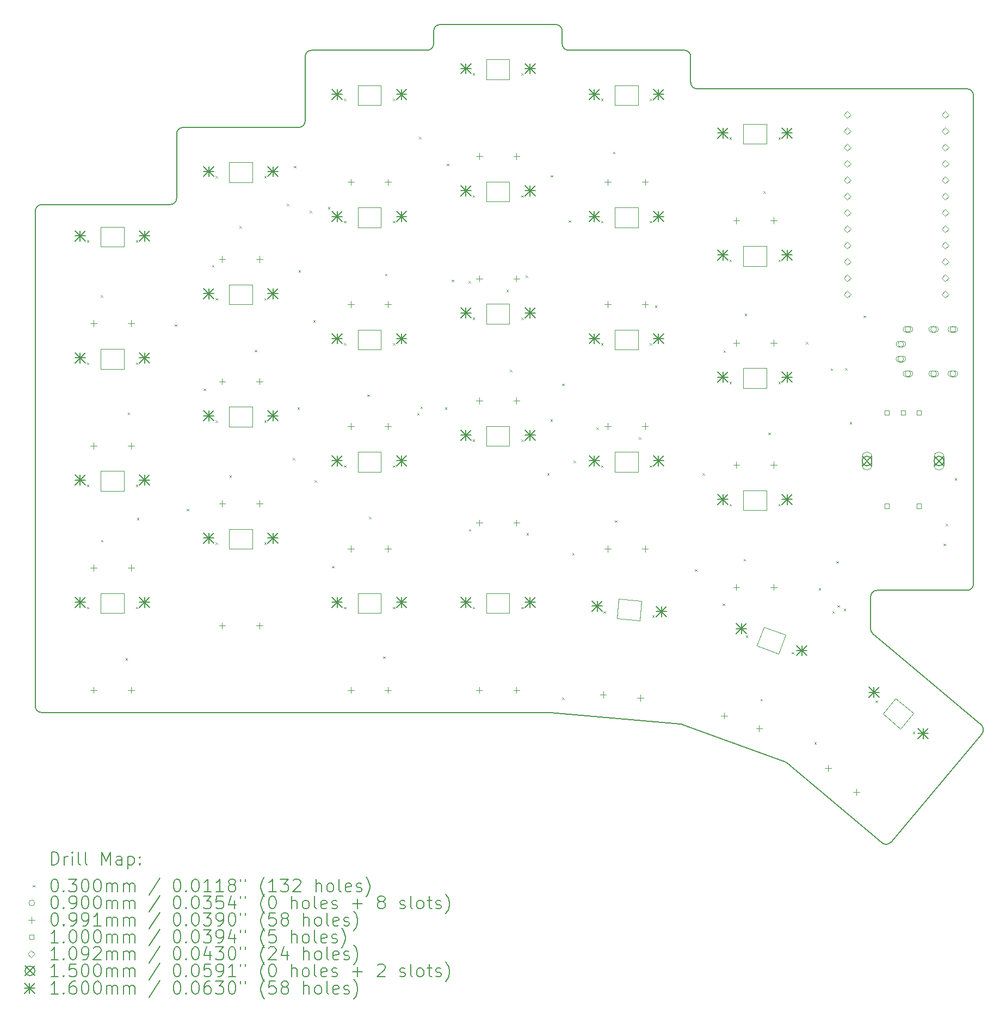
<source format=gbr>
%TF.GenerationSoftware,KiCad,Pcbnew,8.0.4*%
%TF.CreationDate,2024-08-10T13:54:46-06:00*%
%TF.ProjectId,staggered_col58,73746167-6765-4726-9564-5f636f6c3538,0.1*%
%TF.SameCoordinates,Original*%
%TF.FileFunction,Drillmap*%
%TF.FilePolarity,Positive*%
%FSLAX45Y45*%
G04 Gerber Fmt 4.5, Leading zero omitted, Abs format (unit mm)*
G04 Created by KiCad (PCBNEW 8.0.4) date 2024-08-10 13:54:46*
%MOMM*%
%LPD*%
G01*
G04 APERTURE LIST*
%ADD10C,0.150000*%
%ADD11C,0.120000*%
%ADD12C,0.200000*%
%ADD13C,0.100000*%
%ADD14C,0.109220*%
%ADD15C,0.160000*%
G04 APERTURE END LIST*
D10*
X2900000Y-13200000D02*
X10800236Y-13200000D01*
X2800000Y-13100000D02*
X2800000Y-5400000D01*
X2900000Y-5300000D02*
X4900000Y-5300000D01*
X5100000Y-4100000D02*
X6900000Y-4100000D01*
X5000000Y-5200000D02*
X5000000Y-4200000D01*
X7100000Y-2900000D02*
X8900000Y-2900000D01*
X7000000Y-4000000D02*
X7000000Y-3000000D01*
X9100000Y-2500000D02*
X10900000Y-2500000D01*
X11000000Y-2600000D02*
X11000000Y-2800000D01*
X9000000Y-2800000D02*
X9000000Y-2600000D01*
X11100000Y-2900000D02*
X12900000Y-2900000D01*
X13000000Y-3000000D02*
X13000000Y-3400000D01*
X15800000Y-11400000D02*
X15800000Y-11898776D01*
X17400000Y-11200000D02*
X17400000Y-3600000D01*
X17300000Y-11300000D02*
X15900000Y-11300000D01*
X13100000Y-3500000D02*
X17300000Y-3500000D01*
X10808951Y-13200380D02*
X12845705Y-13378573D01*
X12871191Y-13384224D02*
X14461346Y-13962992D01*
X15835721Y-11975380D02*
X17518926Y-13387757D01*
X16117119Y-15213938D02*
X17531251Y-13528640D01*
X14491423Y-13980357D02*
X15976235Y-15226263D01*
X2900000Y-13200000D02*
G75*
G02*
X2800000Y-13100000I0J100000D01*
G01*
X2800000Y-5400000D02*
G75*
G02*
X2900000Y-5300000I100000J0D01*
G01*
X5000000Y-5200000D02*
G75*
G02*
X4900000Y-5300000I-100000J0D01*
G01*
X5000000Y-4200000D02*
G75*
G02*
X5100000Y-4100000I100000J0D01*
G01*
X7000000Y-4000000D02*
G75*
G02*
X6900000Y-4100000I-100000J0D01*
G01*
X7000000Y-3000000D02*
G75*
G02*
X7100000Y-2900000I100000J0D01*
G01*
X9000000Y-2800000D02*
G75*
G02*
X8900000Y-2900000I-100000J0D01*
G01*
X9000000Y-2600000D02*
G75*
G02*
X9100000Y-2500000I100000J0D01*
G01*
X10900000Y-2500000D02*
G75*
G02*
X11000000Y-2600000I0J-100000D01*
G01*
X11100000Y-2900000D02*
G75*
G02*
X11000000Y-2800000I0J100000D01*
G01*
X12900000Y-2900000D02*
G75*
G02*
X13000000Y-3000000I0J-100000D01*
G01*
X13100000Y-3500000D02*
G75*
G02*
X13000000Y-3400000I0J100000D01*
G01*
X17300000Y-3500000D02*
G75*
G02*
X17400000Y-3600000I0J-100000D01*
G01*
X17400000Y-11200000D02*
G75*
G02*
X17300000Y-11300000I-100000J0D01*
G01*
X15800000Y-11400000D02*
G75*
G02*
X15900000Y-11300000I100000J0D01*
G01*
X15835721Y-11975380D02*
G75*
G02*
X15800003Y-11898776I64279J76600D01*
G01*
X17518926Y-13387757D02*
G75*
G02*
X17531251Y-13528639I-64276J-76603D01*
G01*
X16117119Y-15213938D02*
G75*
G02*
X15976232Y-15226268I-76609J64278D01*
G01*
X14461346Y-13962992D02*
G75*
G02*
X14491422Y-13980358I-34206J-93968D01*
G01*
X12845705Y-13378573D02*
G75*
G02*
X12871191Y-13384223I-8715J-99627D01*
G01*
X10800236Y-13200000D02*
G75*
G02*
X10808951Y-13200381I-6J-100040D01*
G01*
D11*
X3820000Y-11345000D02*
X4180000Y-11345000D01*
X4180000Y-11655000D01*
X3820000Y-11655000D01*
X3820000Y-11345000D01*
X3820000Y-9445000D02*
X4180000Y-9445000D01*
X4180000Y-9755000D01*
X3820000Y-9755000D01*
X3820000Y-9445000D01*
X3820000Y-7545000D02*
X4180000Y-7545000D01*
X4180000Y-7855000D01*
X3820000Y-7855000D01*
X3820000Y-7545000D01*
X3820000Y-5645000D02*
X4180000Y-5645000D01*
X4180000Y-5955000D01*
X3820000Y-5955000D01*
X3820000Y-5645000D01*
X5820000Y-10345000D02*
X6180000Y-10345000D01*
X6180000Y-10655000D01*
X5820000Y-10655000D01*
X5820000Y-10345000D01*
X5820000Y-8445000D02*
X6180000Y-8445000D01*
X6180000Y-8755000D01*
X5820000Y-8755000D01*
X5820000Y-8445000D01*
X5820000Y-6545000D02*
X6180000Y-6545000D01*
X6180000Y-6855000D01*
X5820000Y-6855000D01*
X5820000Y-6545000D01*
X5820000Y-4645000D02*
X6180000Y-4645000D01*
X6180000Y-4955000D01*
X5820000Y-4955000D01*
X5820000Y-4645000D01*
X7820000Y-9145000D02*
X8180000Y-9145000D01*
X8180000Y-9455000D01*
X7820000Y-9455000D01*
X7820000Y-9145000D01*
X7820000Y-7245000D02*
X8180000Y-7245000D01*
X8180000Y-7555000D01*
X7820000Y-7555000D01*
X7820000Y-7245000D01*
X7820000Y-5345000D02*
X8180000Y-5345000D01*
X8180000Y-5655000D01*
X7820000Y-5655000D01*
X7820000Y-5345000D01*
X7820000Y-3445000D02*
X8180000Y-3445000D01*
X8180000Y-3755000D01*
X7820000Y-3755000D01*
X7820000Y-3445000D01*
X9820000Y-8745000D02*
X10180000Y-8745000D01*
X10180000Y-9055000D01*
X9820000Y-9055000D01*
X9820000Y-8745000D01*
X9820000Y-6845000D02*
X10180000Y-6845000D01*
X10180000Y-7155000D01*
X9820000Y-7155000D01*
X9820000Y-6845000D01*
X9820000Y-4945000D02*
X10180000Y-4945000D01*
X10180000Y-5255000D01*
X9820000Y-5255000D01*
X9820000Y-4945000D01*
X9820000Y-3045000D02*
X10180000Y-3045000D01*
X10180000Y-3355000D01*
X9820000Y-3355000D01*
X9820000Y-3045000D01*
X11820000Y-9145000D02*
X12180000Y-9145000D01*
X12180000Y-9455000D01*
X11820000Y-9455000D01*
X11820000Y-9145000D01*
X11820000Y-7245000D02*
X12180000Y-7245000D01*
X12180000Y-7555000D01*
X11820000Y-7555000D01*
X11820000Y-7245000D01*
X11820000Y-5345000D02*
X12180000Y-5345000D01*
X12180000Y-5655000D01*
X11820000Y-5655000D01*
X11820000Y-5345000D01*
X11820000Y-3445000D02*
X12180000Y-3445000D01*
X12180000Y-3755000D01*
X11820000Y-3755000D01*
X11820000Y-3445000D01*
X13820000Y-9745000D02*
X14180000Y-9745000D01*
X14180000Y-10055000D01*
X13820000Y-10055000D01*
X13820000Y-9745000D01*
X13820000Y-7845000D02*
X14180000Y-7845000D01*
X14180000Y-8155000D01*
X13820000Y-8155000D01*
X13820000Y-7845000D01*
X13820000Y-5945000D02*
X14180000Y-5945000D01*
X14180000Y-6255000D01*
X13820000Y-6255000D01*
X13820000Y-5945000D01*
X13820000Y-4045000D02*
X14180000Y-4045000D01*
X14180000Y-4355000D01*
X13820000Y-4355000D01*
X13820000Y-4045000D01*
X7820000Y-11345000D02*
X8180000Y-11345000D01*
X8180000Y-11655000D01*
X7820000Y-11655000D01*
X7820000Y-11345000D01*
X9820000Y-11345000D02*
X10180000Y-11345000D01*
X10180000Y-11655000D01*
X9820000Y-11655000D01*
X9820000Y-11345000D01*
X12236404Y-11463178D02*
X12209386Y-11771998D01*
X11850756Y-11740622D01*
X11877774Y-11431802D01*
X12236404Y-11463178D01*
X14477208Y-11994711D02*
X14371181Y-12286016D01*
X14032892Y-12162889D01*
X14138918Y-11871584D01*
X14477208Y-11994711D01*
X16463850Y-13213885D02*
X16264586Y-13451359D01*
X15988810Y-13219955D01*
X16188074Y-12982481D01*
X16463850Y-13213885D01*
D12*
D13*
X3605000Y-5855000D02*
X3635000Y-5885000D01*
X3635000Y-5855000D02*
X3605000Y-5885000D01*
X3605000Y-7755000D02*
X3635000Y-7785000D01*
X3635000Y-7755000D02*
X3605000Y-7785000D01*
X3605000Y-9655000D02*
X3635000Y-9685000D01*
X3635000Y-9655000D02*
X3605000Y-9685000D01*
X3605000Y-11555000D02*
X3635000Y-11585000D01*
X3635000Y-11555000D02*
X3605000Y-11585000D01*
X3820540Y-6709710D02*
X3850540Y-6739710D01*
X3850540Y-6709710D02*
X3820540Y-6739710D01*
X3822920Y-10513500D02*
X3852920Y-10543500D01*
X3852920Y-10513500D02*
X3822920Y-10543500D01*
X4205090Y-12354960D02*
X4235090Y-12384960D01*
X4235090Y-12354960D02*
X4205090Y-12384960D01*
X4239450Y-8534890D02*
X4269450Y-8564890D01*
X4269450Y-8534890D02*
X4239450Y-8564890D01*
X4365000Y-5855000D02*
X4395000Y-5885000D01*
X4395000Y-5855000D02*
X4365000Y-5885000D01*
X4365000Y-7755000D02*
X4395000Y-7785000D01*
X4395000Y-7755000D02*
X4365000Y-7785000D01*
X4365000Y-9655000D02*
X4395000Y-9685000D01*
X4395000Y-9655000D02*
X4365000Y-9685000D01*
X4365000Y-11555000D02*
X4395000Y-11585000D01*
X4395000Y-11555000D02*
X4365000Y-11585000D01*
X4381960Y-10172410D02*
X4411960Y-10202410D01*
X4411960Y-10172410D02*
X4381960Y-10202410D01*
X4971370Y-7160340D02*
X5001370Y-7190340D01*
X5001370Y-7160340D02*
X4971370Y-7190340D01*
X5157500Y-10032180D02*
X5187500Y-10062180D01*
X5187500Y-10032180D02*
X5157500Y-10062180D01*
X5419330Y-8161760D02*
X5449330Y-8191760D01*
X5449330Y-8161760D02*
X5419330Y-8191760D01*
X5551920Y-6237970D02*
X5581920Y-6267970D01*
X5581920Y-6237970D02*
X5551920Y-6267970D01*
X5605000Y-4855000D02*
X5635000Y-4885000D01*
X5635000Y-4855000D02*
X5605000Y-4885000D01*
X5605000Y-6755000D02*
X5635000Y-6785000D01*
X5635000Y-6755000D02*
X5605000Y-6785000D01*
X5605000Y-8655000D02*
X5635000Y-8685000D01*
X5635000Y-8655000D02*
X5605000Y-8685000D01*
X5605000Y-10555000D02*
X5635000Y-10585000D01*
X5635000Y-10555000D02*
X5605000Y-10585000D01*
X5822710Y-9510550D02*
X5852710Y-9540550D01*
X5852710Y-9510550D02*
X5822710Y-9540550D01*
X5980970Y-5632500D02*
X6010970Y-5662500D01*
X6010970Y-5632500D02*
X5980970Y-5662500D01*
X6215180Y-7560910D02*
X6245180Y-7590910D01*
X6245180Y-7560910D02*
X6215180Y-7590910D01*
X6365000Y-4855000D02*
X6395000Y-4885000D01*
X6395000Y-4855000D02*
X6365000Y-4885000D01*
X6365000Y-6755000D02*
X6395000Y-6785000D01*
X6395000Y-6755000D02*
X6365000Y-6785000D01*
X6365000Y-8655000D02*
X6395000Y-8685000D01*
X6395000Y-8655000D02*
X6365000Y-8685000D01*
X6365000Y-10555000D02*
X6395000Y-10585000D01*
X6395000Y-10555000D02*
X6365000Y-10585000D01*
X6713410Y-5286430D02*
X6743410Y-5316430D01*
X6743410Y-5286430D02*
X6713410Y-5316430D01*
X6809080Y-9241660D02*
X6839080Y-9271660D01*
X6839080Y-9241660D02*
X6809080Y-9271660D01*
X6825000Y-4696600D02*
X6855000Y-4726600D01*
X6855000Y-4696600D02*
X6825000Y-4726600D01*
X6880930Y-8453830D02*
X6910930Y-8483830D01*
X6910930Y-8453830D02*
X6880930Y-8483830D01*
X6896180Y-6320370D02*
X6926180Y-6350370D01*
X6926180Y-6320370D02*
X6896180Y-6350370D01*
X7072500Y-5396850D02*
X7102500Y-5426850D01*
X7102500Y-5396850D02*
X7072500Y-5426850D01*
X7127640Y-7096510D02*
X7157640Y-7126510D01*
X7157640Y-7096510D02*
X7127640Y-7126510D01*
X7145000Y-9586470D02*
X7175000Y-9616470D01*
X7175000Y-9586470D02*
X7145000Y-9616470D01*
X7355890Y-5336210D02*
X7385890Y-5366210D01*
X7385890Y-5336210D02*
X7355890Y-5366210D01*
X7417070Y-10920240D02*
X7447070Y-10950240D01*
X7447070Y-10920240D02*
X7417070Y-10950240D01*
X7605000Y-3655000D02*
X7635000Y-3685000D01*
X7635000Y-3655000D02*
X7605000Y-3685000D01*
X7605000Y-5555000D02*
X7635000Y-5585000D01*
X7635000Y-5555000D02*
X7605000Y-5585000D01*
X7605000Y-7455000D02*
X7635000Y-7485000D01*
X7635000Y-7455000D02*
X7605000Y-7485000D01*
X7605000Y-9355000D02*
X7635000Y-9385000D01*
X7635000Y-9355000D02*
X7605000Y-9385000D01*
X7605000Y-11555000D02*
X7635000Y-11585000D01*
X7635000Y-11555000D02*
X7605000Y-11585000D01*
X7970230Y-8253560D02*
X8000230Y-8283560D01*
X8000230Y-8253560D02*
X7970230Y-8283560D01*
X7992060Y-10154910D02*
X8022060Y-10184910D01*
X8022060Y-10154910D02*
X7992060Y-10184910D01*
X8213500Y-12328750D02*
X8243500Y-12358750D01*
X8243500Y-12328750D02*
X8213500Y-12358750D01*
X8244370Y-6373030D02*
X8274370Y-6403030D01*
X8274370Y-6373030D02*
X8244370Y-6403030D01*
X8365000Y-3655000D02*
X8395000Y-3685000D01*
X8395000Y-3655000D02*
X8365000Y-3685000D01*
X8365000Y-5555000D02*
X8395000Y-5585000D01*
X8395000Y-5555000D02*
X8365000Y-5585000D01*
X8365000Y-7455000D02*
X8395000Y-7485000D01*
X8395000Y-7455000D02*
X8365000Y-7485000D01*
X8365000Y-9355000D02*
X8395000Y-9385000D01*
X8395000Y-9355000D02*
X8365000Y-9385000D01*
X8365000Y-11555000D02*
X8395000Y-11585000D01*
X8395000Y-11555000D02*
X8365000Y-11585000D01*
X8743700Y-8542760D02*
X8773700Y-8572760D01*
X8773700Y-8542760D02*
X8743700Y-8572760D01*
X8774110Y-4245220D02*
X8804110Y-4275220D01*
X8804110Y-4245220D02*
X8774110Y-4275220D01*
X8795920Y-8441140D02*
X8825920Y-8471140D01*
X8825920Y-8441140D02*
X8795920Y-8471140D01*
X9175010Y-8455470D02*
X9205010Y-8485470D01*
X9205010Y-8455470D02*
X9175010Y-8485470D01*
X9203430Y-4664070D02*
X9233430Y-4694070D01*
X9233430Y-4664070D02*
X9203430Y-4694070D01*
X9280080Y-6467020D02*
X9310080Y-6497020D01*
X9310080Y-6467020D02*
X9280080Y-6497020D01*
X9544370Y-6489910D02*
X9574370Y-6519910D01*
X9574370Y-6489910D02*
X9544370Y-6519910D01*
X9545920Y-10343990D02*
X9575920Y-10373990D01*
X9575920Y-10343990D02*
X9545920Y-10373990D01*
X9605000Y-3255000D02*
X9635000Y-3285000D01*
X9635000Y-3255000D02*
X9605000Y-3285000D01*
X9605000Y-5155000D02*
X9635000Y-5185000D01*
X9635000Y-5155000D02*
X9605000Y-5185000D01*
X9605000Y-7055000D02*
X9635000Y-7085000D01*
X9635000Y-7055000D02*
X9605000Y-7085000D01*
X9605000Y-8955000D02*
X9635000Y-8985000D01*
X9635000Y-8955000D02*
X9605000Y-8985000D01*
X9605000Y-11555000D02*
X9635000Y-11585000D01*
X9635000Y-11555000D02*
X9605000Y-11585000D01*
X10132130Y-6623230D02*
X10162130Y-6653230D01*
X10162130Y-6623230D02*
X10132130Y-6653230D01*
X10185400Y-7869660D02*
X10215400Y-7899660D01*
X10215400Y-7869660D02*
X10185400Y-7899660D01*
X10365000Y-3255000D02*
X10395000Y-3285000D01*
X10395000Y-3255000D02*
X10365000Y-3285000D01*
X10365000Y-5155000D02*
X10395000Y-5185000D01*
X10395000Y-5155000D02*
X10365000Y-5185000D01*
X10365000Y-7055000D02*
X10395000Y-7085000D01*
X10395000Y-7055000D02*
X10365000Y-7085000D01*
X10365000Y-8955000D02*
X10395000Y-8985000D01*
X10395000Y-8955000D02*
X10365000Y-8985000D01*
X10365000Y-11555000D02*
X10395000Y-11585000D01*
X10395000Y-11555000D02*
X10365000Y-11585000D01*
X10431130Y-6403780D02*
X10461130Y-6433780D01*
X10461130Y-6403780D02*
X10431130Y-6433780D01*
X10444450Y-10406970D02*
X10474450Y-10436970D01*
X10474450Y-10406970D02*
X10444450Y-10436970D01*
X10764900Y-9478010D02*
X10794900Y-9508010D01*
X10794900Y-9478010D02*
X10764900Y-9508010D01*
X10817960Y-8637380D02*
X10847960Y-8667380D01*
X10847960Y-8637380D02*
X10817960Y-8667380D01*
X10821540Y-4841390D02*
X10851540Y-4871390D01*
X10851540Y-4841390D02*
X10821540Y-4871390D01*
X10997490Y-8083960D02*
X11027490Y-8113960D01*
X11027490Y-8083960D02*
X10997490Y-8113960D01*
X10999010Y-12964760D02*
X11029010Y-12994760D01*
X11029010Y-12964760D02*
X10999010Y-12994760D01*
X11102500Y-5546670D02*
X11132500Y-5576670D01*
X11132500Y-5546670D02*
X11102500Y-5576670D01*
X11157500Y-10719330D02*
X11187500Y-10749330D01*
X11187500Y-10719330D02*
X11157500Y-10749330D01*
X11179060Y-9285380D02*
X11209060Y-9315380D01*
X11209060Y-9285380D02*
X11179060Y-9315380D01*
X11531700Y-8766050D02*
X11561700Y-8796050D01*
X11561700Y-8766050D02*
X11531700Y-8796050D01*
X11605000Y-3655000D02*
X11635000Y-3685000D01*
X11635000Y-3655000D02*
X11605000Y-3685000D01*
X11605000Y-5555000D02*
X11635000Y-5585000D01*
X11635000Y-5555000D02*
X11605000Y-5585000D01*
X11605000Y-7455000D02*
X11635000Y-7485000D01*
X11635000Y-7455000D02*
X11605000Y-7485000D01*
X11605000Y-9355000D02*
X11635000Y-9385000D01*
X11635000Y-9355000D02*
X11605000Y-9385000D01*
X11643900Y-11623500D02*
X11673900Y-11653500D01*
X11673900Y-11623500D02*
X11643900Y-11653500D01*
X11791940Y-4478430D02*
X11821940Y-4508430D01*
X11821940Y-4478430D02*
X11791940Y-4508430D01*
X11819690Y-10208600D02*
X11849690Y-10238600D01*
X11849690Y-10208600D02*
X11819690Y-10238600D01*
X12192250Y-8917970D02*
X12222250Y-8947970D01*
X12222250Y-8917970D02*
X12192250Y-8947970D01*
X12365000Y-3655000D02*
X12395000Y-3685000D01*
X12395000Y-3655000D02*
X12365000Y-3685000D01*
X12365000Y-5555000D02*
X12395000Y-5585000D01*
X12395000Y-5555000D02*
X12365000Y-5585000D01*
X12365000Y-7455000D02*
X12395000Y-7485000D01*
X12395000Y-7455000D02*
X12365000Y-7485000D01*
X12365000Y-9355000D02*
X12395000Y-9385000D01*
X12395000Y-9355000D02*
X12365000Y-9385000D01*
X12401000Y-11689800D02*
X12431000Y-11719800D01*
X12431000Y-11689800D02*
X12401000Y-11719800D01*
X12443410Y-6869810D02*
X12473410Y-6899810D01*
X12473410Y-6869810D02*
X12443410Y-6899810D01*
X13063750Y-10971240D02*
X13093750Y-11001240D01*
X13093750Y-10971240D02*
X13063750Y-11001240D01*
X13184410Y-9479840D02*
X13214410Y-9509840D01*
X13214410Y-9479840D02*
X13184410Y-9509840D01*
X13497630Y-11506970D02*
X13527630Y-11536970D01*
X13527630Y-11506970D02*
X13497630Y-11536970D01*
X13509280Y-7567480D02*
X13539280Y-7597480D01*
X13539280Y-7567480D02*
X13509280Y-7597480D01*
X13605000Y-4255000D02*
X13635000Y-4285000D01*
X13635000Y-4255000D02*
X13605000Y-4285000D01*
X13605000Y-6155000D02*
X13635000Y-6185000D01*
X13635000Y-6155000D02*
X13605000Y-6185000D01*
X13605000Y-8055000D02*
X13635000Y-8085000D01*
X13635000Y-8055000D02*
X13605000Y-8085000D01*
X13605000Y-9955000D02*
X13635000Y-9985000D01*
X13635000Y-9955000D02*
X13605000Y-9985000D01*
X13822320Y-10811120D02*
X13852320Y-10841120D01*
X13852320Y-10811120D02*
X13822320Y-10841120D01*
X13840090Y-6999350D02*
X13870090Y-7029350D01*
X13870090Y-6999350D02*
X13840090Y-7029350D01*
X13859000Y-11999600D02*
X13889000Y-12029600D01*
X13889000Y-11999600D02*
X13859000Y-12029600D01*
X14084320Y-12987310D02*
X14114320Y-13017310D01*
X14114320Y-12987310D02*
X14084320Y-13017310D01*
X14130250Y-5092240D02*
X14160250Y-5122240D01*
X14160250Y-5092240D02*
X14130250Y-5122240D01*
X14207680Y-8846350D02*
X14237680Y-8876350D01*
X14237680Y-8846350D02*
X14207680Y-8876350D01*
X14365000Y-4255000D02*
X14395000Y-4285000D01*
X14395000Y-4255000D02*
X14365000Y-4285000D01*
X14365000Y-6155000D02*
X14395000Y-6185000D01*
X14395000Y-6155000D02*
X14365000Y-6185000D01*
X14365000Y-8055000D02*
X14395000Y-8085000D01*
X14395000Y-8055000D02*
X14365000Y-8085000D01*
X14365000Y-9955000D02*
X14395000Y-9985000D01*
X14395000Y-9955000D02*
X14365000Y-9985000D01*
X14573200Y-12259600D02*
X14603200Y-12289600D01*
X14603200Y-12259600D02*
X14573200Y-12289600D01*
X14790830Y-7435130D02*
X14820830Y-7465130D01*
X14820830Y-7435130D02*
X14790830Y-7465130D01*
X14923130Y-13659950D02*
X14953130Y-13689950D01*
X14953130Y-13659950D02*
X14923130Y-13689950D01*
X14992580Y-11265010D02*
X15022580Y-11295010D01*
X15022580Y-11265010D02*
X14992580Y-11295010D01*
X15179030Y-7848970D02*
X15209030Y-7878970D01*
X15209030Y-7848970D02*
X15179030Y-7878970D01*
X15205000Y-11623050D02*
X15235000Y-11653050D01*
X15235000Y-11623050D02*
X15205000Y-11653050D01*
X15267030Y-10845270D02*
X15297030Y-10875270D01*
X15297030Y-10845270D02*
X15267030Y-10875270D01*
X15285000Y-11530170D02*
X15315000Y-11560170D01*
X15315000Y-11530170D02*
X15285000Y-11560170D01*
X15379570Y-11585490D02*
X15409570Y-11615490D01*
X15409570Y-11585490D02*
X15379570Y-11615490D01*
X15404230Y-7845830D02*
X15434230Y-7875830D01*
X15434230Y-7845830D02*
X15404230Y-7875830D01*
X15472680Y-8681720D02*
X15502680Y-8711720D01*
X15502680Y-8681720D02*
X15472680Y-8711720D01*
X15691080Y-7025670D02*
X15721080Y-7055670D01*
X15721080Y-7025670D02*
X15691080Y-7055670D01*
X15875200Y-13011300D02*
X15905200Y-13041300D01*
X15905200Y-13011300D02*
X15875200Y-13041300D01*
X16457400Y-13499800D02*
X16487400Y-13529800D01*
X16487400Y-13499800D02*
X16457400Y-13529800D01*
X16933840Y-10575740D02*
X16963840Y-10605740D01*
X16963840Y-10575740D02*
X16933840Y-10605740D01*
X16970840Y-10263480D02*
X17000840Y-10293480D01*
X17000840Y-10263480D02*
X16970840Y-10293480D01*
X17110000Y-9553890D02*
X17140000Y-9583890D01*
X17140000Y-9553890D02*
X17110000Y-9583890D01*
X16315000Y-7470000D02*
G75*
G02*
X16225000Y-7470000I-45000J0D01*
G01*
X16225000Y-7470000D02*
G75*
G02*
X16315000Y-7470000I45000J0D01*
G01*
X16300000Y-7425000D02*
X16240000Y-7425000D01*
X16240000Y-7515000D02*
G75*
G02*
X16240000Y-7425000I0J45000D01*
G01*
X16240000Y-7515000D02*
X16300000Y-7515000D01*
X16300000Y-7515000D02*
G75*
G03*
X16300000Y-7425000I0J45000D01*
G01*
X16315000Y-7700000D02*
G75*
G02*
X16225000Y-7700000I-45000J0D01*
G01*
X16225000Y-7700000D02*
G75*
G02*
X16315000Y-7700000I45000J0D01*
G01*
X16300000Y-7655000D02*
X16240000Y-7655000D01*
X16240000Y-7745000D02*
G75*
G02*
X16240000Y-7655000I0J45000D01*
G01*
X16240000Y-7745000D02*
X16300000Y-7745000D01*
X16300000Y-7745000D02*
G75*
G03*
X16300000Y-7655000I0J45000D01*
G01*
X16425000Y-7240000D02*
G75*
G02*
X16335000Y-7240000I-45000J0D01*
G01*
X16335000Y-7240000D02*
G75*
G02*
X16425000Y-7240000I45000J0D01*
G01*
X16410000Y-7195000D02*
X16350000Y-7195000D01*
X16350000Y-7285000D02*
G75*
G02*
X16350000Y-7195000I0J45000D01*
G01*
X16350000Y-7285000D02*
X16410000Y-7285000D01*
X16410000Y-7285000D02*
G75*
G03*
X16410000Y-7195000I0J45000D01*
G01*
X16425000Y-7930000D02*
G75*
G02*
X16335000Y-7930000I-45000J0D01*
G01*
X16335000Y-7930000D02*
G75*
G02*
X16425000Y-7930000I45000J0D01*
G01*
X16410000Y-7885000D02*
X16350000Y-7885000D01*
X16350000Y-7975000D02*
G75*
G02*
X16350000Y-7885000I0J45000D01*
G01*
X16350000Y-7975000D02*
X16410000Y-7975000D01*
X16410000Y-7975000D02*
G75*
G03*
X16410000Y-7885000I0J45000D01*
G01*
X16825000Y-7240000D02*
G75*
G02*
X16735000Y-7240000I-45000J0D01*
G01*
X16735000Y-7240000D02*
G75*
G02*
X16825000Y-7240000I45000J0D01*
G01*
X16810000Y-7195000D02*
X16750000Y-7195000D01*
X16750000Y-7285000D02*
G75*
G02*
X16750000Y-7195000I0J45000D01*
G01*
X16750000Y-7285000D02*
X16810000Y-7285000D01*
X16810000Y-7285000D02*
G75*
G03*
X16810000Y-7195000I0J45000D01*
G01*
X16825000Y-7930000D02*
G75*
G02*
X16735000Y-7930000I-45000J0D01*
G01*
X16735000Y-7930000D02*
G75*
G02*
X16825000Y-7930000I45000J0D01*
G01*
X16810000Y-7885000D02*
X16750000Y-7885000D01*
X16750000Y-7975000D02*
G75*
G02*
X16750000Y-7885000I0J45000D01*
G01*
X16750000Y-7975000D02*
X16810000Y-7975000D01*
X16810000Y-7975000D02*
G75*
G03*
X16810000Y-7885000I0J45000D01*
G01*
X17125000Y-7240000D02*
G75*
G02*
X17035000Y-7240000I-45000J0D01*
G01*
X17035000Y-7240000D02*
G75*
G02*
X17125000Y-7240000I45000J0D01*
G01*
X17110000Y-7195000D02*
X17050000Y-7195000D01*
X17050000Y-7285000D02*
G75*
G02*
X17050000Y-7195000I0J45000D01*
G01*
X17050000Y-7285000D02*
X17110000Y-7285000D01*
X17110000Y-7285000D02*
G75*
G03*
X17110000Y-7195000I0J45000D01*
G01*
X17125000Y-7930000D02*
G75*
G02*
X17035000Y-7930000I-45000J0D01*
G01*
X17035000Y-7930000D02*
G75*
G02*
X17125000Y-7930000I45000J0D01*
G01*
X17110000Y-7885000D02*
X17050000Y-7885000D01*
X17050000Y-7975000D02*
G75*
G02*
X17050000Y-7885000I0J45000D01*
G01*
X17050000Y-7975000D02*
X17110000Y-7975000D01*
X17110000Y-7975000D02*
G75*
G03*
X17110000Y-7885000I0J45000D01*
G01*
X3710000Y-7100470D02*
X3710000Y-7199530D01*
X3660470Y-7150000D02*
X3759530Y-7150000D01*
X3710000Y-9000470D02*
X3710000Y-9099530D01*
X3660470Y-9050000D02*
X3759530Y-9050000D01*
X3710000Y-10900470D02*
X3710000Y-10999530D01*
X3660470Y-10950000D02*
X3759530Y-10950000D01*
X3710000Y-12800470D02*
X3710000Y-12899530D01*
X3660470Y-12850000D02*
X3759530Y-12850000D01*
X4290000Y-7100470D02*
X4290000Y-7199530D01*
X4240470Y-7150000D02*
X4339530Y-7150000D01*
X4290000Y-9000470D02*
X4290000Y-9099530D01*
X4240470Y-9050000D02*
X4339530Y-9050000D01*
X4290000Y-10900470D02*
X4290000Y-10999530D01*
X4240470Y-10950000D02*
X4339530Y-10950000D01*
X4290000Y-12800470D02*
X4290000Y-12899530D01*
X4240470Y-12850000D02*
X4339530Y-12850000D01*
X5710000Y-6100470D02*
X5710000Y-6199530D01*
X5660470Y-6150000D02*
X5759530Y-6150000D01*
X5710000Y-8000470D02*
X5710000Y-8099530D01*
X5660470Y-8050000D02*
X5759530Y-8050000D01*
X5710000Y-9900470D02*
X5710000Y-9999530D01*
X5660470Y-9950000D02*
X5759530Y-9950000D01*
X5710000Y-11800470D02*
X5710000Y-11899530D01*
X5660470Y-11850000D02*
X5759530Y-11850000D01*
X6290000Y-6100470D02*
X6290000Y-6199530D01*
X6240470Y-6150000D02*
X6339530Y-6150000D01*
X6290000Y-8000470D02*
X6290000Y-8099530D01*
X6240470Y-8050000D02*
X6339530Y-8050000D01*
X6290000Y-9900470D02*
X6290000Y-9999530D01*
X6240470Y-9950000D02*
X6339530Y-9950000D01*
X6290000Y-11800470D02*
X6290000Y-11899530D01*
X6240470Y-11850000D02*
X6339530Y-11850000D01*
X7710000Y-4900470D02*
X7710000Y-4999530D01*
X7660470Y-4950000D02*
X7759530Y-4950000D01*
X7710000Y-6800470D02*
X7710000Y-6899530D01*
X7660470Y-6850000D02*
X7759530Y-6850000D01*
X7710000Y-8700470D02*
X7710000Y-8799530D01*
X7660470Y-8750000D02*
X7759530Y-8750000D01*
X7710000Y-10600470D02*
X7710000Y-10699530D01*
X7660470Y-10650000D02*
X7759530Y-10650000D01*
X7710000Y-12800470D02*
X7710000Y-12899530D01*
X7660470Y-12850000D02*
X7759530Y-12850000D01*
X8290000Y-4900470D02*
X8290000Y-4999530D01*
X8240470Y-4950000D02*
X8339530Y-4950000D01*
X8290000Y-6800470D02*
X8290000Y-6899530D01*
X8240470Y-6850000D02*
X8339530Y-6850000D01*
X8290000Y-8700470D02*
X8290000Y-8799530D01*
X8240470Y-8750000D02*
X8339530Y-8750000D01*
X8290000Y-10600470D02*
X8290000Y-10699530D01*
X8240470Y-10650000D02*
X8339530Y-10650000D01*
X8290000Y-12800470D02*
X8290000Y-12899530D01*
X8240470Y-12850000D02*
X8339530Y-12850000D01*
X9710000Y-4500470D02*
X9710000Y-4599530D01*
X9660470Y-4550000D02*
X9759530Y-4550000D01*
X9710000Y-6400470D02*
X9710000Y-6499530D01*
X9660470Y-6450000D02*
X9759530Y-6450000D01*
X9710000Y-8300470D02*
X9710000Y-8399530D01*
X9660470Y-8350000D02*
X9759530Y-8350000D01*
X9710000Y-10200470D02*
X9710000Y-10299530D01*
X9660470Y-10250000D02*
X9759530Y-10250000D01*
X9710000Y-12800470D02*
X9710000Y-12899530D01*
X9660470Y-12850000D02*
X9759530Y-12850000D01*
X10290000Y-4500470D02*
X10290000Y-4599530D01*
X10240470Y-4550000D02*
X10339530Y-4550000D01*
X10290000Y-6400470D02*
X10290000Y-6499530D01*
X10240470Y-6450000D02*
X10339530Y-6450000D01*
X10290000Y-8300470D02*
X10290000Y-8399530D01*
X10240470Y-8350000D02*
X10339530Y-8350000D01*
X10290000Y-10200470D02*
X10290000Y-10299530D01*
X10240470Y-10250000D02*
X10339530Y-10250000D01*
X10290000Y-12800470D02*
X10290000Y-12899530D01*
X10240470Y-12850000D02*
X10339530Y-12850000D01*
X11637023Y-12871965D02*
X11637023Y-12971025D01*
X11587493Y-12921495D02*
X11686553Y-12921495D01*
X11710000Y-4900470D02*
X11710000Y-4999530D01*
X11660470Y-4950000D02*
X11759530Y-4950000D01*
X11710000Y-6800470D02*
X11710000Y-6899530D01*
X11660470Y-6850000D02*
X11759530Y-6850000D01*
X11710000Y-8700470D02*
X11710000Y-8799530D01*
X11660470Y-8750000D02*
X11759530Y-8750000D01*
X11710000Y-10600470D02*
X11710000Y-10699530D01*
X11660470Y-10650000D02*
X11759530Y-10650000D01*
X12214816Y-12922515D02*
X12214816Y-13021575D01*
X12165286Y-12972045D02*
X12264346Y-12972045D01*
X12290000Y-4900470D02*
X12290000Y-4999530D01*
X12240470Y-4950000D02*
X12339530Y-4950000D01*
X12290000Y-6800470D02*
X12290000Y-6899530D01*
X12240470Y-6850000D02*
X12339530Y-6850000D01*
X12290000Y-8700470D02*
X12290000Y-8799530D01*
X12240470Y-8750000D02*
X12339530Y-8750000D01*
X12290000Y-10600470D02*
X12290000Y-10699530D01*
X12240470Y-10650000D02*
X12339530Y-10650000D01*
X13520809Y-13198674D02*
X13520809Y-13297734D01*
X13471279Y-13248204D02*
X13570339Y-13248204D01*
X13710000Y-5500470D02*
X13710000Y-5599530D01*
X13660470Y-5550000D02*
X13759530Y-5550000D01*
X13710000Y-7400470D02*
X13710000Y-7499530D01*
X13660470Y-7450000D02*
X13759530Y-7450000D01*
X13710000Y-9300470D02*
X13710000Y-9399530D01*
X13660470Y-9350000D02*
X13759530Y-9350000D01*
X13710000Y-11200470D02*
X13710000Y-11299530D01*
X13660470Y-11250000D02*
X13759530Y-11250000D01*
X14065831Y-13397046D02*
X14065831Y-13496106D01*
X14016301Y-13446576D02*
X14115361Y-13446576D01*
X14290000Y-5500470D02*
X14290000Y-5599530D01*
X14240470Y-5550000D02*
X14339530Y-5550000D01*
X14290000Y-7400470D02*
X14290000Y-7499530D01*
X14240470Y-7450000D02*
X14339530Y-7450000D01*
X14290000Y-9300470D02*
X14290000Y-9399530D01*
X14240470Y-9350000D02*
X14339530Y-9350000D01*
X14290000Y-11200470D02*
X14290000Y-11299530D01*
X14240470Y-11250000D02*
X14339530Y-11250000D01*
X15136407Y-14015142D02*
X15136407Y-14114202D01*
X15086877Y-14064672D02*
X15185937Y-14064672D01*
X15580713Y-14387958D02*
X15580713Y-14487018D01*
X15531183Y-14437488D02*
X15630243Y-14437488D01*
X16089356Y-8573356D02*
X16089356Y-8502644D01*
X16018644Y-8502644D01*
X16018644Y-8573356D01*
X16089356Y-8573356D01*
X16089356Y-10023356D02*
X16089356Y-9952644D01*
X16018644Y-9952644D01*
X16018644Y-10023356D01*
X16089356Y-10023356D01*
X16339356Y-8573356D02*
X16339356Y-8502644D01*
X16268644Y-8502644D01*
X16268644Y-8573356D01*
X16339356Y-8573356D01*
X16589356Y-8573356D02*
X16589356Y-8502644D01*
X16518644Y-8502644D01*
X16518644Y-8573356D01*
X16589356Y-8573356D01*
X16589356Y-10023356D02*
X16589356Y-9952644D01*
X16518644Y-9952644D01*
X16518644Y-10023356D01*
X16589356Y-10023356D01*
D14*
X15438000Y-3957610D02*
X15492610Y-3903000D01*
X15438000Y-3848390D01*
X15383390Y-3903000D01*
X15438000Y-3957610D01*
X15438000Y-4211610D02*
X15492610Y-4157000D01*
X15438000Y-4102390D01*
X15383390Y-4157000D01*
X15438000Y-4211610D01*
X15438000Y-4465610D02*
X15492610Y-4411000D01*
X15438000Y-4356390D01*
X15383390Y-4411000D01*
X15438000Y-4465610D01*
X15438000Y-4719610D02*
X15492610Y-4665000D01*
X15438000Y-4610390D01*
X15383390Y-4665000D01*
X15438000Y-4719610D01*
X15438000Y-4973610D02*
X15492610Y-4919000D01*
X15438000Y-4864390D01*
X15383390Y-4919000D01*
X15438000Y-4973610D01*
X15438000Y-5227610D02*
X15492610Y-5173000D01*
X15438000Y-5118390D01*
X15383390Y-5173000D01*
X15438000Y-5227610D01*
X15438000Y-5481610D02*
X15492610Y-5427000D01*
X15438000Y-5372390D01*
X15383390Y-5427000D01*
X15438000Y-5481610D01*
X15438000Y-5735610D02*
X15492610Y-5681000D01*
X15438000Y-5626390D01*
X15383390Y-5681000D01*
X15438000Y-5735610D01*
X15438000Y-5989610D02*
X15492610Y-5935000D01*
X15438000Y-5880390D01*
X15383390Y-5935000D01*
X15438000Y-5989610D01*
X15438000Y-6243610D02*
X15492610Y-6189000D01*
X15438000Y-6134390D01*
X15383390Y-6189000D01*
X15438000Y-6243610D01*
X15438000Y-6497610D02*
X15492610Y-6443000D01*
X15438000Y-6388390D01*
X15383390Y-6443000D01*
X15438000Y-6497610D01*
X15438000Y-6751610D02*
X15492610Y-6697000D01*
X15438000Y-6642390D01*
X15383390Y-6697000D01*
X15438000Y-6751610D01*
X16962000Y-3957610D02*
X17016610Y-3903000D01*
X16962000Y-3848390D01*
X16907390Y-3903000D01*
X16962000Y-3957610D01*
X16962000Y-4211610D02*
X17016610Y-4157000D01*
X16962000Y-4102390D01*
X16907390Y-4157000D01*
X16962000Y-4211610D01*
X16962000Y-4465610D02*
X17016610Y-4411000D01*
X16962000Y-4356390D01*
X16907390Y-4411000D01*
X16962000Y-4465610D01*
X16962000Y-4719610D02*
X17016610Y-4665000D01*
X16962000Y-4610390D01*
X16907390Y-4665000D01*
X16962000Y-4719610D01*
X16962000Y-4973610D02*
X17016610Y-4919000D01*
X16962000Y-4864390D01*
X16907390Y-4919000D01*
X16962000Y-4973610D01*
X16962000Y-5227610D02*
X17016610Y-5173000D01*
X16962000Y-5118390D01*
X16907390Y-5173000D01*
X16962000Y-5227610D01*
X16962000Y-5481610D02*
X17016610Y-5427000D01*
X16962000Y-5372390D01*
X16907390Y-5427000D01*
X16962000Y-5481610D01*
X16962000Y-5735610D02*
X17016610Y-5681000D01*
X16962000Y-5626390D01*
X16907390Y-5681000D01*
X16962000Y-5735610D01*
X16962000Y-5989610D02*
X17016610Y-5935000D01*
X16962000Y-5880390D01*
X16907390Y-5935000D01*
X16962000Y-5989610D01*
X16962000Y-6243610D02*
X17016610Y-6189000D01*
X16962000Y-6134390D01*
X16907390Y-6189000D01*
X16962000Y-6243610D01*
X16962000Y-6497610D02*
X17016610Y-6443000D01*
X16962000Y-6388390D01*
X16907390Y-6443000D01*
X16962000Y-6497610D01*
X16962000Y-6751610D02*
X17016610Y-6697000D01*
X16962000Y-6642390D01*
X16907390Y-6697000D01*
X16962000Y-6751610D01*
D10*
X15669000Y-9213000D02*
X15819000Y-9363000D01*
X15819000Y-9213000D02*
X15669000Y-9363000D01*
X15819000Y-9288000D02*
G75*
G02*
X15669000Y-9288000I-75000J0D01*
G01*
X15669000Y-9288000D02*
G75*
G02*
X15819000Y-9288000I75000J0D01*
G01*
D13*
X15669000Y-9223000D02*
X15669000Y-9353000D01*
X15819000Y-9353000D02*
G75*
G02*
X15669000Y-9353000I-75000J0D01*
G01*
X15819000Y-9353000D02*
X15819000Y-9223000D01*
X15819000Y-9223000D02*
G75*
G03*
X15669000Y-9223000I-75000J0D01*
G01*
D10*
X16789000Y-9213000D02*
X16939000Y-9363000D01*
X16939000Y-9213000D02*
X16789000Y-9363000D01*
X16939000Y-9288000D02*
G75*
G02*
X16789000Y-9288000I-75000J0D01*
G01*
X16789000Y-9288000D02*
G75*
G02*
X16939000Y-9288000I75000J0D01*
G01*
D13*
X16789000Y-9223000D02*
X16789000Y-9353000D01*
X16939000Y-9353000D02*
G75*
G02*
X16789000Y-9353000I-75000J0D01*
G01*
X16939000Y-9353000D02*
X16939000Y-9223000D01*
X16939000Y-9223000D02*
G75*
G03*
X16789000Y-9223000I-75000J0D01*
G01*
D15*
X3420000Y-5705000D02*
X3580000Y-5865000D01*
X3580000Y-5705000D02*
X3420000Y-5865000D01*
X3500000Y-5705000D02*
X3500000Y-5865000D01*
X3420000Y-5785000D02*
X3580000Y-5785000D01*
X3420000Y-7605000D02*
X3580000Y-7765000D01*
X3580000Y-7605000D02*
X3420000Y-7765000D01*
X3500000Y-7605000D02*
X3500000Y-7765000D01*
X3420000Y-7685000D02*
X3580000Y-7685000D01*
X3420000Y-9505000D02*
X3580000Y-9665000D01*
X3580000Y-9505000D02*
X3420000Y-9665000D01*
X3500000Y-9505000D02*
X3500000Y-9665000D01*
X3420000Y-9585000D02*
X3580000Y-9585000D01*
X3420000Y-11405000D02*
X3580000Y-11565000D01*
X3580000Y-11405000D02*
X3420000Y-11565000D01*
X3500000Y-11405000D02*
X3500000Y-11565000D01*
X3420000Y-11485000D02*
X3580000Y-11485000D01*
X4420000Y-5705000D02*
X4580000Y-5865000D01*
X4580000Y-5705000D02*
X4420000Y-5865000D01*
X4500000Y-5705000D02*
X4500000Y-5865000D01*
X4420000Y-5785000D02*
X4580000Y-5785000D01*
X4420000Y-7605000D02*
X4580000Y-7765000D01*
X4580000Y-7605000D02*
X4420000Y-7765000D01*
X4500000Y-7605000D02*
X4500000Y-7765000D01*
X4420000Y-7685000D02*
X4580000Y-7685000D01*
X4420000Y-9505000D02*
X4580000Y-9665000D01*
X4580000Y-9505000D02*
X4420000Y-9665000D01*
X4500000Y-9505000D02*
X4500000Y-9665000D01*
X4420000Y-9585000D02*
X4580000Y-9585000D01*
X4420000Y-11405000D02*
X4580000Y-11565000D01*
X4580000Y-11405000D02*
X4420000Y-11565000D01*
X4500000Y-11405000D02*
X4500000Y-11565000D01*
X4420000Y-11485000D02*
X4580000Y-11485000D01*
X5420000Y-4705000D02*
X5580000Y-4865000D01*
X5580000Y-4705000D02*
X5420000Y-4865000D01*
X5500000Y-4705000D02*
X5500000Y-4865000D01*
X5420000Y-4785000D02*
X5580000Y-4785000D01*
X5420000Y-6605000D02*
X5580000Y-6765000D01*
X5580000Y-6605000D02*
X5420000Y-6765000D01*
X5500000Y-6605000D02*
X5500000Y-6765000D01*
X5420000Y-6685000D02*
X5580000Y-6685000D01*
X5420000Y-8505000D02*
X5580000Y-8665000D01*
X5580000Y-8505000D02*
X5420000Y-8665000D01*
X5500000Y-8505000D02*
X5500000Y-8665000D01*
X5420000Y-8585000D02*
X5580000Y-8585000D01*
X5420000Y-10405000D02*
X5580000Y-10565000D01*
X5580000Y-10405000D02*
X5420000Y-10565000D01*
X5500000Y-10405000D02*
X5500000Y-10565000D01*
X5420000Y-10485000D02*
X5580000Y-10485000D01*
X6420000Y-4705000D02*
X6580000Y-4865000D01*
X6580000Y-4705000D02*
X6420000Y-4865000D01*
X6500000Y-4705000D02*
X6500000Y-4865000D01*
X6420000Y-4785000D02*
X6580000Y-4785000D01*
X6420000Y-6605000D02*
X6580000Y-6765000D01*
X6580000Y-6605000D02*
X6420000Y-6765000D01*
X6500000Y-6605000D02*
X6500000Y-6765000D01*
X6420000Y-6685000D02*
X6580000Y-6685000D01*
X6420000Y-8505000D02*
X6580000Y-8665000D01*
X6580000Y-8505000D02*
X6420000Y-8665000D01*
X6500000Y-8505000D02*
X6500000Y-8665000D01*
X6420000Y-8585000D02*
X6580000Y-8585000D01*
X6420000Y-10405000D02*
X6580000Y-10565000D01*
X6580000Y-10405000D02*
X6420000Y-10565000D01*
X6500000Y-10405000D02*
X6500000Y-10565000D01*
X6420000Y-10485000D02*
X6580000Y-10485000D01*
X7420000Y-3505000D02*
X7580000Y-3665000D01*
X7580000Y-3505000D02*
X7420000Y-3665000D01*
X7500000Y-3505000D02*
X7500000Y-3665000D01*
X7420000Y-3585000D02*
X7580000Y-3585000D01*
X7420000Y-5405000D02*
X7580000Y-5565000D01*
X7580000Y-5405000D02*
X7420000Y-5565000D01*
X7500000Y-5405000D02*
X7500000Y-5565000D01*
X7420000Y-5485000D02*
X7580000Y-5485000D01*
X7420000Y-7305000D02*
X7580000Y-7465000D01*
X7580000Y-7305000D02*
X7420000Y-7465000D01*
X7500000Y-7305000D02*
X7500000Y-7465000D01*
X7420000Y-7385000D02*
X7580000Y-7385000D01*
X7420000Y-9205000D02*
X7580000Y-9365000D01*
X7580000Y-9205000D02*
X7420000Y-9365000D01*
X7500000Y-9205000D02*
X7500000Y-9365000D01*
X7420000Y-9285000D02*
X7580000Y-9285000D01*
X7420000Y-11405000D02*
X7580000Y-11565000D01*
X7580000Y-11405000D02*
X7420000Y-11565000D01*
X7500000Y-11405000D02*
X7500000Y-11565000D01*
X7420000Y-11485000D02*
X7580000Y-11485000D01*
X8420000Y-3505000D02*
X8580000Y-3665000D01*
X8580000Y-3505000D02*
X8420000Y-3665000D01*
X8500000Y-3505000D02*
X8500000Y-3665000D01*
X8420000Y-3585000D02*
X8580000Y-3585000D01*
X8420000Y-5405000D02*
X8580000Y-5565000D01*
X8580000Y-5405000D02*
X8420000Y-5565000D01*
X8500000Y-5405000D02*
X8500000Y-5565000D01*
X8420000Y-5485000D02*
X8580000Y-5485000D01*
X8420000Y-7305000D02*
X8580000Y-7465000D01*
X8580000Y-7305000D02*
X8420000Y-7465000D01*
X8500000Y-7305000D02*
X8500000Y-7465000D01*
X8420000Y-7385000D02*
X8580000Y-7385000D01*
X8420000Y-9205000D02*
X8580000Y-9365000D01*
X8580000Y-9205000D02*
X8420000Y-9365000D01*
X8500000Y-9205000D02*
X8500000Y-9365000D01*
X8420000Y-9285000D02*
X8580000Y-9285000D01*
X8420000Y-11405000D02*
X8580000Y-11565000D01*
X8580000Y-11405000D02*
X8420000Y-11565000D01*
X8500000Y-11405000D02*
X8500000Y-11565000D01*
X8420000Y-11485000D02*
X8580000Y-11485000D01*
X9420000Y-3105000D02*
X9580000Y-3265000D01*
X9580000Y-3105000D02*
X9420000Y-3265000D01*
X9500000Y-3105000D02*
X9500000Y-3265000D01*
X9420000Y-3185000D02*
X9580000Y-3185000D01*
X9420000Y-5005000D02*
X9580000Y-5165000D01*
X9580000Y-5005000D02*
X9420000Y-5165000D01*
X9500000Y-5005000D02*
X9500000Y-5165000D01*
X9420000Y-5085000D02*
X9580000Y-5085000D01*
X9420000Y-6905000D02*
X9580000Y-7065000D01*
X9580000Y-6905000D02*
X9420000Y-7065000D01*
X9500000Y-6905000D02*
X9500000Y-7065000D01*
X9420000Y-6985000D02*
X9580000Y-6985000D01*
X9420000Y-8805000D02*
X9580000Y-8965000D01*
X9580000Y-8805000D02*
X9420000Y-8965000D01*
X9500000Y-8805000D02*
X9500000Y-8965000D01*
X9420000Y-8885000D02*
X9580000Y-8885000D01*
X9420000Y-11405000D02*
X9580000Y-11565000D01*
X9580000Y-11405000D02*
X9420000Y-11565000D01*
X9500000Y-11405000D02*
X9500000Y-11565000D01*
X9420000Y-11485000D02*
X9580000Y-11485000D01*
X10420000Y-3105000D02*
X10580000Y-3265000D01*
X10580000Y-3105000D02*
X10420000Y-3265000D01*
X10500000Y-3105000D02*
X10500000Y-3265000D01*
X10420000Y-3185000D02*
X10580000Y-3185000D01*
X10420000Y-5005000D02*
X10580000Y-5165000D01*
X10580000Y-5005000D02*
X10420000Y-5165000D01*
X10500000Y-5005000D02*
X10500000Y-5165000D01*
X10420000Y-5085000D02*
X10580000Y-5085000D01*
X10420000Y-6905000D02*
X10580000Y-7065000D01*
X10580000Y-6905000D02*
X10420000Y-7065000D01*
X10500000Y-6905000D02*
X10500000Y-7065000D01*
X10420000Y-6985000D02*
X10580000Y-6985000D01*
X10420000Y-8805000D02*
X10580000Y-8965000D01*
X10580000Y-8805000D02*
X10420000Y-8965000D01*
X10500000Y-8805000D02*
X10500000Y-8965000D01*
X10420000Y-8885000D02*
X10580000Y-8885000D01*
X10420000Y-11405000D02*
X10580000Y-11565000D01*
X10580000Y-11405000D02*
X10420000Y-11565000D01*
X10500000Y-11405000D02*
X10500000Y-11565000D01*
X10420000Y-11485000D02*
X10580000Y-11485000D01*
X11420000Y-3505000D02*
X11580000Y-3665000D01*
X11580000Y-3505000D02*
X11420000Y-3665000D01*
X11500000Y-3505000D02*
X11500000Y-3665000D01*
X11420000Y-3585000D02*
X11580000Y-3585000D01*
X11420000Y-5405000D02*
X11580000Y-5565000D01*
X11580000Y-5405000D02*
X11420000Y-5565000D01*
X11500000Y-5405000D02*
X11500000Y-5565000D01*
X11420000Y-5485000D02*
X11580000Y-5485000D01*
X11420000Y-7305000D02*
X11580000Y-7465000D01*
X11580000Y-7305000D02*
X11420000Y-7465000D01*
X11500000Y-7305000D02*
X11500000Y-7465000D01*
X11420000Y-7385000D02*
X11580000Y-7385000D01*
X11420000Y-9205000D02*
X11580000Y-9365000D01*
X11580000Y-9205000D02*
X11420000Y-9365000D01*
X11500000Y-9205000D02*
X11500000Y-9365000D01*
X11420000Y-9285000D02*
X11580000Y-9285000D01*
X11466788Y-11463382D02*
X11626788Y-11623382D01*
X11626788Y-11463382D02*
X11466788Y-11623382D01*
X11546788Y-11463382D02*
X11546788Y-11623382D01*
X11466788Y-11543382D02*
X11626788Y-11543382D01*
X12420000Y-3505000D02*
X12580000Y-3665000D01*
X12580000Y-3505000D02*
X12420000Y-3665000D01*
X12500000Y-3505000D02*
X12500000Y-3665000D01*
X12420000Y-3585000D02*
X12580000Y-3585000D01*
X12420000Y-5405000D02*
X12580000Y-5565000D01*
X12580000Y-5405000D02*
X12420000Y-5565000D01*
X12500000Y-5405000D02*
X12500000Y-5565000D01*
X12420000Y-5485000D02*
X12580000Y-5485000D01*
X12420000Y-7305000D02*
X12580000Y-7465000D01*
X12580000Y-7305000D02*
X12420000Y-7465000D01*
X12500000Y-7305000D02*
X12500000Y-7465000D01*
X12420000Y-7385000D02*
X12580000Y-7385000D01*
X12420000Y-9205000D02*
X12580000Y-9365000D01*
X12580000Y-9205000D02*
X12420000Y-9365000D01*
X12500000Y-9205000D02*
X12500000Y-9365000D01*
X12420000Y-9285000D02*
X12580000Y-9285000D01*
X12462983Y-11550538D02*
X12622983Y-11710538D01*
X12622983Y-11550538D02*
X12462983Y-11710538D01*
X12542983Y-11550538D02*
X12542983Y-11710538D01*
X12462983Y-11630538D02*
X12622983Y-11630538D01*
X13420000Y-4105000D02*
X13580000Y-4265000D01*
X13580000Y-4105000D02*
X13420000Y-4265000D01*
X13500000Y-4105000D02*
X13500000Y-4265000D01*
X13420000Y-4185000D02*
X13580000Y-4185000D01*
X13420000Y-6005000D02*
X13580000Y-6165000D01*
X13580000Y-6005000D02*
X13420000Y-6165000D01*
X13500000Y-6005000D02*
X13500000Y-6165000D01*
X13420000Y-6085000D02*
X13580000Y-6085000D01*
X13420000Y-7905000D02*
X13580000Y-8065000D01*
X13580000Y-7905000D02*
X13420000Y-8065000D01*
X13500000Y-7905000D02*
X13500000Y-8065000D01*
X13420000Y-7985000D02*
X13580000Y-7985000D01*
X13420000Y-9805000D02*
X13580000Y-9965000D01*
X13580000Y-9805000D02*
X13420000Y-9965000D01*
X13500000Y-9805000D02*
X13500000Y-9965000D01*
X13420000Y-9885000D02*
X13580000Y-9885000D01*
X13710334Y-11813698D02*
X13870334Y-11973698D01*
X13870334Y-11813698D02*
X13710334Y-11973698D01*
X13790334Y-11813698D02*
X13790334Y-11973698D01*
X13710334Y-11893698D02*
X13870334Y-11893698D01*
X14420000Y-4105000D02*
X14580000Y-4265000D01*
X14580000Y-4105000D02*
X14420000Y-4265000D01*
X14500000Y-4105000D02*
X14500000Y-4265000D01*
X14420000Y-4185000D02*
X14580000Y-4185000D01*
X14420000Y-6005000D02*
X14580000Y-6165000D01*
X14580000Y-6005000D02*
X14420000Y-6165000D01*
X14500000Y-6005000D02*
X14500000Y-6165000D01*
X14420000Y-6085000D02*
X14580000Y-6085000D01*
X14420000Y-7905000D02*
X14580000Y-8065000D01*
X14580000Y-7905000D02*
X14420000Y-8065000D01*
X14500000Y-7905000D02*
X14500000Y-8065000D01*
X14420000Y-7985000D02*
X14580000Y-7985000D01*
X14420000Y-9805000D02*
X14580000Y-9965000D01*
X14580000Y-9805000D02*
X14420000Y-9965000D01*
X14500000Y-9805000D02*
X14500000Y-9965000D01*
X14420000Y-9885000D02*
X14580000Y-9885000D01*
X14650027Y-12155718D02*
X14810027Y-12315718D01*
X14810027Y-12155718D02*
X14650027Y-12315718D01*
X14730027Y-12155718D02*
X14730027Y-12315718D01*
X14650027Y-12235718D02*
X14810027Y-12235718D01*
X15772943Y-12804033D02*
X15932943Y-12964033D01*
X15932943Y-12804033D02*
X15772943Y-12964033D01*
X15852943Y-12804033D02*
X15852943Y-12964033D01*
X15772943Y-12884033D02*
X15932943Y-12884033D01*
X16538988Y-13446821D02*
X16698988Y-13606821D01*
X16698988Y-13446821D02*
X16538988Y-13606821D01*
X16618988Y-13446821D02*
X16618988Y-13606821D01*
X16538988Y-13526821D02*
X16698988Y-13526821D01*
D12*
X3053277Y-15568646D02*
X3053277Y-15368646D01*
X3053277Y-15368646D02*
X3100896Y-15368646D01*
X3100896Y-15368646D02*
X3129467Y-15378170D01*
X3129467Y-15378170D02*
X3148515Y-15397218D01*
X3148515Y-15397218D02*
X3158039Y-15416265D01*
X3158039Y-15416265D02*
X3167562Y-15454360D01*
X3167562Y-15454360D02*
X3167562Y-15482932D01*
X3167562Y-15482932D02*
X3158039Y-15521027D01*
X3158039Y-15521027D02*
X3148515Y-15540075D01*
X3148515Y-15540075D02*
X3129467Y-15559122D01*
X3129467Y-15559122D02*
X3100896Y-15568646D01*
X3100896Y-15568646D02*
X3053277Y-15568646D01*
X3253277Y-15568646D02*
X3253277Y-15435313D01*
X3253277Y-15473408D02*
X3262801Y-15454360D01*
X3262801Y-15454360D02*
X3272324Y-15444837D01*
X3272324Y-15444837D02*
X3291372Y-15435313D01*
X3291372Y-15435313D02*
X3310420Y-15435313D01*
X3377086Y-15568646D02*
X3377086Y-15435313D01*
X3377086Y-15368646D02*
X3367562Y-15378170D01*
X3367562Y-15378170D02*
X3377086Y-15387694D01*
X3377086Y-15387694D02*
X3386610Y-15378170D01*
X3386610Y-15378170D02*
X3377086Y-15368646D01*
X3377086Y-15368646D02*
X3377086Y-15387694D01*
X3500896Y-15568646D02*
X3481848Y-15559122D01*
X3481848Y-15559122D02*
X3472324Y-15540075D01*
X3472324Y-15540075D02*
X3472324Y-15368646D01*
X3605658Y-15568646D02*
X3586610Y-15559122D01*
X3586610Y-15559122D02*
X3577086Y-15540075D01*
X3577086Y-15540075D02*
X3577086Y-15368646D01*
X3834229Y-15568646D02*
X3834229Y-15368646D01*
X3834229Y-15368646D02*
X3900896Y-15511503D01*
X3900896Y-15511503D02*
X3967562Y-15368646D01*
X3967562Y-15368646D02*
X3967562Y-15568646D01*
X4148515Y-15568646D02*
X4148515Y-15463884D01*
X4148515Y-15463884D02*
X4138991Y-15444837D01*
X4138991Y-15444837D02*
X4119943Y-15435313D01*
X4119943Y-15435313D02*
X4081848Y-15435313D01*
X4081848Y-15435313D02*
X4062801Y-15444837D01*
X4148515Y-15559122D02*
X4129467Y-15568646D01*
X4129467Y-15568646D02*
X4081848Y-15568646D01*
X4081848Y-15568646D02*
X4062801Y-15559122D01*
X4062801Y-15559122D02*
X4053277Y-15540075D01*
X4053277Y-15540075D02*
X4053277Y-15521027D01*
X4053277Y-15521027D02*
X4062801Y-15501979D01*
X4062801Y-15501979D02*
X4081848Y-15492456D01*
X4081848Y-15492456D02*
X4129467Y-15492456D01*
X4129467Y-15492456D02*
X4148515Y-15482932D01*
X4243753Y-15435313D02*
X4243753Y-15635313D01*
X4243753Y-15444837D02*
X4262801Y-15435313D01*
X4262801Y-15435313D02*
X4300896Y-15435313D01*
X4300896Y-15435313D02*
X4319944Y-15444837D01*
X4319944Y-15444837D02*
X4329467Y-15454360D01*
X4329467Y-15454360D02*
X4338991Y-15473408D01*
X4338991Y-15473408D02*
X4338991Y-15530551D01*
X4338991Y-15530551D02*
X4329467Y-15549598D01*
X4329467Y-15549598D02*
X4319944Y-15559122D01*
X4319944Y-15559122D02*
X4300896Y-15568646D01*
X4300896Y-15568646D02*
X4262801Y-15568646D01*
X4262801Y-15568646D02*
X4243753Y-15559122D01*
X4424705Y-15549598D02*
X4434229Y-15559122D01*
X4434229Y-15559122D02*
X4424705Y-15568646D01*
X4424705Y-15568646D02*
X4415182Y-15559122D01*
X4415182Y-15559122D02*
X4424705Y-15549598D01*
X4424705Y-15549598D02*
X4424705Y-15568646D01*
X4424705Y-15444837D02*
X4434229Y-15454360D01*
X4434229Y-15454360D02*
X4424705Y-15463884D01*
X4424705Y-15463884D02*
X4415182Y-15454360D01*
X4415182Y-15454360D02*
X4424705Y-15444837D01*
X4424705Y-15444837D02*
X4424705Y-15463884D01*
D13*
X2762500Y-15882162D02*
X2792500Y-15912162D01*
X2792500Y-15882162D02*
X2762500Y-15912162D01*
D12*
X3091372Y-15788646D02*
X3110420Y-15788646D01*
X3110420Y-15788646D02*
X3129467Y-15798170D01*
X3129467Y-15798170D02*
X3138991Y-15807694D01*
X3138991Y-15807694D02*
X3148515Y-15826741D01*
X3148515Y-15826741D02*
X3158039Y-15864837D01*
X3158039Y-15864837D02*
X3158039Y-15912456D01*
X3158039Y-15912456D02*
X3148515Y-15950551D01*
X3148515Y-15950551D02*
X3138991Y-15969598D01*
X3138991Y-15969598D02*
X3129467Y-15979122D01*
X3129467Y-15979122D02*
X3110420Y-15988646D01*
X3110420Y-15988646D02*
X3091372Y-15988646D01*
X3091372Y-15988646D02*
X3072324Y-15979122D01*
X3072324Y-15979122D02*
X3062801Y-15969598D01*
X3062801Y-15969598D02*
X3053277Y-15950551D01*
X3053277Y-15950551D02*
X3043753Y-15912456D01*
X3043753Y-15912456D02*
X3043753Y-15864837D01*
X3043753Y-15864837D02*
X3053277Y-15826741D01*
X3053277Y-15826741D02*
X3062801Y-15807694D01*
X3062801Y-15807694D02*
X3072324Y-15798170D01*
X3072324Y-15798170D02*
X3091372Y-15788646D01*
X3243753Y-15969598D02*
X3253277Y-15979122D01*
X3253277Y-15979122D02*
X3243753Y-15988646D01*
X3243753Y-15988646D02*
X3234229Y-15979122D01*
X3234229Y-15979122D02*
X3243753Y-15969598D01*
X3243753Y-15969598D02*
X3243753Y-15988646D01*
X3319943Y-15788646D02*
X3443753Y-15788646D01*
X3443753Y-15788646D02*
X3377086Y-15864837D01*
X3377086Y-15864837D02*
X3405658Y-15864837D01*
X3405658Y-15864837D02*
X3424705Y-15874360D01*
X3424705Y-15874360D02*
X3434229Y-15883884D01*
X3434229Y-15883884D02*
X3443753Y-15902932D01*
X3443753Y-15902932D02*
X3443753Y-15950551D01*
X3443753Y-15950551D02*
X3434229Y-15969598D01*
X3434229Y-15969598D02*
X3424705Y-15979122D01*
X3424705Y-15979122D02*
X3405658Y-15988646D01*
X3405658Y-15988646D02*
X3348515Y-15988646D01*
X3348515Y-15988646D02*
X3329467Y-15979122D01*
X3329467Y-15979122D02*
X3319943Y-15969598D01*
X3567562Y-15788646D02*
X3586610Y-15788646D01*
X3586610Y-15788646D02*
X3605658Y-15798170D01*
X3605658Y-15798170D02*
X3615182Y-15807694D01*
X3615182Y-15807694D02*
X3624705Y-15826741D01*
X3624705Y-15826741D02*
X3634229Y-15864837D01*
X3634229Y-15864837D02*
X3634229Y-15912456D01*
X3634229Y-15912456D02*
X3624705Y-15950551D01*
X3624705Y-15950551D02*
X3615182Y-15969598D01*
X3615182Y-15969598D02*
X3605658Y-15979122D01*
X3605658Y-15979122D02*
X3586610Y-15988646D01*
X3586610Y-15988646D02*
X3567562Y-15988646D01*
X3567562Y-15988646D02*
X3548515Y-15979122D01*
X3548515Y-15979122D02*
X3538991Y-15969598D01*
X3538991Y-15969598D02*
X3529467Y-15950551D01*
X3529467Y-15950551D02*
X3519943Y-15912456D01*
X3519943Y-15912456D02*
X3519943Y-15864837D01*
X3519943Y-15864837D02*
X3529467Y-15826741D01*
X3529467Y-15826741D02*
X3538991Y-15807694D01*
X3538991Y-15807694D02*
X3548515Y-15798170D01*
X3548515Y-15798170D02*
X3567562Y-15788646D01*
X3758039Y-15788646D02*
X3777086Y-15788646D01*
X3777086Y-15788646D02*
X3796134Y-15798170D01*
X3796134Y-15798170D02*
X3805658Y-15807694D01*
X3805658Y-15807694D02*
X3815182Y-15826741D01*
X3815182Y-15826741D02*
X3824705Y-15864837D01*
X3824705Y-15864837D02*
X3824705Y-15912456D01*
X3824705Y-15912456D02*
X3815182Y-15950551D01*
X3815182Y-15950551D02*
X3805658Y-15969598D01*
X3805658Y-15969598D02*
X3796134Y-15979122D01*
X3796134Y-15979122D02*
X3777086Y-15988646D01*
X3777086Y-15988646D02*
X3758039Y-15988646D01*
X3758039Y-15988646D02*
X3738991Y-15979122D01*
X3738991Y-15979122D02*
X3729467Y-15969598D01*
X3729467Y-15969598D02*
X3719943Y-15950551D01*
X3719943Y-15950551D02*
X3710420Y-15912456D01*
X3710420Y-15912456D02*
X3710420Y-15864837D01*
X3710420Y-15864837D02*
X3719943Y-15826741D01*
X3719943Y-15826741D02*
X3729467Y-15807694D01*
X3729467Y-15807694D02*
X3738991Y-15798170D01*
X3738991Y-15798170D02*
X3758039Y-15788646D01*
X3910420Y-15988646D02*
X3910420Y-15855313D01*
X3910420Y-15874360D02*
X3919943Y-15864837D01*
X3919943Y-15864837D02*
X3938991Y-15855313D01*
X3938991Y-15855313D02*
X3967563Y-15855313D01*
X3967563Y-15855313D02*
X3986610Y-15864837D01*
X3986610Y-15864837D02*
X3996134Y-15883884D01*
X3996134Y-15883884D02*
X3996134Y-15988646D01*
X3996134Y-15883884D02*
X4005658Y-15864837D01*
X4005658Y-15864837D02*
X4024705Y-15855313D01*
X4024705Y-15855313D02*
X4053277Y-15855313D01*
X4053277Y-15855313D02*
X4072324Y-15864837D01*
X4072324Y-15864837D02*
X4081848Y-15883884D01*
X4081848Y-15883884D02*
X4081848Y-15988646D01*
X4177086Y-15988646D02*
X4177086Y-15855313D01*
X4177086Y-15874360D02*
X4186610Y-15864837D01*
X4186610Y-15864837D02*
X4205658Y-15855313D01*
X4205658Y-15855313D02*
X4234229Y-15855313D01*
X4234229Y-15855313D02*
X4253277Y-15864837D01*
X4253277Y-15864837D02*
X4262801Y-15883884D01*
X4262801Y-15883884D02*
X4262801Y-15988646D01*
X4262801Y-15883884D02*
X4272325Y-15864837D01*
X4272325Y-15864837D02*
X4291372Y-15855313D01*
X4291372Y-15855313D02*
X4319944Y-15855313D01*
X4319944Y-15855313D02*
X4338991Y-15864837D01*
X4338991Y-15864837D02*
X4348515Y-15883884D01*
X4348515Y-15883884D02*
X4348515Y-15988646D01*
X4738991Y-15779122D02*
X4567563Y-16036265D01*
X4996134Y-15788646D02*
X5015182Y-15788646D01*
X5015182Y-15788646D02*
X5034229Y-15798170D01*
X5034229Y-15798170D02*
X5043753Y-15807694D01*
X5043753Y-15807694D02*
X5053277Y-15826741D01*
X5053277Y-15826741D02*
X5062801Y-15864837D01*
X5062801Y-15864837D02*
X5062801Y-15912456D01*
X5062801Y-15912456D02*
X5053277Y-15950551D01*
X5053277Y-15950551D02*
X5043753Y-15969598D01*
X5043753Y-15969598D02*
X5034229Y-15979122D01*
X5034229Y-15979122D02*
X5015182Y-15988646D01*
X5015182Y-15988646D02*
X4996134Y-15988646D01*
X4996134Y-15988646D02*
X4977087Y-15979122D01*
X4977087Y-15979122D02*
X4967563Y-15969598D01*
X4967563Y-15969598D02*
X4958039Y-15950551D01*
X4958039Y-15950551D02*
X4948515Y-15912456D01*
X4948515Y-15912456D02*
X4948515Y-15864837D01*
X4948515Y-15864837D02*
X4958039Y-15826741D01*
X4958039Y-15826741D02*
X4967563Y-15807694D01*
X4967563Y-15807694D02*
X4977087Y-15798170D01*
X4977087Y-15798170D02*
X4996134Y-15788646D01*
X5148515Y-15969598D02*
X5158039Y-15979122D01*
X5158039Y-15979122D02*
X5148515Y-15988646D01*
X5148515Y-15988646D02*
X5138991Y-15979122D01*
X5138991Y-15979122D02*
X5148515Y-15969598D01*
X5148515Y-15969598D02*
X5148515Y-15988646D01*
X5281848Y-15788646D02*
X5300896Y-15788646D01*
X5300896Y-15788646D02*
X5319944Y-15798170D01*
X5319944Y-15798170D02*
X5329468Y-15807694D01*
X5329468Y-15807694D02*
X5338991Y-15826741D01*
X5338991Y-15826741D02*
X5348515Y-15864837D01*
X5348515Y-15864837D02*
X5348515Y-15912456D01*
X5348515Y-15912456D02*
X5338991Y-15950551D01*
X5338991Y-15950551D02*
X5329468Y-15969598D01*
X5329468Y-15969598D02*
X5319944Y-15979122D01*
X5319944Y-15979122D02*
X5300896Y-15988646D01*
X5300896Y-15988646D02*
X5281848Y-15988646D01*
X5281848Y-15988646D02*
X5262801Y-15979122D01*
X5262801Y-15979122D02*
X5253277Y-15969598D01*
X5253277Y-15969598D02*
X5243753Y-15950551D01*
X5243753Y-15950551D02*
X5234229Y-15912456D01*
X5234229Y-15912456D02*
X5234229Y-15864837D01*
X5234229Y-15864837D02*
X5243753Y-15826741D01*
X5243753Y-15826741D02*
X5253277Y-15807694D01*
X5253277Y-15807694D02*
X5262801Y-15798170D01*
X5262801Y-15798170D02*
X5281848Y-15788646D01*
X5538991Y-15988646D02*
X5424706Y-15988646D01*
X5481848Y-15988646D02*
X5481848Y-15788646D01*
X5481848Y-15788646D02*
X5462801Y-15817218D01*
X5462801Y-15817218D02*
X5443753Y-15836265D01*
X5443753Y-15836265D02*
X5424706Y-15845789D01*
X5729467Y-15988646D02*
X5615182Y-15988646D01*
X5672325Y-15988646D02*
X5672325Y-15788646D01*
X5672325Y-15788646D02*
X5653277Y-15817218D01*
X5653277Y-15817218D02*
X5634229Y-15836265D01*
X5634229Y-15836265D02*
X5615182Y-15845789D01*
X5843753Y-15874360D02*
X5824706Y-15864837D01*
X5824706Y-15864837D02*
X5815182Y-15855313D01*
X5815182Y-15855313D02*
X5805658Y-15836265D01*
X5805658Y-15836265D02*
X5805658Y-15826741D01*
X5805658Y-15826741D02*
X5815182Y-15807694D01*
X5815182Y-15807694D02*
X5824706Y-15798170D01*
X5824706Y-15798170D02*
X5843753Y-15788646D01*
X5843753Y-15788646D02*
X5881848Y-15788646D01*
X5881848Y-15788646D02*
X5900896Y-15798170D01*
X5900896Y-15798170D02*
X5910420Y-15807694D01*
X5910420Y-15807694D02*
X5919944Y-15826741D01*
X5919944Y-15826741D02*
X5919944Y-15836265D01*
X5919944Y-15836265D02*
X5910420Y-15855313D01*
X5910420Y-15855313D02*
X5900896Y-15864837D01*
X5900896Y-15864837D02*
X5881848Y-15874360D01*
X5881848Y-15874360D02*
X5843753Y-15874360D01*
X5843753Y-15874360D02*
X5824706Y-15883884D01*
X5824706Y-15883884D02*
X5815182Y-15893408D01*
X5815182Y-15893408D02*
X5805658Y-15912456D01*
X5805658Y-15912456D02*
X5805658Y-15950551D01*
X5805658Y-15950551D02*
X5815182Y-15969598D01*
X5815182Y-15969598D02*
X5824706Y-15979122D01*
X5824706Y-15979122D02*
X5843753Y-15988646D01*
X5843753Y-15988646D02*
X5881848Y-15988646D01*
X5881848Y-15988646D02*
X5900896Y-15979122D01*
X5900896Y-15979122D02*
X5910420Y-15969598D01*
X5910420Y-15969598D02*
X5919944Y-15950551D01*
X5919944Y-15950551D02*
X5919944Y-15912456D01*
X5919944Y-15912456D02*
X5910420Y-15893408D01*
X5910420Y-15893408D02*
X5900896Y-15883884D01*
X5900896Y-15883884D02*
X5881848Y-15874360D01*
X5996134Y-15788646D02*
X5996134Y-15826741D01*
X6072325Y-15788646D02*
X6072325Y-15826741D01*
X6367563Y-16064837D02*
X6358039Y-16055313D01*
X6358039Y-16055313D02*
X6338991Y-16026741D01*
X6338991Y-16026741D02*
X6329468Y-16007694D01*
X6329468Y-16007694D02*
X6319944Y-15979122D01*
X6319944Y-15979122D02*
X6310420Y-15931503D01*
X6310420Y-15931503D02*
X6310420Y-15893408D01*
X6310420Y-15893408D02*
X6319944Y-15845789D01*
X6319944Y-15845789D02*
X6329468Y-15817218D01*
X6329468Y-15817218D02*
X6338991Y-15798170D01*
X6338991Y-15798170D02*
X6358039Y-15769598D01*
X6358039Y-15769598D02*
X6367563Y-15760075D01*
X6548515Y-15988646D02*
X6434229Y-15988646D01*
X6491372Y-15988646D02*
X6491372Y-15788646D01*
X6491372Y-15788646D02*
X6472325Y-15817218D01*
X6472325Y-15817218D02*
X6453277Y-15836265D01*
X6453277Y-15836265D02*
X6434229Y-15845789D01*
X6615182Y-15788646D02*
X6738991Y-15788646D01*
X6738991Y-15788646D02*
X6672325Y-15864837D01*
X6672325Y-15864837D02*
X6700896Y-15864837D01*
X6700896Y-15864837D02*
X6719944Y-15874360D01*
X6719944Y-15874360D02*
X6729468Y-15883884D01*
X6729468Y-15883884D02*
X6738991Y-15902932D01*
X6738991Y-15902932D02*
X6738991Y-15950551D01*
X6738991Y-15950551D02*
X6729468Y-15969598D01*
X6729468Y-15969598D02*
X6719944Y-15979122D01*
X6719944Y-15979122D02*
X6700896Y-15988646D01*
X6700896Y-15988646D02*
X6643753Y-15988646D01*
X6643753Y-15988646D02*
X6624706Y-15979122D01*
X6624706Y-15979122D02*
X6615182Y-15969598D01*
X6815182Y-15807694D02*
X6824706Y-15798170D01*
X6824706Y-15798170D02*
X6843753Y-15788646D01*
X6843753Y-15788646D02*
X6891372Y-15788646D01*
X6891372Y-15788646D02*
X6910420Y-15798170D01*
X6910420Y-15798170D02*
X6919944Y-15807694D01*
X6919944Y-15807694D02*
X6929468Y-15826741D01*
X6929468Y-15826741D02*
X6929468Y-15845789D01*
X6929468Y-15845789D02*
X6919944Y-15874360D01*
X6919944Y-15874360D02*
X6805658Y-15988646D01*
X6805658Y-15988646D02*
X6929468Y-15988646D01*
X7167563Y-15988646D02*
X7167563Y-15788646D01*
X7253277Y-15988646D02*
X7253277Y-15883884D01*
X7253277Y-15883884D02*
X7243753Y-15864837D01*
X7243753Y-15864837D02*
X7224706Y-15855313D01*
X7224706Y-15855313D02*
X7196134Y-15855313D01*
X7196134Y-15855313D02*
X7177087Y-15864837D01*
X7177087Y-15864837D02*
X7167563Y-15874360D01*
X7377087Y-15988646D02*
X7358039Y-15979122D01*
X7358039Y-15979122D02*
X7348515Y-15969598D01*
X7348515Y-15969598D02*
X7338991Y-15950551D01*
X7338991Y-15950551D02*
X7338991Y-15893408D01*
X7338991Y-15893408D02*
X7348515Y-15874360D01*
X7348515Y-15874360D02*
X7358039Y-15864837D01*
X7358039Y-15864837D02*
X7377087Y-15855313D01*
X7377087Y-15855313D02*
X7405658Y-15855313D01*
X7405658Y-15855313D02*
X7424706Y-15864837D01*
X7424706Y-15864837D02*
X7434230Y-15874360D01*
X7434230Y-15874360D02*
X7443753Y-15893408D01*
X7443753Y-15893408D02*
X7443753Y-15950551D01*
X7443753Y-15950551D02*
X7434230Y-15969598D01*
X7434230Y-15969598D02*
X7424706Y-15979122D01*
X7424706Y-15979122D02*
X7405658Y-15988646D01*
X7405658Y-15988646D02*
X7377087Y-15988646D01*
X7558039Y-15988646D02*
X7538991Y-15979122D01*
X7538991Y-15979122D02*
X7529468Y-15960075D01*
X7529468Y-15960075D02*
X7529468Y-15788646D01*
X7710420Y-15979122D02*
X7691372Y-15988646D01*
X7691372Y-15988646D02*
X7653277Y-15988646D01*
X7653277Y-15988646D02*
X7634230Y-15979122D01*
X7634230Y-15979122D02*
X7624706Y-15960075D01*
X7624706Y-15960075D02*
X7624706Y-15883884D01*
X7624706Y-15883884D02*
X7634230Y-15864837D01*
X7634230Y-15864837D02*
X7653277Y-15855313D01*
X7653277Y-15855313D02*
X7691372Y-15855313D01*
X7691372Y-15855313D02*
X7710420Y-15864837D01*
X7710420Y-15864837D02*
X7719944Y-15883884D01*
X7719944Y-15883884D02*
X7719944Y-15902932D01*
X7719944Y-15902932D02*
X7624706Y-15921979D01*
X7796134Y-15979122D02*
X7815182Y-15988646D01*
X7815182Y-15988646D02*
X7853277Y-15988646D01*
X7853277Y-15988646D02*
X7872325Y-15979122D01*
X7872325Y-15979122D02*
X7881849Y-15960075D01*
X7881849Y-15960075D02*
X7881849Y-15950551D01*
X7881849Y-15950551D02*
X7872325Y-15931503D01*
X7872325Y-15931503D02*
X7853277Y-15921979D01*
X7853277Y-15921979D02*
X7824706Y-15921979D01*
X7824706Y-15921979D02*
X7805658Y-15912456D01*
X7805658Y-15912456D02*
X7796134Y-15893408D01*
X7796134Y-15893408D02*
X7796134Y-15883884D01*
X7796134Y-15883884D02*
X7805658Y-15864837D01*
X7805658Y-15864837D02*
X7824706Y-15855313D01*
X7824706Y-15855313D02*
X7853277Y-15855313D01*
X7853277Y-15855313D02*
X7872325Y-15864837D01*
X7948515Y-16064837D02*
X7958039Y-16055313D01*
X7958039Y-16055313D02*
X7977087Y-16026741D01*
X7977087Y-16026741D02*
X7986611Y-16007694D01*
X7986611Y-16007694D02*
X7996134Y-15979122D01*
X7996134Y-15979122D02*
X8005658Y-15931503D01*
X8005658Y-15931503D02*
X8005658Y-15893408D01*
X8005658Y-15893408D02*
X7996134Y-15845789D01*
X7996134Y-15845789D02*
X7986611Y-15817218D01*
X7986611Y-15817218D02*
X7977087Y-15798170D01*
X7977087Y-15798170D02*
X7958039Y-15769598D01*
X7958039Y-15769598D02*
X7948515Y-15760075D01*
D13*
X2792500Y-16161162D02*
G75*
G02*
X2702500Y-16161162I-45000J0D01*
G01*
X2702500Y-16161162D02*
G75*
G02*
X2792500Y-16161162I45000J0D01*
G01*
D12*
X3091372Y-16052646D02*
X3110420Y-16052646D01*
X3110420Y-16052646D02*
X3129467Y-16062170D01*
X3129467Y-16062170D02*
X3138991Y-16071694D01*
X3138991Y-16071694D02*
X3148515Y-16090741D01*
X3148515Y-16090741D02*
X3158039Y-16128837D01*
X3158039Y-16128837D02*
X3158039Y-16176456D01*
X3158039Y-16176456D02*
X3148515Y-16214551D01*
X3148515Y-16214551D02*
X3138991Y-16233598D01*
X3138991Y-16233598D02*
X3129467Y-16243122D01*
X3129467Y-16243122D02*
X3110420Y-16252646D01*
X3110420Y-16252646D02*
X3091372Y-16252646D01*
X3091372Y-16252646D02*
X3072324Y-16243122D01*
X3072324Y-16243122D02*
X3062801Y-16233598D01*
X3062801Y-16233598D02*
X3053277Y-16214551D01*
X3053277Y-16214551D02*
X3043753Y-16176456D01*
X3043753Y-16176456D02*
X3043753Y-16128837D01*
X3043753Y-16128837D02*
X3053277Y-16090741D01*
X3053277Y-16090741D02*
X3062801Y-16071694D01*
X3062801Y-16071694D02*
X3072324Y-16062170D01*
X3072324Y-16062170D02*
X3091372Y-16052646D01*
X3243753Y-16233598D02*
X3253277Y-16243122D01*
X3253277Y-16243122D02*
X3243753Y-16252646D01*
X3243753Y-16252646D02*
X3234229Y-16243122D01*
X3234229Y-16243122D02*
X3243753Y-16233598D01*
X3243753Y-16233598D02*
X3243753Y-16252646D01*
X3348515Y-16252646D02*
X3386610Y-16252646D01*
X3386610Y-16252646D02*
X3405658Y-16243122D01*
X3405658Y-16243122D02*
X3415182Y-16233598D01*
X3415182Y-16233598D02*
X3434229Y-16205027D01*
X3434229Y-16205027D02*
X3443753Y-16166932D01*
X3443753Y-16166932D02*
X3443753Y-16090741D01*
X3443753Y-16090741D02*
X3434229Y-16071694D01*
X3434229Y-16071694D02*
X3424705Y-16062170D01*
X3424705Y-16062170D02*
X3405658Y-16052646D01*
X3405658Y-16052646D02*
X3367562Y-16052646D01*
X3367562Y-16052646D02*
X3348515Y-16062170D01*
X3348515Y-16062170D02*
X3338991Y-16071694D01*
X3338991Y-16071694D02*
X3329467Y-16090741D01*
X3329467Y-16090741D02*
X3329467Y-16138360D01*
X3329467Y-16138360D02*
X3338991Y-16157408D01*
X3338991Y-16157408D02*
X3348515Y-16166932D01*
X3348515Y-16166932D02*
X3367562Y-16176456D01*
X3367562Y-16176456D02*
X3405658Y-16176456D01*
X3405658Y-16176456D02*
X3424705Y-16166932D01*
X3424705Y-16166932D02*
X3434229Y-16157408D01*
X3434229Y-16157408D02*
X3443753Y-16138360D01*
X3567562Y-16052646D02*
X3586610Y-16052646D01*
X3586610Y-16052646D02*
X3605658Y-16062170D01*
X3605658Y-16062170D02*
X3615182Y-16071694D01*
X3615182Y-16071694D02*
X3624705Y-16090741D01*
X3624705Y-16090741D02*
X3634229Y-16128837D01*
X3634229Y-16128837D02*
X3634229Y-16176456D01*
X3634229Y-16176456D02*
X3624705Y-16214551D01*
X3624705Y-16214551D02*
X3615182Y-16233598D01*
X3615182Y-16233598D02*
X3605658Y-16243122D01*
X3605658Y-16243122D02*
X3586610Y-16252646D01*
X3586610Y-16252646D02*
X3567562Y-16252646D01*
X3567562Y-16252646D02*
X3548515Y-16243122D01*
X3548515Y-16243122D02*
X3538991Y-16233598D01*
X3538991Y-16233598D02*
X3529467Y-16214551D01*
X3529467Y-16214551D02*
X3519943Y-16176456D01*
X3519943Y-16176456D02*
X3519943Y-16128837D01*
X3519943Y-16128837D02*
X3529467Y-16090741D01*
X3529467Y-16090741D02*
X3538991Y-16071694D01*
X3538991Y-16071694D02*
X3548515Y-16062170D01*
X3548515Y-16062170D02*
X3567562Y-16052646D01*
X3758039Y-16052646D02*
X3777086Y-16052646D01*
X3777086Y-16052646D02*
X3796134Y-16062170D01*
X3796134Y-16062170D02*
X3805658Y-16071694D01*
X3805658Y-16071694D02*
X3815182Y-16090741D01*
X3815182Y-16090741D02*
X3824705Y-16128837D01*
X3824705Y-16128837D02*
X3824705Y-16176456D01*
X3824705Y-16176456D02*
X3815182Y-16214551D01*
X3815182Y-16214551D02*
X3805658Y-16233598D01*
X3805658Y-16233598D02*
X3796134Y-16243122D01*
X3796134Y-16243122D02*
X3777086Y-16252646D01*
X3777086Y-16252646D02*
X3758039Y-16252646D01*
X3758039Y-16252646D02*
X3738991Y-16243122D01*
X3738991Y-16243122D02*
X3729467Y-16233598D01*
X3729467Y-16233598D02*
X3719943Y-16214551D01*
X3719943Y-16214551D02*
X3710420Y-16176456D01*
X3710420Y-16176456D02*
X3710420Y-16128837D01*
X3710420Y-16128837D02*
X3719943Y-16090741D01*
X3719943Y-16090741D02*
X3729467Y-16071694D01*
X3729467Y-16071694D02*
X3738991Y-16062170D01*
X3738991Y-16062170D02*
X3758039Y-16052646D01*
X3910420Y-16252646D02*
X3910420Y-16119313D01*
X3910420Y-16138360D02*
X3919943Y-16128837D01*
X3919943Y-16128837D02*
X3938991Y-16119313D01*
X3938991Y-16119313D02*
X3967563Y-16119313D01*
X3967563Y-16119313D02*
X3986610Y-16128837D01*
X3986610Y-16128837D02*
X3996134Y-16147884D01*
X3996134Y-16147884D02*
X3996134Y-16252646D01*
X3996134Y-16147884D02*
X4005658Y-16128837D01*
X4005658Y-16128837D02*
X4024705Y-16119313D01*
X4024705Y-16119313D02*
X4053277Y-16119313D01*
X4053277Y-16119313D02*
X4072324Y-16128837D01*
X4072324Y-16128837D02*
X4081848Y-16147884D01*
X4081848Y-16147884D02*
X4081848Y-16252646D01*
X4177086Y-16252646D02*
X4177086Y-16119313D01*
X4177086Y-16138360D02*
X4186610Y-16128837D01*
X4186610Y-16128837D02*
X4205658Y-16119313D01*
X4205658Y-16119313D02*
X4234229Y-16119313D01*
X4234229Y-16119313D02*
X4253277Y-16128837D01*
X4253277Y-16128837D02*
X4262801Y-16147884D01*
X4262801Y-16147884D02*
X4262801Y-16252646D01*
X4262801Y-16147884D02*
X4272325Y-16128837D01*
X4272325Y-16128837D02*
X4291372Y-16119313D01*
X4291372Y-16119313D02*
X4319944Y-16119313D01*
X4319944Y-16119313D02*
X4338991Y-16128837D01*
X4338991Y-16128837D02*
X4348515Y-16147884D01*
X4348515Y-16147884D02*
X4348515Y-16252646D01*
X4738991Y-16043122D02*
X4567563Y-16300265D01*
X4996134Y-16052646D02*
X5015182Y-16052646D01*
X5015182Y-16052646D02*
X5034229Y-16062170D01*
X5034229Y-16062170D02*
X5043753Y-16071694D01*
X5043753Y-16071694D02*
X5053277Y-16090741D01*
X5053277Y-16090741D02*
X5062801Y-16128837D01*
X5062801Y-16128837D02*
X5062801Y-16176456D01*
X5062801Y-16176456D02*
X5053277Y-16214551D01*
X5053277Y-16214551D02*
X5043753Y-16233598D01*
X5043753Y-16233598D02*
X5034229Y-16243122D01*
X5034229Y-16243122D02*
X5015182Y-16252646D01*
X5015182Y-16252646D02*
X4996134Y-16252646D01*
X4996134Y-16252646D02*
X4977087Y-16243122D01*
X4977087Y-16243122D02*
X4967563Y-16233598D01*
X4967563Y-16233598D02*
X4958039Y-16214551D01*
X4958039Y-16214551D02*
X4948515Y-16176456D01*
X4948515Y-16176456D02*
X4948515Y-16128837D01*
X4948515Y-16128837D02*
X4958039Y-16090741D01*
X4958039Y-16090741D02*
X4967563Y-16071694D01*
X4967563Y-16071694D02*
X4977087Y-16062170D01*
X4977087Y-16062170D02*
X4996134Y-16052646D01*
X5148515Y-16233598D02*
X5158039Y-16243122D01*
X5158039Y-16243122D02*
X5148515Y-16252646D01*
X5148515Y-16252646D02*
X5138991Y-16243122D01*
X5138991Y-16243122D02*
X5148515Y-16233598D01*
X5148515Y-16233598D02*
X5148515Y-16252646D01*
X5281848Y-16052646D02*
X5300896Y-16052646D01*
X5300896Y-16052646D02*
X5319944Y-16062170D01*
X5319944Y-16062170D02*
X5329468Y-16071694D01*
X5329468Y-16071694D02*
X5338991Y-16090741D01*
X5338991Y-16090741D02*
X5348515Y-16128837D01*
X5348515Y-16128837D02*
X5348515Y-16176456D01*
X5348515Y-16176456D02*
X5338991Y-16214551D01*
X5338991Y-16214551D02*
X5329468Y-16233598D01*
X5329468Y-16233598D02*
X5319944Y-16243122D01*
X5319944Y-16243122D02*
X5300896Y-16252646D01*
X5300896Y-16252646D02*
X5281848Y-16252646D01*
X5281848Y-16252646D02*
X5262801Y-16243122D01*
X5262801Y-16243122D02*
X5253277Y-16233598D01*
X5253277Y-16233598D02*
X5243753Y-16214551D01*
X5243753Y-16214551D02*
X5234229Y-16176456D01*
X5234229Y-16176456D02*
X5234229Y-16128837D01*
X5234229Y-16128837D02*
X5243753Y-16090741D01*
X5243753Y-16090741D02*
X5253277Y-16071694D01*
X5253277Y-16071694D02*
X5262801Y-16062170D01*
X5262801Y-16062170D02*
X5281848Y-16052646D01*
X5415182Y-16052646D02*
X5538991Y-16052646D01*
X5538991Y-16052646D02*
X5472325Y-16128837D01*
X5472325Y-16128837D02*
X5500896Y-16128837D01*
X5500896Y-16128837D02*
X5519944Y-16138360D01*
X5519944Y-16138360D02*
X5529468Y-16147884D01*
X5529468Y-16147884D02*
X5538991Y-16166932D01*
X5538991Y-16166932D02*
X5538991Y-16214551D01*
X5538991Y-16214551D02*
X5529468Y-16233598D01*
X5529468Y-16233598D02*
X5519944Y-16243122D01*
X5519944Y-16243122D02*
X5500896Y-16252646D01*
X5500896Y-16252646D02*
X5443753Y-16252646D01*
X5443753Y-16252646D02*
X5424706Y-16243122D01*
X5424706Y-16243122D02*
X5415182Y-16233598D01*
X5719944Y-16052646D02*
X5624706Y-16052646D01*
X5624706Y-16052646D02*
X5615182Y-16147884D01*
X5615182Y-16147884D02*
X5624706Y-16138360D01*
X5624706Y-16138360D02*
X5643753Y-16128837D01*
X5643753Y-16128837D02*
X5691372Y-16128837D01*
X5691372Y-16128837D02*
X5710420Y-16138360D01*
X5710420Y-16138360D02*
X5719944Y-16147884D01*
X5719944Y-16147884D02*
X5729467Y-16166932D01*
X5729467Y-16166932D02*
X5729467Y-16214551D01*
X5729467Y-16214551D02*
X5719944Y-16233598D01*
X5719944Y-16233598D02*
X5710420Y-16243122D01*
X5710420Y-16243122D02*
X5691372Y-16252646D01*
X5691372Y-16252646D02*
X5643753Y-16252646D01*
X5643753Y-16252646D02*
X5624706Y-16243122D01*
X5624706Y-16243122D02*
X5615182Y-16233598D01*
X5900896Y-16119313D02*
X5900896Y-16252646D01*
X5853277Y-16043122D02*
X5805658Y-16185979D01*
X5805658Y-16185979D02*
X5929467Y-16185979D01*
X5996134Y-16052646D02*
X5996134Y-16090741D01*
X6072325Y-16052646D02*
X6072325Y-16090741D01*
X6367563Y-16328837D02*
X6358039Y-16319313D01*
X6358039Y-16319313D02*
X6338991Y-16290741D01*
X6338991Y-16290741D02*
X6329468Y-16271694D01*
X6329468Y-16271694D02*
X6319944Y-16243122D01*
X6319944Y-16243122D02*
X6310420Y-16195503D01*
X6310420Y-16195503D02*
X6310420Y-16157408D01*
X6310420Y-16157408D02*
X6319944Y-16109789D01*
X6319944Y-16109789D02*
X6329468Y-16081218D01*
X6329468Y-16081218D02*
X6338991Y-16062170D01*
X6338991Y-16062170D02*
X6358039Y-16033598D01*
X6358039Y-16033598D02*
X6367563Y-16024075D01*
X6481848Y-16052646D02*
X6500896Y-16052646D01*
X6500896Y-16052646D02*
X6519944Y-16062170D01*
X6519944Y-16062170D02*
X6529468Y-16071694D01*
X6529468Y-16071694D02*
X6538991Y-16090741D01*
X6538991Y-16090741D02*
X6548515Y-16128837D01*
X6548515Y-16128837D02*
X6548515Y-16176456D01*
X6548515Y-16176456D02*
X6538991Y-16214551D01*
X6538991Y-16214551D02*
X6529468Y-16233598D01*
X6529468Y-16233598D02*
X6519944Y-16243122D01*
X6519944Y-16243122D02*
X6500896Y-16252646D01*
X6500896Y-16252646D02*
X6481848Y-16252646D01*
X6481848Y-16252646D02*
X6462801Y-16243122D01*
X6462801Y-16243122D02*
X6453277Y-16233598D01*
X6453277Y-16233598D02*
X6443753Y-16214551D01*
X6443753Y-16214551D02*
X6434229Y-16176456D01*
X6434229Y-16176456D02*
X6434229Y-16128837D01*
X6434229Y-16128837D02*
X6443753Y-16090741D01*
X6443753Y-16090741D02*
X6453277Y-16071694D01*
X6453277Y-16071694D02*
X6462801Y-16062170D01*
X6462801Y-16062170D02*
X6481848Y-16052646D01*
X6786610Y-16252646D02*
X6786610Y-16052646D01*
X6872325Y-16252646D02*
X6872325Y-16147884D01*
X6872325Y-16147884D02*
X6862801Y-16128837D01*
X6862801Y-16128837D02*
X6843753Y-16119313D01*
X6843753Y-16119313D02*
X6815182Y-16119313D01*
X6815182Y-16119313D02*
X6796134Y-16128837D01*
X6796134Y-16128837D02*
X6786610Y-16138360D01*
X6996134Y-16252646D02*
X6977087Y-16243122D01*
X6977087Y-16243122D02*
X6967563Y-16233598D01*
X6967563Y-16233598D02*
X6958039Y-16214551D01*
X6958039Y-16214551D02*
X6958039Y-16157408D01*
X6958039Y-16157408D02*
X6967563Y-16138360D01*
X6967563Y-16138360D02*
X6977087Y-16128837D01*
X6977087Y-16128837D02*
X6996134Y-16119313D01*
X6996134Y-16119313D02*
X7024706Y-16119313D01*
X7024706Y-16119313D02*
X7043753Y-16128837D01*
X7043753Y-16128837D02*
X7053277Y-16138360D01*
X7053277Y-16138360D02*
X7062801Y-16157408D01*
X7062801Y-16157408D02*
X7062801Y-16214551D01*
X7062801Y-16214551D02*
X7053277Y-16233598D01*
X7053277Y-16233598D02*
X7043753Y-16243122D01*
X7043753Y-16243122D02*
X7024706Y-16252646D01*
X7024706Y-16252646D02*
X6996134Y-16252646D01*
X7177087Y-16252646D02*
X7158039Y-16243122D01*
X7158039Y-16243122D02*
X7148515Y-16224075D01*
X7148515Y-16224075D02*
X7148515Y-16052646D01*
X7329468Y-16243122D02*
X7310420Y-16252646D01*
X7310420Y-16252646D02*
X7272325Y-16252646D01*
X7272325Y-16252646D02*
X7253277Y-16243122D01*
X7253277Y-16243122D02*
X7243753Y-16224075D01*
X7243753Y-16224075D02*
X7243753Y-16147884D01*
X7243753Y-16147884D02*
X7253277Y-16128837D01*
X7253277Y-16128837D02*
X7272325Y-16119313D01*
X7272325Y-16119313D02*
X7310420Y-16119313D01*
X7310420Y-16119313D02*
X7329468Y-16128837D01*
X7329468Y-16128837D02*
X7338991Y-16147884D01*
X7338991Y-16147884D02*
X7338991Y-16166932D01*
X7338991Y-16166932D02*
X7243753Y-16185979D01*
X7415182Y-16243122D02*
X7434230Y-16252646D01*
X7434230Y-16252646D02*
X7472325Y-16252646D01*
X7472325Y-16252646D02*
X7491372Y-16243122D01*
X7491372Y-16243122D02*
X7500896Y-16224075D01*
X7500896Y-16224075D02*
X7500896Y-16214551D01*
X7500896Y-16214551D02*
X7491372Y-16195503D01*
X7491372Y-16195503D02*
X7472325Y-16185979D01*
X7472325Y-16185979D02*
X7443753Y-16185979D01*
X7443753Y-16185979D02*
X7424706Y-16176456D01*
X7424706Y-16176456D02*
X7415182Y-16157408D01*
X7415182Y-16157408D02*
X7415182Y-16147884D01*
X7415182Y-16147884D02*
X7424706Y-16128837D01*
X7424706Y-16128837D02*
X7443753Y-16119313D01*
X7443753Y-16119313D02*
X7472325Y-16119313D01*
X7472325Y-16119313D02*
X7491372Y-16128837D01*
X7738992Y-16176456D02*
X7891373Y-16176456D01*
X7815182Y-16252646D02*
X7815182Y-16100265D01*
X8167563Y-16138360D02*
X8148515Y-16128837D01*
X8148515Y-16128837D02*
X8138992Y-16119313D01*
X8138992Y-16119313D02*
X8129468Y-16100265D01*
X8129468Y-16100265D02*
X8129468Y-16090741D01*
X8129468Y-16090741D02*
X8138992Y-16071694D01*
X8138992Y-16071694D02*
X8148515Y-16062170D01*
X8148515Y-16062170D02*
X8167563Y-16052646D01*
X8167563Y-16052646D02*
X8205658Y-16052646D01*
X8205658Y-16052646D02*
X8224706Y-16062170D01*
X8224706Y-16062170D02*
X8234230Y-16071694D01*
X8234230Y-16071694D02*
X8243753Y-16090741D01*
X8243753Y-16090741D02*
X8243753Y-16100265D01*
X8243753Y-16100265D02*
X8234230Y-16119313D01*
X8234230Y-16119313D02*
X8224706Y-16128837D01*
X8224706Y-16128837D02*
X8205658Y-16138360D01*
X8205658Y-16138360D02*
X8167563Y-16138360D01*
X8167563Y-16138360D02*
X8148515Y-16147884D01*
X8148515Y-16147884D02*
X8138992Y-16157408D01*
X8138992Y-16157408D02*
X8129468Y-16176456D01*
X8129468Y-16176456D02*
X8129468Y-16214551D01*
X8129468Y-16214551D02*
X8138992Y-16233598D01*
X8138992Y-16233598D02*
X8148515Y-16243122D01*
X8148515Y-16243122D02*
X8167563Y-16252646D01*
X8167563Y-16252646D02*
X8205658Y-16252646D01*
X8205658Y-16252646D02*
X8224706Y-16243122D01*
X8224706Y-16243122D02*
X8234230Y-16233598D01*
X8234230Y-16233598D02*
X8243753Y-16214551D01*
X8243753Y-16214551D02*
X8243753Y-16176456D01*
X8243753Y-16176456D02*
X8234230Y-16157408D01*
X8234230Y-16157408D02*
X8224706Y-16147884D01*
X8224706Y-16147884D02*
X8205658Y-16138360D01*
X8472325Y-16243122D02*
X8491373Y-16252646D01*
X8491373Y-16252646D02*
X8529468Y-16252646D01*
X8529468Y-16252646D02*
X8548516Y-16243122D01*
X8548516Y-16243122D02*
X8558039Y-16224075D01*
X8558039Y-16224075D02*
X8558039Y-16214551D01*
X8558039Y-16214551D02*
X8548516Y-16195503D01*
X8548516Y-16195503D02*
X8529468Y-16185979D01*
X8529468Y-16185979D02*
X8500896Y-16185979D01*
X8500896Y-16185979D02*
X8481849Y-16176456D01*
X8481849Y-16176456D02*
X8472325Y-16157408D01*
X8472325Y-16157408D02*
X8472325Y-16147884D01*
X8472325Y-16147884D02*
X8481849Y-16128837D01*
X8481849Y-16128837D02*
X8500896Y-16119313D01*
X8500896Y-16119313D02*
X8529468Y-16119313D01*
X8529468Y-16119313D02*
X8548516Y-16128837D01*
X8672325Y-16252646D02*
X8653277Y-16243122D01*
X8653277Y-16243122D02*
X8643754Y-16224075D01*
X8643754Y-16224075D02*
X8643754Y-16052646D01*
X8777087Y-16252646D02*
X8758039Y-16243122D01*
X8758039Y-16243122D02*
X8748516Y-16233598D01*
X8748516Y-16233598D02*
X8738992Y-16214551D01*
X8738992Y-16214551D02*
X8738992Y-16157408D01*
X8738992Y-16157408D02*
X8748516Y-16138360D01*
X8748516Y-16138360D02*
X8758039Y-16128837D01*
X8758039Y-16128837D02*
X8777087Y-16119313D01*
X8777087Y-16119313D02*
X8805658Y-16119313D01*
X8805658Y-16119313D02*
X8824706Y-16128837D01*
X8824706Y-16128837D02*
X8834230Y-16138360D01*
X8834230Y-16138360D02*
X8843754Y-16157408D01*
X8843754Y-16157408D02*
X8843754Y-16214551D01*
X8843754Y-16214551D02*
X8834230Y-16233598D01*
X8834230Y-16233598D02*
X8824706Y-16243122D01*
X8824706Y-16243122D02*
X8805658Y-16252646D01*
X8805658Y-16252646D02*
X8777087Y-16252646D01*
X8900897Y-16119313D02*
X8977087Y-16119313D01*
X8929468Y-16052646D02*
X8929468Y-16224075D01*
X8929468Y-16224075D02*
X8938992Y-16243122D01*
X8938992Y-16243122D02*
X8958039Y-16252646D01*
X8958039Y-16252646D02*
X8977087Y-16252646D01*
X9034230Y-16243122D02*
X9053277Y-16252646D01*
X9053277Y-16252646D02*
X9091373Y-16252646D01*
X9091373Y-16252646D02*
X9110420Y-16243122D01*
X9110420Y-16243122D02*
X9119944Y-16224075D01*
X9119944Y-16224075D02*
X9119944Y-16214551D01*
X9119944Y-16214551D02*
X9110420Y-16195503D01*
X9110420Y-16195503D02*
X9091373Y-16185979D01*
X9091373Y-16185979D02*
X9062801Y-16185979D01*
X9062801Y-16185979D02*
X9043754Y-16176456D01*
X9043754Y-16176456D02*
X9034230Y-16157408D01*
X9034230Y-16157408D02*
X9034230Y-16147884D01*
X9034230Y-16147884D02*
X9043754Y-16128837D01*
X9043754Y-16128837D02*
X9062801Y-16119313D01*
X9062801Y-16119313D02*
X9091373Y-16119313D01*
X9091373Y-16119313D02*
X9110420Y-16128837D01*
X9186611Y-16328837D02*
X9196135Y-16319313D01*
X9196135Y-16319313D02*
X9215182Y-16290741D01*
X9215182Y-16290741D02*
X9224706Y-16271694D01*
X9224706Y-16271694D02*
X9234230Y-16243122D01*
X9234230Y-16243122D02*
X9243754Y-16195503D01*
X9243754Y-16195503D02*
X9243754Y-16157408D01*
X9243754Y-16157408D02*
X9234230Y-16109789D01*
X9234230Y-16109789D02*
X9224706Y-16081218D01*
X9224706Y-16081218D02*
X9215182Y-16062170D01*
X9215182Y-16062170D02*
X9196135Y-16033598D01*
X9196135Y-16033598D02*
X9186611Y-16024075D01*
D13*
X2742970Y-16375632D02*
X2742970Y-16474692D01*
X2693440Y-16425162D02*
X2792500Y-16425162D01*
D12*
X3091372Y-16316646D02*
X3110420Y-16316646D01*
X3110420Y-16316646D02*
X3129467Y-16326170D01*
X3129467Y-16326170D02*
X3138991Y-16335694D01*
X3138991Y-16335694D02*
X3148515Y-16354741D01*
X3148515Y-16354741D02*
X3158039Y-16392837D01*
X3158039Y-16392837D02*
X3158039Y-16440456D01*
X3158039Y-16440456D02*
X3148515Y-16478551D01*
X3148515Y-16478551D02*
X3138991Y-16497598D01*
X3138991Y-16497598D02*
X3129467Y-16507122D01*
X3129467Y-16507122D02*
X3110420Y-16516646D01*
X3110420Y-16516646D02*
X3091372Y-16516646D01*
X3091372Y-16516646D02*
X3072324Y-16507122D01*
X3072324Y-16507122D02*
X3062801Y-16497598D01*
X3062801Y-16497598D02*
X3053277Y-16478551D01*
X3053277Y-16478551D02*
X3043753Y-16440456D01*
X3043753Y-16440456D02*
X3043753Y-16392837D01*
X3043753Y-16392837D02*
X3053277Y-16354741D01*
X3053277Y-16354741D02*
X3062801Y-16335694D01*
X3062801Y-16335694D02*
X3072324Y-16326170D01*
X3072324Y-16326170D02*
X3091372Y-16316646D01*
X3243753Y-16497598D02*
X3253277Y-16507122D01*
X3253277Y-16507122D02*
X3243753Y-16516646D01*
X3243753Y-16516646D02*
X3234229Y-16507122D01*
X3234229Y-16507122D02*
X3243753Y-16497598D01*
X3243753Y-16497598D02*
X3243753Y-16516646D01*
X3348515Y-16516646D02*
X3386610Y-16516646D01*
X3386610Y-16516646D02*
X3405658Y-16507122D01*
X3405658Y-16507122D02*
X3415182Y-16497598D01*
X3415182Y-16497598D02*
X3434229Y-16469027D01*
X3434229Y-16469027D02*
X3443753Y-16430932D01*
X3443753Y-16430932D02*
X3443753Y-16354741D01*
X3443753Y-16354741D02*
X3434229Y-16335694D01*
X3434229Y-16335694D02*
X3424705Y-16326170D01*
X3424705Y-16326170D02*
X3405658Y-16316646D01*
X3405658Y-16316646D02*
X3367562Y-16316646D01*
X3367562Y-16316646D02*
X3348515Y-16326170D01*
X3348515Y-16326170D02*
X3338991Y-16335694D01*
X3338991Y-16335694D02*
X3329467Y-16354741D01*
X3329467Y-16354741D02*
X3329467Y-16402360D01*
X3329467Y-16402360D02*
X3338991Y-16421408D01*
X3338991Y-16421408D02*
X3348515Y-16430932D01*
X3348515Y-16430932D02*
X3367562Y-16440456D01*
X3367562Y-16440456D02*
X3405658Y-16440456D01*
X3405658Y-16440456D02*
X3424705Y-16430932D01*
X3424705Y-16430932D02*
X3434229Y-16421408D01*
X3434229Y-16421408D02*
X3443753Y-16402360D01*
X3538991Y-16516646D02*
X3577086Y-16516646D01*
X3577086Y-16516646D02*
X3596134Y-16507122D01*
X3596134Y-16507122D02*
X3605658Y-16497598D01*
X3605658Y-16497598D02*
X3624705Y-16469027D01*
X3624705Y-16469027D02*
X3634229Y-16430932D01*
X3634229Y-16430932D02*
X3634229Y-16354741D01*
X3634229Y-16354741D02*
X3624705Y-16335694D01*
X3624705Y-16335694D02*
X3615182Y-16326170D01*
X3615182Y-16326170D02*
X3596134Y-16316646D01*
X3596134Y-16316646D02*
X3558039Y-16316646D01*
X3558039Y-16316646D02*
X3538991Y-16326170D01*
X3538991Y-16326170D02*
X3529467Y-16335694D01*
X3529467Y-16335694D02*
X3519943Y-16354741D01*
X3519943Y-16354741D02*
X3519943Y-16402360D01*
X3519943Y-16402360D02*
X3529467Y-16421408D01*
X3529467Y-16421408D02*
X3538991Y-16430932D01*
X3538991Y-16430932D02*
X3558039Y-16440456D01*
X3558039Y-16440456D02*
X3596134Y-16440456D01*
X3596134Y-16440456D02*
X3615182Y-16430932D01*
X3615182Y-16430932D02*
X3624705Y-16421408D01*
X3624705Y-16421408D02*
X3634229Y-16402360D01*
X3824705Y-16516646D02*
X3710420Y-16516646D01*
X3767562Y-16516646D02*
X3767562Y-16316646D01*
X3767562Y-16316646D02*
X3748515Y-16345218D01*
X3748515Y-16345218D02*
X3729467Y-16364265D01*
X3729467Y-16364265D02*
X3710420Y-16373789D01*
X3910420Y-16516646D02*
X3910420Y-16383313D01*
X3910420Y-16402360D02*
X3919943Y-16392837D01*
X3919943Y-16392837D02*
X3938991Y-16383313D01*
X3938991Y-16383313D02*
X3967563Y-16383313D01*
X3967563Y-16383313D02*
X3986610Y-16392837D01*
X3986610Y-16392837D02*
X3996134Y-16411884D01*
X3996134Y-16411884D02*
X3996134Y-16516646D01*
X3996134Y-16411884D02*
X4005658Y-16392837D01*
X4005658Y-16392837D02*
X4024705Y-16383313D01*
X4024705Y-16383313D02*
X4053277Y-16383313D01*
X4053277Y-16383313D02*
X4072324Y-16392837D01*
X4072324Y-16392837D02*
X4081848Y-16411884D01*
X4081848Y-16411884D02*
X4081848Y-16516646D01*
X4177086Y-16516646D02*
X4177086Y-16383313D01*
X4177086Y-16402360D02*
X4186610Y-16392837D01*
X4186610Y-16392837D02*
X4205658Y-16383313D01*
X4205658Y-16383313D02*
X4234229Y-16383313D01*
X4234229Y-16383313D02*
X4253277Y-16392837D01*
X4253277Y-16392837D02*
X4262801Y-16411884D01*
X4262801Y-16411884D02*
X4262801Y-16516646D01*
X4262801Y-16411884D02*
X4272325Y-16392837D01*
X4272325Y-16392837D02*
X4291372Y-16383313D01*
X4291372Y-16383313D02*
X4319944Y-16383313D01*
X4319944Y-16383313D02*
X4338991Y-16392837D01*
X4338991Y-16392837D02*
X4348515Y-16411884D01*
X4348515Y-16411884D02*
X4348515Y-16516646D01*
X4738991Y-16307122D02*
X4567563Y-16564265D01*
X4996134Y-16316646D02*
X5015182Y-16316646D01*
X5015182Y-16316646D02*
X5034229Y-16326170D01*
X5034229Y-16326170D02*
X5043753Y-16335694D01*
X5043753Y-16335694D02*
X5053277Y-16354741D01*
X5053277Y-16354741D02*
X5062801Y-16392837D01*
X5062801Y-16392837D02*
X5062801Y-16440456D01*
X5062801Y-16440456D02*
X5053277Y-16478551D01*
X5053277Y-16478551D02*
X5043753Y-16497598D01*
X5043753Y-16497598D02*
X5034229Y-16507122D01*
X5034229Y-16507122D02*
X5015182Y-16516646D01*
X5015182Y-16516646D02*
X4996134Y-16516646D01*
X4996134Y-16516646D02*
X4977087Y-16507122D01*
X4977087Y-16507122D02*
X4967563Y-16497598D01*
X4967563Y-16497598D02*
X4958039Y-16478551D01*
X4958039Y-16478551D02*
X4948515Y-16440456D01*
X4948515Y-16440456D02*
X4948515Y-16392837D01*
X4948515Y-16392837D02*
X4958039Y-16354741D01*
X4958039Y-16354741D02*
X4967563Y-16335694D01*
X4967563Y-16335694D02*
X4977087Y-16326170D01*
X4977087Y-16326170D02*
X4996134Y-16316646D01*
X5148515Y-16497598D02*
X5158039Y-16507122D01*
X5158039Y-16507122D02*
X5148515Y-16516646D01*
X5148515Y-16516646D02*
X5138991Y-16507122D01*
X5138991Y-16507122D02*
X5148515Y-16497598D01*
X5148515Y-16497598D02*
X5148515Y-16516646D01*
X5281848Y-16316646D02*
X5300896Y-16316646D01*
X5300896Y-16316646D02*
X5319944Y-16326170D01*
X5319944Y-16326170D02*
X5329468Y-16335694D01*
X5329468Y-16335694D02*
X5338991Y-16354741D01*
X5338991Y-16354741D02*
X5348515Y-16392837D01*
X5348515Y-16392837D02*
X5348515Y-16440456D01*
X5348515Y-16440456D02*
X5338991Y-16478551D01*
X5338991Y-16478551D02*
X5329468Y-16497598D01*
X5329468Y-16497598D02*
X5319944Y-16507122D01*
X5319944Y-16507122D02*
X5300896Y-16516646D01*
X5300896Y-16516646D02*
X5281848Y-16516646D01*
X5281848Y-16516646D02*
X5262801Y-16507122D01*
X5262801Y-16507122D02*
X5253277Y-16497598D01*
X5253277Y-16497598D02*
X5243753Y-16478551D01*
X5243753Y-16478551D02*
X5234229Y-16440456D01*
X5234229Y-16440456D02*
X5234229Y-16392837D01*
X5234229Y-16392837D02*
X5243753Y-16354741D01*
X5243753Y-16354741D02*
X5253277Y-16335694D01*
X5253277Y-16335694D02*
X5262801Y-16326170D01*
X5262801Y-16326170D02*
X5281848Y-16316646D01*
X5415182Y-16316646D02*
X5538991Y-16316646D01*
X5538991Y-16316646D02*
X5472325Y-16392837D01*
X5472325Y-16392837D02*
X5500896Y-16392837D01*
X5500896Y-16392837D02*
X5519944Y-16402360D01*
X5519944Y-16402360D02*
X5529468Y-16411884D01*
X5529468Y-16411884D02*
X5538991Y-16430932D01*
X5538991Y-16430932D02*
X5538991Y-16478551D01*
X5538991Y-16478551D02*
X5529468Y-16497598D01*
X5529468Y-16497598D02*
X5519944Y-16507122D01*
X5519944Y-16507122D02*
X5500896Y-16516646D01*
X5500896Y-16516646D02*
X5443753Y-16516646D01*
X5443753Y-16516646D02*
X5424706Y-16507122D01*
X5424706Y-16507122D02*
X5415182Y-16497598D01*
X5634229Y-16516646D02*
X5672325Y-16516646D01*
X5672325Y-16516646D02*
X5691372Y-16507122D01*
X5691372Y-16507122D02*
X5700896Y-16497598D01*
X5700896Y-16497598D02*
X5719944Y-16469027D01*
X5719944Y-16469027D02*
X5729467Y-16430932D01*
X5729467Y-16430932D02*
X5729467Y-16354741D01*
X5729467Y-16354741D02*
X5719944Y-16335694D01*
X5719944Y-16335694D02*
X5710420Y-16326170D01*
X5710420Y-16326170D02*
X5691372Y-16316646D01*
X5691372Y-16316646D02*
X5653277Y-16316646D01*
X5653277Y-16316646D02*
X5634229Y-16326170D01*
X5634229Y-16326170D02*
X5624706Y-16335694D01*
X5624706Y-16335694D02*
X5615182Y-16354741D01*
X5615182Y-16354741D02*
X5615182Y-16402360D01*
X5615182Y-16402360D02*
X5624706Y-16421408D01*
X5624706Y-16421408D02*
X5634229Y-16430932D01*
X5634229Y-16430932D02*
X5653277Y-16440456D01*
X5653277Y-16440456D02*
X5691372Y-16440456D01*
X5691372Y-16440456D02*
X5710420Y-16430932D01*
X5710420Y-16430932D02*
X5719944Y-16421408D01*
X5719944Y-16421408D02*
X5729467Y-16402360D01*
X5853277Y-16316646D02*
X5872325Y-16316646D01*
X5872325Y-16316646D02*
X5891372Y-16326170D01*
X5891372Y-16326170D02*
X5900896Y-16335694D01*
X5900896Y-16335694D02*
X5910420Y-16354741D01*
X5910420Y-16354741D02*
X5919944Y-16392837D01*
X5919944Y-16392837D02*
X5919944Y-16440456D01*
X5919944Y-16440456D02*
X5910420Y-16478551D01*
X5910420Y-16478551D02*
X5900896Y-16497598D01*
X5900896Y-16497598D02*
X5891372Y-16507122D01*
X5891372Y-16507122D02*
X5872325Y-16516646D01*
X5872325Y-16516646D02*
X5853277Y-16516646D01*
X5853277Y-16516646D02*
X5834229Y-16507122D01*
X5834229Y-16507122D02*
X5824706Y-16497598D01*
X5824706Y-16497598D02*
X5815182Y-16478551D01*
X5815182Y-16478551D02*
X5805658Y-16440456D01*
X5805658Y-16440456D02*
X5805658Y-16392837D01*
X5805658Y-16392837D02*
X5815182Y-16354741D01*
X5815182Y-16354741D02*
X5824706Y-16335694D01*
X5824706Y-16335694D02*
X5834229Y-16326170D01*
X5834229Y-16326170D02*
X5853277Y-16316646D01*
X5996134Y-16316646D02*
X5996134Y-16354741D01*
X6072325Y-16316646D02*
X6072325Y-16354741D01*
X6367563Y-16592837D02*
X6358039Y-16583313D01*
X6358039Y-16583313D02*
X6338991Y-16554741D01*
X6338991Y-16554741D02*
X6329468Y-16535694D01*
X6329468Y-16535694D02*
X6319944Y-16507122D01*
X6319944Y-16507122D02*
X6310420Y-16459503D01*
X6310420Y-16459503D02*
X6310420Y-16421408D01*
X6310420Y-16421408D02*
X6319944Y-16373789D01*
X6319944Y-16373789D02*
X6329468Y-16345218D01*
X6329468Y-16345218D02*
X6338991Y-16326170D01*
X6338991Y-16326170D02*
X6358039Y-16297598D01*
X6358039Y-16297598D02*
X6367563Y-16288075D01*
X6538991Y-16316646D02*
X6443753Y-16316646D01*
X6443753Y-16316646D02*
X6434229Y-16411884D01*
X6434229Y-16411884D02*
X6443753Y-16402360D01*
X6443753Y-16402360D02*
X6462801Y-16392837D01*
X6462801Y-16392837D02*
X6510420Y-16392837D01*
X6510420Y-16392837D02*
X6529468Y-16402360D01*
X6529468Y-16402360D02*
X6538991Y-16411884D01*
X6538991Y-16411884D02*
X6548515Y-16430932D01*
X6548515Y-16430932D02*
X6548515Y-16478551D01*
X6548515Y-16478551D02*
X6538991Y-16497598D01*
X6538991Y-16497598D02*
X6529468Y-16507122D01*
X6529468Y-16507122D02*
X6510420Y-16516646D01*
X6510420Y-16516646D02*
X6462801Y-16516646D01*
X6462801Y-16516646D02*
X6443753Y-16507122D01*
X6443753Y-16507122D02*
X6434229Y-16497598D01*
X6662801Y-16402360D02*
X6643753Y-16392837D01*
X6643753Y-16392837D02*
X6634229Y-16383313D01*
X6634229Y-16383313D02*
X6624706Y-16364265D01*
X6624706Y-16364265D02*
X6624706Y-16354741D01*
X6624706Y-16354741D02*
X6634229Y-16335694D01*
X6634229Y-16335694D02*
X6643753Y-16326170D01*
X6643753Y-16326170D02*
X6662801Y-16316646D01*
X6662801Y-16316646D02*
X6700896Y-16316646D01*
X6700896Y-16316646D02*
X6719944Y-16326170D01*
X6719944Y-16326170D02*
X6729468Y-16335694D01*
X6729468Y-16335694D02*
X6738991Y-16354741D01*
X6738991Y-16354741D02*
X6738991Y-16364265D01*
X6738991Y-16364265D02*
X6729468Y-16383313D01*
X6729468Y-16383313D02*
X6719944Y-16392837D01*
X6719944Y-16392837D02*
X6700896Y-16402360D01*
X6700896Y-16402360D02*
X6662801Y-16402360D01*
X6662801Y-16402360D02*
X6643753Y-16411884D01*
X6643753Y-16411884D02*
X6634229Y-16421408D01*
X6634229Y-16421408D02*
X6624706Y-16440456D01*
X6624706Y-16440456D02*
X6624706Y-16478551D01*
X6624706Y-16478551D02*
X6634229Y-16497598D01*
X6634229Y-16497598D02*
X6643753Y-16507122D01*
X6643753Y-16507122D02*
X6662801Y-16516646D01*
X6662801Y-16516646D02*
X6700896Y-16516646D01*
X6700896Y-16516646D02*
X6719944Y-16507122D01*
X6719944Y-16507122D02*
X6729468Y-16497598D01*
X6729468Y-16497598D02*
X6738991Y-16478551D01*
X6738991Y-16478551D02*
X6738991Y-16440456D01*
X6738991Y-16440456D02*
X6729468Y-16421408D01*
X6729468Y-16421408D02*
X6719944Y-16411884D01*
X6719944Y-16411884D02*
X6700896Y-16402360D01*
X6977087Y-16516646D02*
X6977087Y-16316646D01*
X7062801Y-16516646D02*
X7062801Y-16411884D01*
X7062801Y-16411884D02*
X7053277Y-16392837D01*
X7053277Y-16392837D02*
X7034230Y-16383313D01*
X7034230Y-16383313D02*
X7005658Y-16383313D01*
X7005658Y-16383313D02*
X6986610Y-16392837D01*
X6986610Y-16392837D02*
X6977087Y-16402360D01*
X7186610Y-16516646D02*
X7167563Y-16507122D01*
X7167563Y-16507122D02*
X7158039Y-16497598D01*
X7158039Y-16497598D02*
X7148515Y-16478551D01*
X7148515Y-16478551D02*
X7148515Y-16421408D01*
X7148515Y-16421408D02*
X7158039Y-16402360D01*
X7158039Y-16402360D02*
X7167563Y-16392837D01*
X7167563Y-16392837D02*
X7186610Y-16383313D01*
X7186610Y-16383313D02*
X7215182Y-16383313D01*
X7215182Y-16383313D02*
X7234230Y-16392837D01*
X7234230Y-16392837D02*
X7243753Y-16402360D01*
X7243753Y-16402360D02*
X7253277Y-16421408D01*
X7253277Y-16421408D02*
X7253277Y-16478551D01*
X7253277Y-16478551D02*
X7243753Y-16497598D01*
X7243753Y-16497598D02*
X7234230Y-16507122D01*
X7234230Y-16507122D02*
X7215182Y-16516646D01*
X7215182Y-16516646D02*
X7186610Y-16516646D01*
X7367563Y-16516646D02*
X7348515Y-16507122D01*
X7348515Y-16507122D02*
X7338991Y-16488075D01*
X7338991Y-16488075D02*
X7338991Y-16316646D01*
X7519944Y-16507122D02*
X7500896Y-16516646D01*
X7500896Y-16516646D02*
X7462801Y-16516646D01*
X7462801Y-16516646D02*
X7443753Y-16507122D01*
X7443753Y-16507122D02*
X7434230Y-16488075D01*
X7434230Y-16488075D02*
X7434230Y-16411884D01*
X7434230Y-16411884D02*
X7443753Y-16392837D01*
X7443753Y-16392837D02*
X7462801Y-16383313D01*
X7462801Y-16383313D02*
X7500896Y-16383313D01*
X7500896Y-16383313D02*
X7519944Y-16392837D01*
X7519944Y-16392837D02*
X7529468Y-16411884D01*
X7529468Y-16411884D02*
X7529468Y-16430932D01*
X7529468Y-16430932D02*
X7434230Y-16449979D01*
X7605658Y-16507122D02*
X7624706Y-16516646D01*
X7624706Y-16516646D02*
X7662801Y-16516646D01*
X7662801Y-16516646D02*
X7681849Y-16507122D01*
X7681849Y-16507122D02*
X7691372Y-16488075D01*
X7691372Y-16488075D02*
X7691372Y-16478551D01*
X7691372Y-16478551D02*
X7681849Y-16459503D01*
X7681849Y-16459503D02*
X7662801Y-16449979D01*
X7662801Y-16449979D02*
X7634230Y-16449979D01*
X7634230Y-16449979D02*
X7615182Y-16440456D01*
X7615182Y-16440456D02*
X7605658Y-16421408D01*
X7605658Y-16421408D02*
X7605658Y-16411884D01*
X7605658Y-16411884D02*
X7615182Y-16392837D01*
X7615182Y-16392837D02*
X7634230Y-16383313D01*
X7634230Y-16383313D02*
X7662801Y-16383313D01*
X7662801Y-16383313D02*
X7681849Y-16392837D01*
X7758039Y-16592837D02*
X7767563Y-16583313D01*
X7767563Y-16583313D02*
X7786611Y-16554741D01*
X7786611Y-16554741D02*
X7796134Y-16535694D01*
X7796134Y-16535694D02*
X7805658Y-16507122D01*
X7805658Y-16507122D02*
X7815182Y-16459503D01*
X7815182Y-16459503D02*
X7815182Y-16421408D01*
X7815182Y-16421408D02*
X7805658Y-16373789D01*
X7805658Y-16373789D02*
X7796134Y-16345218D01*
X7796134Y-16345218D02*
X7786611Y-16326170D01*
X7786611Y-16326170D02*
X7767563Y-16297598D01*
X7767563Y-16297598D02*
X7758039Y-16288075D01*
D13*
X2777856Y-16724518D02*
X2777856Y-16653807D01*
X2707144Y-16653807D01*
X2707144Y-16724518D01*
X2777856Y-16724518D01*
D12*
X3158039Y-16780646D02*
X3043753Y-16780646D01*
X3100896Y-16780646D02*
X3100896Y-16580646D01*
X3100896Y-16580646D02*
X3081848Y-16609218D01*
X3081848Y-16609218D02*
X3062801Y-16628265D01*
X3062801Y-16628265D02*
X3043753Y-16637789D01*
X3243753Y-16761598D02*
X3253277Y-16771122D01*
X3253277Y-16771122D02*
X3243753Y-16780646D01*
X3243753Y-16780646D02*
X3234229Y-16771122D01*
X3234229Y-16771122D02*
X3243753Y-16761598D01*
X3243753Y-16761598D02*
X3243753Y-16780646D01*
X3377086Y-16580646D02*
X3396134Y-16580646D01*
X3396134Y-16580646D02*
X3415182Y-16590170D01*
X3415182Y-16590170D02*
X3424705Y-16599694D01*
X3424705Y-16599694D02*
X3434229Y-16618741D01*
X3434229Y-16618741D02*
X3443753Y-16656837D01*
X3443753Y-16656837D02*
X3443753Y-16704456D01*
X3443753Y-16704456D02*
X3434229Y-16742551D01*
X3434229Y-16742551D02*
X3424705Y-16761598D01*
X3424705Y-16761598D02*
X3415182Y-16771122D01*
X3415182Y-16771122D02*
X3396134Y-16780646D01*
X3396134Y-16780646D02*
X3377086Y-16780646D01*
X3377086Y-16780646D02*
X3358039Y-16771122D01*
X3358039Y-16771122D02*
X3348515Y-16761598D01*
X3348515Y-16761598D02*
X3338991Y-16742551D01*
X3338991Y-16742551D02*
X3329467Y-16704456D01*
X3329467Y-16704456D02*
X3329467Y-16656837D01*
X3329467Y-16656837D02*
X3338991Y-16618741D01*
X3338991Y-16618741D02*
X3348515Y-16599694D01*
X3348515Y-16599694D02*
X3358039Y-16590170D01*
X3358039Y-16590170D02*
X3377086Y-16580646D01*
X3567562Y-16580646D02*
X3586610Y-16580646D01*
X3586610Y-16580646D02*
X3605658Y-16590170D01*
X3605658Y-16590170D02*
X3615182Y-16599694D01*
X3615182Y-16599694D02*
X3624705Y-16618741D01*
X3624705Y-16618741D02*
X3634229Y-16656837D01*
X3634229Y-16656837D02*
X3634229Y-16704456D01*
X3634229Y-16704456D02*
X3624705Y-16742551D01*
X3624705Y-16742551D02*
X3615182Y-16761598D01*
X3615182Y-16761598D02*
X3605658Y-16771122D01*
X3605658Y-16771122D02*
X3586610Y-16780646D01*
X3586610Y-16780646D02*
X3567562Y-16780646D01*
X3567562Y-16780646D02*
X3548515Y-16771122D01*
X3548515Y-16771122D02*
X3538991Y-16761598D01*
X3538991Y-16761598D02*
X3529467Y-16742551D01*
X3529467Y-16742551D02*
X3519943Y-16704456D01*
X3519943Y-16704456D02*
X3519943Y-16656837D01*
X3519943Y-16656837D02*
X3529467Y-16618741D01*
X3529467Y-16618741D02*
X3538991Y-16599694D01*
X3538991Y-16599694D02*
X3548515Y-16590170D01*
X3548515Y-16590170D02*
X3567562Y-16580646D01*
X3758039Y-16580646D02*
X3777086Y-16580646D01*
X3777086Y-16580646D02*
X3796134Y-16590170D01*
X3796134Y-16590170D02*
X3805658Y-16599694D01*
X3805658Y-16599694D02*
X3815182Y-16618741D01*
X3815182Y-16618741D02*
X3824705Y-16656837D01*
X3824705Y-16656837D02*
X3824705Y-16704456D01*
X3824705Y-16704456D02*
X3815182Y-16742551D01*
X3815182Y-16742551D02*
X3805658Y-16761598D01*
X3805658Y-16761598D02*
X3796134Y-16771122D01*
X3796134Y-16771122D02*
X3777086Y-16780646D01*
X3777086Y-16780646D02*
X3758039Y-16780646D01*
X3758039Y-16780646D02*
X3738991Y-16771122D01*
X3738991Y-16771122D02*
X3729467Y-16761598D01*
X3729467Y-16761598D02*
X3719943Y-16742551D01*
X3719943Y-16742551D02*
X3710420Y-16704456D01*
X3710420Y-16704456D02*
X3710420Y-16656837D01*
X3710420Y-16656837D02*
X3719943Y-16618741D01*
X3719943Y-16618741D02*
X3729467Y-16599694D01*
X3729467Y-16599694D02*
X3738991Y-16590170D01*
X3738991Y-16590170D02*
X3758039Y-16580646D01*
X3910420Y-16780646D02*
X3910420Y-16647313D01*
X3910420Y-16666360D02*
X3919943Y-16656837D01*
X3919943Y-16656837D02*
X3938991Y-16647313D01*
X3938991Y-16647313D02*
X3967563Y-16647313D01*
X3967563Y-16647313D02*
X3986610Y-16656837D01*
X3986610Y-16656837D02*
X3996134Y-16675884D01*
X3996134Y-16675884D02*
X3996134Y-16780646D01*
X3996134Y-16675884D02*
X4005658Y-16656837D01*
X4005658Y-16656837D02*
X4024705Y-16647313D01*
X4024705Y-16647313D02*
X4053277Y-16647313D01*
X4053277Y-16647313D02*
X4072324Y-16656837D01*
X4072324Y-16656837D02*
X4081848Y-16675884D01*
X4081848Y-16675884D02*
X4081848Y-16780646D01*
X4177086Y-16780646D02*
X4177086Y-16647313D01*
X4177086Y-16666360D02*
X4186610Y-16656837D01*
X4186610Y-16656837D02*
X4205658Y-16647313D01*
X4205658Y-16647313D02*
X4234229Y-16647313D01*
X4234229Y-16647313D02*
X4253277Y-16656837D01*
X4253277Y-16656837D02*
X4262801Y-16675884D01*
X4262801Y-16675884D02*
X4262801Y-16780646D01*
X4262801Y-16675884D02*
X4272325Y-16656837D01*
X4272325Y-16656837D02*
X4291372Y-16647313D01*
X4291372Y-16647313D02*
X4319944Y-16647313D01*
X4319944Y-16647313D02*
X4338991Y-16656837D01*
X4338991Y-16656837D02*
X4348515Y-16675884D01*
X4348515Y-16675884D02*
X4348515Y-16780646D01*
X4738991Y-16571122D02*
X4567563Y-16828265D01*
X4996134Y-16580646D02*
X5015182Y-16580646D01*
X5015182Y-16580646D02*
X5034229Y-16590170D01*
X5034229Y-16590170D02*
X5043753Y-16599694D01*
X5043753Y-16599694D02*
X5053277Y-16618741D01*
X5053277Y-16618741D02*
X5062801Y-16656837D01*
X5062801Y-16656837D02*
X5062801Y-16704456D01*
X5062801Y-16704456D02*
X5053277Y-16742551D01*
X5053277Y-16742551D02*
X5043753Y-16761598D01*
X5043753Y-16761598D02*
X5034229Y-16771122D01*
X5034229Y-16771122D02*
X5015182Y-16780646D01*
X5015182Y-16780646D02*
X4996134Y-16780646D01*
X4996134Y-16780646D02*
X4977087Y-16771122D01*
X4977087Y-16771122D02*
X4967563Y-16761598D01*
X4967563Y-16761598D02*
X4958039Y-16742551D01*
X4958039Y-16742551D02*
X4948515Y-16704456D01*
X4948515Y-16704456D02*
X4948515Y-16656837D01*
X4948515Y-16656837D02*
X4958039Y-16618741D01*
X4958039Y-16618741D02*
X4967563Y-16599694D01*
X4967563Y-16599694D02*
X4977087Y-16590170D01*
X4977087Y-16590170D02*
X4996134Y-16580646D01*
X5148515Y-16761598D02*
X5158039Y-16771122D01*
X5158039Y-16771122D02*
X5148515Y-16780646D01*
X5148515Y-16780646D02*
X5138991Y-16771122D01*
X5138991Y-16771122D02*
X5148515Y-16761598D01*
X5148515Y-16761598D02*
X5148515Y-16780646D01*
X5281848Y-16580646D02*
X5300896Y-16580646D01*
X5300896Y-16580646D02*
X5319944Y-16590170D01*
X5319944Y-16590170D02*
X5329468Y-16599694D01*
X5329468Y-16599694D02*
X5338991Y-16618741D01*
X5338991Y-16618741D02*
X5348515Y-16656837D01*
X5348515Y-16656837D02*
X5348515Y-16704456D01*
X5348515Y-16704456D02*
X5338991Y-16742551D01*
X5338991Y-16742551D02*
X5329468Y-16761598D01*
X5329468Y-16761598D02*
X5319944Y-16771122D01*
X5319944Y-16771122D02*
X5300896Y-16780646D01*
X5300896Y-16780646D02*
X5281848Y-16780646D01*
X5281848Y-16780646D02*
X5262801Y-16771122D01*
X5262801Y-16771122D02*
X5253277Y-16761598D01*
X5253277Y-16761598D02*
X5243753Y-16742551D01*
X5243753Y-16742551D02*
X5234229Y-16704456D01*
X5234229Y-16704456D02*
X5234229Y-16656837D01*
X5234229Y-16656837D02*
X5243753Y-16618741D01*
X5243753Y-16618741D02*
X5253277Y-16599694D01*
X5253277Y-16599694D02*
X5262801Y-16590170D01*
X5262801Y-16590170D02*
X5281848Y-16580646D01*
X5415182Y-16580646D02*
X5538991Y-16580646D01*
X5538991Y-16580646D02*
X5472325Y-16656837D01*
X5472325Y-16656837D02*
X5500896Y-16656837D01*
X5500896Y-16656837D02*
X5519944Y-16666360D01*
X5519944Y-16666360D02*
X5529468Y-16675884D01*
X5529468Y-16675884D02*
X5538991Y-16694932D01*
X5538991Y-16694932D02*
X5538991Y-16742551D01*
X5538991Y-16742551D02*
X5529468Y-16761598D01*
X5529468Y-16761598D02*
X5519944Y-16771122D01*
X5519944Y-16771122D02*
X5500896Y-16780646D01*
X5500896Y-16780646D02*
X5443753Y-16780646D01*
X5443753Y-16780646D02*
X5424706Y-16771122D01*
X5424706Y-16771122D02*
X5415182Y-16761598D01*
X5634229Y-16780646D02*
X5672325Y-16780646D01*
X5672325Y-16780646D02*
X5691372Y-16771122D01*
X5691372Y-16771122D02*
X5700896Y-16761598D01*
X5700896Y-16761598D02*
X5719944Y-16733027D01*
X5719944Y-16733027D02*
X5729467Y-16694932D01*
X5729467Y-16694932D02*
X5729467Y-16618741D01*
X5729467Y-16618741D02*
X5719944Y-16599694D01*
X5719944Y-16599694D02*
X5710420Y-16590170D01*
X5710420Y-16590170D02*
X5691372Y-16580646D01*
X5691372Y-16580646D02*
X5653277Y-16580646D01*
X5653277Y-16580646D02*
X5634229Y-16590170D01*
X5634229Y-16590170D02*
X5624706Y-16599694D01*
X5624706Y-16599694D02*
X5615182Y-16618741D01*
X5615182Y-16618741D02*
X5615182Y-16666360D01*
X5615182Y-16666360D02*
X5624706Y-16685408D01*
X5624706Y-16685408D02*
X5634229Y-16694932D01*
X5634229Y-16694932D02*
X5653277Y-16704456D01*
X5653277Y-16704456D02*
X5691372Y-16704456D01*
X5691372Y-16704456D02*
X5710420Y-16694932D01*
X5710420Y-16694932D02*
X5719944Y-16685408D01*
X5719944Y-16685408D02*
X5729467Y-16666360D01*
X5900896Y-16647313D02*
X5900896Y-16780646D01*
X5853277Y-16571122D02*
X5805658Y-16713979D01*
X5805658Y-16713979D02*
X5929467Y-16713979D01*
X5996134Y-16580646D02*
X5996134Y-16618741D01*
X6072325Y-16580646D02*
X6072325Y-16618741D01*
X6367563Y-16856837D02*
X6358039Y-16847313D01*
X6358039Y-16847313D02*
X6338991Y-16818741D01*
X6338991Y-16818741D02*
X6329468Y-16799694D01*
X6329468Y-16799694D02*
X6319944Y-16771122D01*
X6319944Y-16771122D02*
X6310420Y-16723503D01*
X6310420Y-16723503D02*
X6310420Y-16685408D01*
X6310420Y-16685408D02*
X6319944Y-16637789D01*
X6319944Y-16637789D02*
X6329468Y-16609218D01*
X6329468Y-16609218D02*
X6338991Y-16590170D01*
X6338991Y-16590170D02*
X6358039Y-16561598D01*
X6358039Y-16561598D02*
X6367563Y-16552075D01*
X6538991Y-16580646D02*
X6443753Y-16580646D01*
X6443753Y-16580646D02*
X6434229Y-16675884D01*
X6434229Y-16675884D02*
X6443753Y-16666360D01*
X6443753Y-16666360D02*
X6462801Y-16656837D01*
X6462801Y-16656837D02*
X6510420Y-16656837D01*
X6510420Y-16656837D02*
X6529468Y-16666360D01*
X6529468Y-16666360D02*
X6538991Y-16675884D01*
X6538991Y-16675884D02*
X6548515Y-16694932D01*
X6548515Y-16694932D02*
X6548515Y-16742551D01*
X6548515Y-16742551D02*
X6538991Y-16761598D01*
X6538991Y-16761598D02*
X6529468Y-16771122D01*
X6529468Y-16771122D02*
X6510420Y-16780646D01*
X6510420Y-16780646D02*
X6462801Y-16780646D01*
X6462801Y-16780646D02*
X6443753Y-16771122D01*
X6443753Y-16771122D02*
X6434229Y-16761598D01*
X6786610Y-16780646D02*
X6786610Y-16580646D01*
X6872325Y-16780646D02*
X6872325Y-16675884D01*
X6872325Y-16675884D02*
X6862801Y-16656837D01*
X6862801Y-16656837D02*
X6843753Y-16647313D01*
X6843753Y-16647313D02*
X6815182Y-16647313D01*
X6815182Y-16647313D02*
X6796134Y-16656837D01*
X6796134Y-16656837D02*
X6786610Y-16666360D01*
X6996134Y-16780646D02*
X6977087Y-16771122D01*
X6977087Y-16771122D02*
X6967563Y-16761598D01*
X6967563Y-16761598D02*
X6958039Y-16742551D01*
X6958039Y-16742551D02*
X6958039Y-16685408D01*
X6958039Y-16685408D02*
X6967563Y-16666360D01*
X6967563Y-16666360D02*
X6977087Y-16656837D01*
X6977087Y-16656837D02*
X6996134Y-16647313D01*
X6996134Y-16647313D02*
X7024706Y-16647313D01*
X7024706Y-16647313D02*
X7043753Y-16656837D01*
X7043753Y-16656837D02*
X7053277Y-16666360D01*
X7053277Y-16666360D02*
X7062801Y-16685408D01*
X7062801Y-16685408D02*
X7062801Y-16742551D01*
X7062801Y-16742551D02*
X7053277Y-16761598D01*
X7053277Y-16761598D02*
X7043753Y-16771122D01*
X7043753Y-16771122D02*
X7024706Y-16780646D01*
X7024706Y-16780646D02*
X6996134Y-16780646D01*
X7177087Y-16780646D02*
X7158039Y-16771122D01*
X7158039Y-16771122D02*
X7148515Y-16752075D01*
X7148515Y-16752075D02*
X7148515Y-16580646D01*
X7329468Y-16771122D02*
X7310420Y-16780646D01*
X7310420Y-16780646D02*
X7272325Y-16780646D01*
X7272325Y-16780646D02*
X7253277Y-16771122D01*
X7253277Y-16771122D02*
X7243753Y-16752075D01*
X7243753Y-16752075D02*
X7243753Y-16675884D01*
X7243753Y-16675884D02*
X7253277Y-16656837D01*
X7253277Y-16656837D02*
X7272325Y-16647313D01*
X7272325Y-16647313D02*
X7310420Y-16647313D01*
X7310420Y-16647313D02*
X7329468Y-16656837D01*
X7329468Y-16656837D02*
X7338991Y-16675884D01*
X7338991Y-16675884D02*
X7338991Y-16694932D01*
X7338991Y-16694932D02*
X7243753Y-16713979D01*
X7415182Y-16771122D02*
X7434230Y-16780646D01*
X7434230Y-16780646D02*
X7472325Y-16780646D01*
X7472325Y-16780646D02*
X7491372Y-16771122D01*
X7491372Y-16771122D02*
X7500896Y-16752075D01*
X7500896Y-16752075D02*
X7500896Y-16742551D01*
X7500896Y-16742551D02*
X7491372Y-16723503D01*
X7491372Y-16723503D02*
X7472325Y-16713979D01*
X7472325Y-16713979D02*
X7443753Y-16713979D01*
X7443753Y-16713979D02*
X7424706Y-16704456D01*
X7424706Y-16704456D02*
X7415182Y-16685408D01*
X7415182Y-16685408D02*
X7415182Y-16675884D01*
X7415182Y-16675884D02*
X7424706Y-16656837D01*
X7424706Y-16656837D02*
X7443753Y-16647313D01*
X7443753Y-16647313D02*
X7472325Y-16647313D01*
X7472325Y-16647313D02*
X7491372Y-16656837D01*
X7567563Y-16856837D02*
X7577087Y-16847313D01*
X7577087Y-16847313D02*
X7596134Y-16818741D01*
X7596134Y-16818741D02*
X7605658Y-16799694D01*
X7605658Y-16799694D02*
X7615182Y-16771122D01*
X7615182Y-16771122D02*
X7624706Y-16723503D01*
X7624706Y-16723503D02*
X7624706Y-16685408D01*
X7624706Y-16685408D02*
X7615182Y-16637789D01*
X7615182Y-16637789D02*
X7605658Y-16609218D01*
X7605658Y-16609218D02*
X7596134Y-16590170D01*
X7596134Y-16590170D02*
X7577087Y-16561598D01*
X7577087Y-16561598D02*
X7567563Y-16552075D01*
D14*
X2737890Y-17007772D02*
X2792500Y-16953162D01*
X2737890Y-16898552D01*
X2683280Y-16953162D01*
X2737890Y-17007772D01*
D12*
X3158039Y-17044646D02*
X3043753Y-17044646D01*
X3100896Y-17044646D02*
X3100896Y-16844646D01*
X3100896Y-16844646D02*
X3081848Y-16873218D01*
X3081848Y-16873218D02*
X3062801Y-16892265D01*
X3062801Y-16892265D02*
X3043753Y-16901789D01*
X3243753Y-17025599D02*
X3253277Y-17035122D01*
X3253277Y-17035122D02*
X3243753Y-17044646D01*
X3243753Y-17044646D02*
X3234229Y-17035122D01*
X3234229Y-17035122D02*
X3243753Y-17025599D01*
X3243753Y-17025599D02*
X3243753Y-17044646D01*
X3377086Y-16844646D02*
X3396134Y-16844646D01*
X3396134Y-16844646D02*
X3415182Y-16854170D01*
X3415182Y-16854170D02*
X3424705Y-16863694D01*
X3424705Y-16863694D02*
X3434229Y-16882741D01*
X3434229Y-16882741D02*
X3443753Y-16920837D01*
X3443753Y-16920837D02*
X3443753Y-16968456D01*
X3443753Y-16968456D02*
X3434229Y-17006551D01*
X3434229Y-17006551D02*
X3424705Y-17025599D01*
X3424705Y-17025599D02*
X3415182Y-17035122D01*
X3415182Y-17035122D02*
X3396134Y-17044646D01*
X3396134Y-17044646D02*
X3377086Y-17044646D01*
X3377086Y-17044646D02*
X3358039Y-17035122D01*
X3358039Y-17035122D02*
X3348515Y-17025599D01*
X3348515Y-17025599D02*
X3338991Y-17006551D01*
X3338991Y-17006551D02*
X3329467Y-16968456D01*
X3329467Y-16968456D02*
X3329467Y-16920837D01*
X3329467Y-16920837D02*
X3338991Y-16882741D01*
X3338991Y-16882741D02*
X3348515Y-16863694D01*
X3348515Y-16863694D02*
X3358039Y-16854170D01*
X3358039Y-16854170D02*
X3377086Y-16844646D01*
X3538991Y-17044646D02*
X3577086Y-17044646D01*
X3577086Y-17044646D02*
X3596134Y-17035122D01*
X3596134Y-17035122D02*
X3605658Y-17025599D01*
X3605658Y-17025599D02*
X3624705Y-16997027D01*
X3624705Y-16997027D02*
X3634229Y-16958932D01*
X3634229Y-16958932D02*
X3634229Y-16882741D01*
X3634229Y-16882741D02*
X3624705Y-16863694D01*
X3624705Y-16863694D02*
X3615182Y-16854170D01*
X3615182Y-16854170D02*
X3596134Y-16844646D01*
X3596134Y-16844646D02*
X3558039Y-16844646D01*
X3558039Y-16844646D02*
X3538991Y-16854170D01*
X3538991Y-16854170D02*
X3529467Y-16863694D01*
X3529467Y-16863694D02*
X3519943Y-16882741D01*
X3519943Y-16882741D02*
X3519943Y-16930360D01*
X3519943Y-16930360D02*
X3529467Y-16949408D01*
X3529467Y-16949408D02*
X3538991Y-16958932D01*
X3538991Y-16958932D02*
X3558039Y-16968456D01*
X3558039Y-16968456D02*
X3596134Y-16968456D01*
X3596134Y-16968456D02*
X3615182Y-16958932D01*
X3615182Y-16958932D02*
X3624705Y-16949408D01*
X3624705Y-16949408D02*
X3634229Y-16930360D01*
X3710420Y-16863694D02*
X3719943Y-16854170D01*
X3719943Y-16854170D02*
X3738991Y-16844646D01*
X3738991Y-16844646D02*
X3786610Y-16844646D01*
X3786610Y-16844646D02*
X3805658Y-16854170D01*
X3805658Y-16854170D02*
X3815182Y-16863694D01*
X3815182Y-16863694D02*
X3824705Y-16882741D01*
X3824705Y-16882741D02*
X3824705Y-16901789D01*
X3824705Y-16901789D02*
X3815182Y-16930360D01*
X3815182Y-16930360D02*
X3700896Y-17044646D01*
X3700896Y-17044646D02*
X3824705Y-17044646D01*
X3910420Y-17044646D02*
X3910420Y-16911313D01*
X3910420Y-16930360D02*
X3919943Y-16920837D01*
X3919943Y-16920837D02*
X3938991Y-16911313D01*
X3938991Y-16911313D02*
X3967563Y-16911313D01*
X3967563Y-16911313D02*
X3986610Y-16920837D01*
X3986610Y-16920837D02*
X3996134Y-16939884D01*
X3996134Y-16939884D02*
X3996134Y-17044646D01*
X3996134Y-16939884D02*
X4005658Y-16920837D01*
X4005658Y-16920837D02*
X4024705Y-16911313D01*
X4024705Y-16911313D02*
X4053277Y-16911313D01*
X4053277Y-16911313D02*
X4072324Y-16920837D01*
X4072324Y-16920837D02*
X4081848Y-16939884D01*
X4081848Y-16939884D02*
X4081848Y-17044646D01*
X4177086Y-17044646D02*
X4177086Y-16911313D01*
X4177086Y-16930360D02*
X4186610Y-16920837D01*
X4186610Y-16920837D02*
X4205658Y-16911313D01*
X4205658Y-16911313D02*
X4234229Y-16911313D01*
X4234229Y-16911313D02*
X4253277Y-16920837D01*
X4253277Y-16920837D02*
X4262801Y-16939884D01*
X4262801Y-16939884D02*
X4262801Y-17044646D01*
X4262801Y-16939884D02*
X4272325Y-16920837D01*
X4272325Y-16920837D02*
X4291372Y-16911313D01*
X4291372Y-16911313D02*
X4319944Y-16911313D01*
X4319944Y-16911313D02*
X4338991Y-16920837D01*
X4338991Y-16920837D02*
X4348515Y-16939884D01*
X4348515Y-16939884D02*
X4348515Y-17044646D01*
X4738991Y-16835122D02*
X4567563Y-17092265D01*
X4996134Y-16844646D02*
X5015182Y-16844646D01*
X5015182Y-16844646D02*
X5034229Y-16854170D01*
X5034229Y-16854170D02*
X5043753Y-16863694D01*
X5043753Y-16863694D02*
X5053277Y-16882741D01*
X5053277Y-16882741D02*
X5062801Y-16920837D01*
X5062801Y-16920837D02*
X5062801Y-16968456D01*
X5062801Y-16968456D02*
X5053277Y-17006551D01*
X5053277Y-17006551D02*
X5043753Y-17025599D01*
X5043753Y-17025599D02*
X5034229Y-17035122D01*
X5034229Y-17035122D02*
X5015182Y-17044646D01*
X5015182Y-17044646D02*
X4996134Y-17044646D01*
X4996134Y-17044646D02*
X4977087Y-17035122D01*
X4977087Y-17035122D02*
X4967563Y-17025599D01*
X4967563Y-17025599D02*
X4958039Y-17006551D01*
X4958039Y-17006551D02*
X4948515Y-16968456D01*
X4948515Y-16968456D02*
X4948515Y-16920837D01*
X4948515Y-16920837D02*
X4958039Y-16882741D01*
X4958039Y-16882741D02*
X4967563Y-16863694D01*
X4967563Y-16863694D02*
X4977087Y-16854170D01*
X4977087Y-16854170D02*
X4996134Y-16844646D01*
X5148515Y-17025599D02*
X5158039Y-17035122D01*
X5158039Y-17035122D02*
X5148515Y-17044646D01*
X5148515Y-17044646D02*
X5138991Y-17035122D01*
X5138991Y-17035122D02*
X5148515Y-17025599D01*
X5148515Y-17025599D02*
X5148515Y-17044646D01*
X5281848Y-16844646D02*
X5300896Y-16844646D01*
X5300896Y-16844646D02*
X5319944Y-16854170D01*
X5319944Y-16854170D02*
X5329468Y-16863694D01*
X5329468Y-16863694D02*
X5338991Y-16882741D01*
X5338991Y-16882741D02*
X5348515Y-16920837D01*
X5348515Y-16920837D02*
X5348515Y-16968456D01*
X5348515Y-16968456D02*
X5338991Y-17006551D01*
X5338991Y-17006551D02*
X5329468Y-17025599D01*
X5329468Y-17025599D02*
X5319944Y-17035122D01*
X5319944Y-17035122D02*
X5300896Y-17044646D01*
X5300896Y-17044646D02*
X5281848Y-17044646D01*
X5281848Y-17044646D02*
X5262801Y-17035122D01*
X5262801Y-17035122D02*
X5253277Y-17025599D01*
X5253277Y-17025599D02*
X5243753Y-17006551D01*
X5243753Y-17006551D02*
X5234229Y-16968456D01*
X5234229Y-16968456D02*
X5234229Y-16920837D01*
X5234229Y-16920837D02*
X5243753Y-16882741D01*
X5243753Y-16882741D02*
X5253277Y-16863694D01*
X5253277Y-16863694D02*
X5262801Y-16854170D01*
X5262801Y-16854170D02*
X5281848Y-16844646D01*
X5519944Y-16911313D02*
X5519944Y-17044646D01*
X5472325Y-16835122D02*
X5424706Y-16977980D01*
X5424706Y-16977980D02*
X5548515Y-16977980D01*
X5605658Y-16844646D02*
X5729467Y-16844646D01*
X5729467Y-16844646D02*
X5662801Y-16920837D01*
X5662801Y-16920837D02*
X5691372Y-16920837D01*
X5691372Y-16920837D02*
X5710420Y-16930360D01*
X5710420Y-16930360D02*
X5719944Y-16939884D01*
X5719944Y-16939884D02*
X5729467Y-16958932D01*
X5729467Y-16958932D02*
X5729467Y-17006551D01*
X5729467Y-17006551D02*
X5719944Y-17025599D01*
X5719944Y-17025599D02*
X5710420Y-17035122D01*
X5710420Y-17035122D02*
X5691372Y-17044646D01*
X5691372Y-17044646D02*
X5634229Y-17044646D01*
X5634229Y-17044646D02*
X5615182Y-17035122D01*
X5615182Y-17035122D02*
X5605658Y-17025599D01*
X5853277Y-16844646D02*
X5872325Y-16844646D01*
X5872325Y-16844646D02*
X5891372Y-16854170D01*
X5891372Y-16854170D02*
X5900896Y-16863694D01*
X5900896Y-16863694D02*
X5910420Y-16882741D01*
X5910420Y-16882741D02*
X5919944Y-16920837D01*
X5919944Y-16920837D02*
X5919944Y-16968456D01*
X5919944Y-16968456D02*
X5910420Y-17006551D01*
X5910420Y-17006551D02*
X5900896Y-17025599D01*
X5900896Y-17025599D02*
X5891372Y-17035122D01*
X5891372Y-17035122D02*
X5872325Y-17044646D01*
X5872325Y-17044646D02*
X5853277Y-17044646D01*
X5853277Y-17044646D02*
X5834229Y-17035122D01*
X5834229Y-17035122D02*
X5824706Y-17025599D01*
X5824706Y-17025599D02*
X5815182Y-17006551D01*
X5815182Y-17006551D02*
X5805658Y-16968456D01*
X5805658Y-16968456D02*
X5805658Y-16920837D01*
X5805658Y-16920837D02*
X5815182Y-16882741D01*
X5815182Y-16882741D02*
X5824706Y-16863694D01*
X5824706Y-16863694D02*
X5834229Y-16854170D01*
X5834229Y-16854170D02*
X5853277Y-16844646D01*
X5996134Y-16844646D02*
X5996134Y-16882741D01*
X6072325Y-16844646D02*
X6072325Y-16882741D01*
X6367563Y-17120837D02*
X6358039Y-17111313D01*
X6358039Y-17111313D02*
X6338991Y-17082741D01*
X6338991Y-17082741D02*
X6329468Y-17063694D01*
X6329468Y-17063694D02*
X6319944Y-17035122D01*
X6319944Y-17035122D02*
X6310420Y-16987503D01*
X6310420Y-16987503D02*
X6310420Y-16949408D01*
X6310420Y-16949408D02*
X6319944Y-16901789D01*
X6319944Y-16901789D02*
X6329468Y-16873218D01*
X6329468Y-16873218D02*
X6338991Y-16854170D01*
X6338991Y-16854170D02*
X6358039Y-16825599D01*
X6358039Y-16825599D02*
X6367563Y-16816075D01*
X6434229Y-16863694D02*
X6443753Y-16854170D01*
X6443753Y-16854170D02*
X6462801Y-16844646D01*
X6462801Y-16844646D02*
X6510420Y-16844646D01*
X6510420Y-16844646D02*
X6529468Y-16854170D01*
X6529468Y-16854170D02*
X6538991Y-16863694D01*
X6538991Y-16863694D02*
X6548515Y-16882741D01*
X6548515Y-16882741D02*
X6548515Y-16901789D01*
X6548515Y-16901789D02*
X6538991Y-16930360D01*
X6538991Y-16930360D02*
X6424706Y-17044646D01*
X6424706Y-17044646D02*
X6548515Y-17044646D01*
X6719944Y-16911313D02*
X6719944Y-17044646D01*
X6672325Y-16835122D02*
X6624706Y-16977980D01*
X6624706Y-16977980D02*
X6748515Y-16977980D01*
X6977087Y-17044646D02*
X6977087Y-16844646D01*
X7062801Y-17044646D02*
X7062801Y-16939884D01*
X7062801Y-16939884D02*
X7053277Y-16920837D01*
X7053277Y-16920837D02*
X7034230Y-16911313D01*
X7034230Y-16911313D02*
X7005658Y-16911313D01*
X7005658Y-16911313D02*
X6986610Y-16920837D01*
X6986610Y-16920837D02*
X6977087Y-16930360D01*
X7186610Y-17044646D02*
X7167563Y-17035122D01*
X7167563Y-17035122D02*
X7158039Y-17025599D01*
X7158039Y-17025599D02*
X7148515Y-17006551D01*
X7148515Y-17006551D02*
X7148515Y-16949408D01*
X7148515Y-16949408D02*
X7158039Y-16930360D01*
X7158039Y-16930360D02*
X7167563Y-16920837D01*
X7167563Y-16920837D02*
X7186610Y-16911313D01*
X7186610Y-16911313D02*
X7215182Y-16911313D01*
X7215182Y-16911313D02*
X7234230Y-16920837D01*
X7234230Y-16920837D02*
X7243753Y-16930360D01*
X7243753Y-16930360D02*
X7253277Y-16949408D01*
X7253277Y-16949408D02*
X7253277Y-17006551D01*
X7253277Y-17006551D02*
X7243753Y-17025599D01*
X7243753Y-17025599D02*
X7234230Y-17035122D01*
X7234230Y-17035122D02*
X7215182Y-17044646D01*
X7215182Y-17044646D02*
X7186610Y-17044646D01*
X7367563Y-17044646D02*
X7348515Y-17035122D01*
X7348515Y-17035122D02*
X7338991Y-17016075D01*
X7338991Y-17016075D02*
X7338991Y-16844646D01*
X7519944Y-17035122D02*
X7500896Y-17044646D01*
X7500896Y-17044646D02*
X7462801Y-17044646D01*
X7462801Y-17044646D02*
X7443753Y-17035122D01*
X7443753Y-17035122D02*
X7434230Y-17016075D01*
X7434230Y-17016075D02*
X7434230Y-16939884D01*
X7434230Y-16939884D02*
X7443753Y-16920837D01*
X7443753Y-16920837D02*
X7462801Y-16911313D01*
X7462801Y-16911313D02*
X7500896Y-16911313D01*
X7500896Y-16911313D02*
X7519944Y-16920837D01*
X7519944Y-16920837D02*
X7529468Y-16939884D01*
X7529468Y-16939884D02*
X7529468Y-16958932D01*
X7529468Y-16958932D02*
X7434230Y-16977980D01*
X7605658Y-17035122D02*
X7624706Y-17044646D01*
X7624706Y-17044646D02*
X7662801Y-17044646D01*
X7662801Y-17044646D02*
X7681849Y-17035122D01*
X7681849Y-17035122D02*
X7691372Y-17016075D01*
X7691372Y-17016075D02*
X7691372Y-17006551D01*
X7691372Y-17006551D02*
X7681849Y-16987503D01*
X7681849Y-16987503D02*
X7662801Y-16977980D01*
X7662801Y-16977980D02*
X7634230Y-16977980D01*
X7634230Y-16977980D02*
X7615182Y-16968456D01*
X7615182Y-16968456D02*
X7605658Y-16949408D01*
X7605658Y-16949408D02*
X7605658Y-16939884D01*
X7605658Y-16939884D02*
X7615182Y-16920837D01*
X7615182Y-16920837D02*
X7634230Y-16911313D01*
X7634230Y-16911313D02*
X7662801Y-16911313D01*
X7662801Y-16911313D02*
X7681849Y-16920837D01*
X7758039Y-17120837D02*
X7767563Y-17111313D01*
X7767563Y-17111313D02*
X7786611Y-17082741D01*
X7786611Y-17082741D02*
X7796134Y-17063694D01*
X7796134Y-17063694D02*
X7805658Y-17035122D01*
X7805658Y-17035122D02*
X7815182Y-16987503D01*
X7815182Y-16987503D02*
X7815182Y-16949408D01*
X7815182Y-16949408D02*
X7805658Y-16901789D01*
X7805658Y-16901789D02*
X7796134Y-16873218D01*
X7796134Y-16873218D02*
X7786611Y-16854170D01*
X7786611Y-16854170D02*
X7767563Y-16825599D01*
X7767563Y-16825599D02*
X7758039Y-16816075D01*
D10*
X2642500Y-17142162D02*
X2792500Y-17292162D01*
X2792500Y-17142162D02*
X2642500Y-17292162D01*
X2792500Y-17217162D02*
G75*
G02*
X2642500Y-17217162I-75000J0D01*
G01*
X2642500Y-17217162D02*
G75*
G02*
X2792500Y-17217162I75000J0D01*
G01*
D12*
X3158039Y-17308646D02*
X3043753Y-17308646D01*
X3100896Y-17308646D02*
X3100896Y-17108646D01*
X3100896Y-17108646D02*
X3081848Y-17137218D01*
X3081848Y-17137218D02*
X3062801Y-17156265D01*
X3062801Y-17156265D02*
X3043753Y-17165789D01*
X3243753Y-17289599D02*
X3253277Y-17299122D01*
X3253277Y-17299122D02*
X3243753Y-17308646D01*
X3243753Y-17308646D02*
X3234229Y-17299122D01*
X3234229Y-17299122D02*
X3243753Y-17289599D01*
X3243753Y-17289599D02*
X3243753Y-17308646D01*
X3434229Y-17108646D02*
X3338991Y-17108646D01*
X3338991Y-17108646D02*
X3329467Y-17203884D01*
X3329467Y-17203884D02*
X3338991Y-17194360D01*
X3338991Y-17194360D02*
X3358039Y-17184837D01*
X3358039Y-17184837D02*
X3405658Y-17184837D01*
X3405658Y-17184837D02*
X3424705Y-17194360D01*
X3424705Y-17194360D02*
X3434229Y-17203884D01*
X3434229Y-17203884D02*
X3443753Y-17222932D01*
X3443753Y-17222932D02*
X3443753Y-17270551D01*
X3443753Y-17270551D02*
X3434229Y-17289599D01*
X3434229Y-17289599D02*
X3424705Y-17299122D01*
X3424705Y-17299122D02*
X3405658Y-17308646D01*
X3405658Y-17308646D02*
X3358039Y-17308646D01*
X3358039Y-17308646D02*
X3338991Y-17299122D01*
X3338991Y-17299122D02*
X3329467Y-17289599D01*
X3567562Y-17108646D02*
X3586610Y-17108646D01*
X3586610Y-17108646D02*
X3605658Y-17118170D01*
X3605658Y-17118170D02*
X3615182Y-17127694D01*
X3615182Y-17127694D02*
X3624705Y-17146741D01*
X3624705Y-17146741D02*
X3634229Y-17184837D01*
X3634229Y-17184837D02*
X3634229Y-17232456D01*
X3634229Y-17232456D02*
X3624705Y-17270551D01*
X3624705Y-17270551D02*
X3615182Y-17289599D01*
X3615182Y-17289599D02*
X3605658Y-17299122D01*
X3605658Y-17299122D02*
X3586610Y-17308646D01*
X3586610Y-17308646D02*
X3567562Y-17308646D01*
X3567562Y-17308646D02*
X3548515Y-17299122D01*
X3548515Y-17299122D02*
X3538991Y-17289599D01*
X3538991Y-17289599D02*
X3529467Y-17270551D01*
X3529467Y-17270551D02*
X3519943Y-17232456D01*
X3519943Y-17232456D02*
X3519943Y-17184837D01*
X3519943Y-17184837D02*
X3529467Y-17146741D01*
X3529467Y-17146741D02*
X3538991Y-17127694D01*
X3538991Y-17127694D02*
X3548515Y-17118170D01*
X3548515Y-17118170D02*
X3567562Y-17108646D01*
X3758039Y-17108646D02*
X3777086Y-17108646D01*
X3777086Y-17108646D02*
X3796134Y-17118170D01*
X3796134Y-17118170D02*
X3805658Y-17127694D01*
X3805658Y-17127694D02*
X3815182Y-17146741D01*
X3815182Y-17146741D02*
X3824705Y-17184837D01*
X3824705Y-17184837D02*
X3824705Y-17232456D01*
X3824705Y-17232456D02*
X3815182Y-17270551D01*
X3815182Y-17270551D02*
X3805658Y-17289599D01*
X3805658Y-17289599D02*
X3796134Y-17299122D01*
X3796134Y-17299122D02*
X3777086Y-17308646D01*
X3777086Y-17308646D02*
X3758039Y-17308646D01*
X3758039Y-17308646D02*
X3738991Y-17299122D01*
X3738991Y-17299122D02*
X3729467Y-17289599D01*
X3729467Y-17289599D02*
X3719943Y-17270551D01*
X3719943Y-17270551D02*
X3710420Y-17232456D01*
X3710420Y-17232456D02*
X3710420Y-17184837D01*
X3710420Y-17184837D02*
X3719943Y-17146741D01*
X3719943Y-17146741D02*
X3729467Y-17127694D01*
X3729467Y-17127694D02*
X3738991Y-17118170D01*
X3738991Y-17118170D02*
X3758039Y-17108646D01*
X3910420Y-17308646D02*
X3910420Y-17175313D01*
X3910420Y-17194360D02*
X3919943Y-17184837D01*
X3919943Y-17184837D02*
X3938991Y-17175313D01*
X3938991Y-17175313D02*
X3967563Y-17175313D01*
X3967563Y-17175313D02*
X3986610Y-17184837D01*
X3986610Y-17184837D02*
X3996134Y-17203884D01*
X3996134Y-17203884D02*
X3996134Y-17308646D01*
X3996134Y-17203884D02*
X4005658Y-17184837D01*
X4005658Y-17184837D02*
X4024705Y-17175313D01*
X4024705Y-17175313D02*
X4053277Y-17175313D01*
X4053277Y-17175313D02*
X4072324Y-17184837D01*
X4072324Y-17184837D02*
X4081848Y-17203884D01*
X4081848Y-17203884D02*
X4081848Y-17308646D01*
X4177086Y-17308646D02*
X4177086Y-17175313D01*
X4177086Y-17194360D02*
X4186610Y-17184837D01*
X4186610Y-17184837D02*
X4205658Y-17175313D01*
X4205658Y-17175313D02*
X4234229Y-17175313D01*
X4234229Y-17175313D02*
X4253277Y-17184837D01*
X4253277Y-17184837D02*
X4262801Y-17203884D01*
X4262801Y-17203884D02*
X4262801Y-17308646D01*
X4262801Y-17203884D02*
X4272325Y-17184837D01*
X4272325Y-17184837D02*
X4291372Y-17175313D01*
X4291372Y-17175313D02*
X4319944Y-17175313D01*
X4319944Y-17175313D02*
X4338991Y-17184837D01*
X4338991Y-17184837D02*
X4348515Y-17203884D01*
X4348515Y-17203884D02*
X4348515Y-17308646D01*
X4738991Y-17099122D02*
X4567563Y-17356265D01*
X4996134Y-17108646D02*
X5015182Y-17108646D01*
X5015182Y-17108646D02*
X5034229Y-17118170D01*
X5034229Y-17118170D02*
X5043753Y-17127694D01*
X5043753Y-17127694D02*
X5053277Y-17146741D01*
X5053277Y-17146741D02*
X5062801Y-17184837D01*
X5062801Y-17184837D02*
X5062801Y-17232456D01*
X5062801Y-17232456D02*
X5053277Y-17270551D01*
X5053277Y-17270551D02*
X5043753Y-17289599D01*
X5043753Y-17289599D02*
X5034229Y-17299122D01*
X5034229Y-17299122D02*
X5015182Y-17308646D01*
X5015182Y-17308646D02*
X4996134Y-17308646D01*
X4996134Y-17308646D02*
X4977087Y-17299122D01*
X4977087Y-17299122D02*
X4967563Y-17289599D01*
X4967563Y-17289599D02*
X4958039Y-17270551D01*
X4958039Y-17270551D02*
X4948515Y-17232456D01*
X4948515Y-17232456D02*
X4948515Y-17184837D01*
X4948515Y-17184837D02*
X4958039Y-17146741D01*
X4958039Y-17146741D02*
X4967563Y-17127694D01*
X4967563Y-17127694D02*
X4977087Y-17118170D01*
X4977087Y-17118170D02*
X4996134Y-17108646D01*
X5148515Y-17289599D02*
X5158039Y-17299122D01*
X5158039Y-17299122D02*
X5148515Y-17308646D01*
X5148515Y-17308646D02*
X5138991Y-17299122D01*
X5138991Y-17299122D02*
X5148515Y-17289599D01*
X5148515Y-17289599D02*
X5148515Y-17308646D01*
X5281848Y-17108646D02*
X5300896Y-17108646D01*
X5300896Y-17108646D02*
X5319944Y-17118170D01*
X5319944Y-17118170D02*
X5329468Y-17127694D01*
X5329468Y-17127694D02*
X5338991Y-17146741D01*
X5338991Y-17146741D02*
X5348515Y-17184837D01*
X5348515Y-17184837D02*
X5348515Y-17232456D01*
X5348515Y-17232456D02*
X5338991Y-17270551D01*
X5338991Y-17270551D02*
X5329468Y-17289599D01*
X5329468Y-17289599D02*
X5319944Y-17299122D01*
X5319944Y-17299122D02*
X5300896Y-17308646D01*
X5300896Y-17308646D02*
X5281848Y-17308646D01*
X5281848Y-17308646D02*
X5262801Y-17299122D01*
X5262801Y-17299122D02*
X5253277Y-17289599D01*
X5253277Y-17289599D02*
X5243753Y-17270551D01*
X5243753Y-17270551D02*
X5234229Y-17232456D01*
X5234229Y-17232456D02*
X5234229Y-17184837D01*
X5234229Y-17184837D02*
X5243753Y-17146741D01*
X5243753Y-17146741D02*
X5253277Y-17127694D01*
X5253277Y-17127694D02*
X5262801Y-17118170D01*
X5262801Y-17118170D02*
X5281848Y-17108646D01*
X5529468Y-17108646D02*
X5434229Y-17108646D01*
X5434229Y-17108646D02*
X5424706Y-17203884D01*
X5424706Y-17203884D02*
X5434229Y-17194360D01*
X5434229Y-17194360D02*
X5453277Y-17184837D01*
X5453277Y-17184837D02*
X5500896Y-17184837D01*
X5500896Y-17184837D02*
X5519944Y-17194360D01*
X5519944Y-17194360D02*
X5529468Y-17203884D01*
X5529468Y-17203884D02*
X5538991Y-17222932D01*
X5538991Y-17222932D02*
X5538991Y-17270551D01*
X5538991Y-17270551D02*
X5529468Y-17289599D01*
X5529468Y-17289599D02*
X5519944Y-17299122D01*
X5519944Y-17299122D02*
X5500896Y-17308646D01*
X5500896Y-17308646D02*
X5453277Y-17308646D01*
X5453277Y-17308646D02*
X5434229Y-17299122D01*
X5434229Y-17299122D02*
X5424706Y-17289599D01*
X5634229Y-17308646D02*
X5672325Y-17308646D01*
X5672325Y-17308646D02*
X5691372Y-17299122D01*
X5691372Y-17299122D02*
X5700896Y-17289599D01*
X5700896Y-17289599D02*
X5719944Y-17261027D01*
X5719944Y-17261027D02*
X5729467Y-17222932D01*
X5729467Y-17222932D02*
X5729467Y-17146741D01*
X5729467Y-17146741D02*
X5719944Y-17127694D01*
X5719944Y-17127694D02*
X5710420Y-17118170D01*
X5710420Y-17118170D02*
X5691372Y-17108646D01*
X5691372Y-17108646D02*
X5653277Y-17108646D01*
X5653277Y-17108646D02*
X5634229Y-17118170D01*
X5634229Y-17118170D02*
X5624706Y-17127694D01*
X5624706Y-17127694D02*
X5615182Y-17146741D01*
X5615182Y-17146741D02*
X5615182Y-17194360D01*
X5615182Y-17194360D02*
X5624706Y-17213408D01*
X5624706Y-17213408D02*
X5634229Y-17222932D01*
X5634229Y-17222932D02*
X5653277Y-17232456D01*
X5653277Y-17232456D02*
X5691372Y-17232456D01*
X5691372Y-17232456D02*
X5710420Y-17222932D01*
X5710420Y-17222932D02*
X5719944Y-17213408D01*
X5719944Y-17213408D02*
X5729467Y-17194360D01*
X5919944Y-17308646D02*
X5805658Y-17308646D01*
X5862801Y-17308646D02*
X5862801Y-17108646D01*
X5862801Y-17108646D02*
X5843753Y-17137218D01*
X5843753Y-17137218D02*
X5824706Y-17156265D01*
X5824706Y-17156265D02*
X5805658Y-17165789D01*
X5996134Y-17108646D02*
X5996134Y-17146741D01*
X6072325Y-17108646D02*
X6072325Y-17146741D01*
X6367563Y-17384837D02*
X6358039Y-17375313D01*
X6358039Y-17375313D02*
X6338991Y-17346741D01*
X6338991Y-17346741D02*
X6329468Y-17327694D01*
X6329468Y-17327694D02*
X6319944Y-17299122D01*
X6319944Y-17299122D02*
X6310420Y-17251503D01*
X6310420Y-17251503D02*
X6310420Y-17213408D01*
X6310420Y-17213408D02*
X6319944Y-17165789D01*
X6319944Y-17165789D02*
X6329468Y-17137218D01*
X6329468Y-17137218D02*
X6338991Y-17118170D01*
X6338991Y-17118170D02*
X6358039Y-17089599D01*
X6358039Y-17089599D02*
X6367563Y-17080075D01*
X6481848Y-17108646D02*
X6500896Y-17108646D01*
X6500896Y-17108646D02*
X6519944Y-17118170D01*
X6519944Y-17118170D02*
X6529468Y-17127694D01*
X6529468Y-17127694D02*
X6538991Y-17146741D01*
X6538991Y-17146741D02*
X6548515Y-17184837D01*
X6548515Y-17184837D02*
X6548515Y-17232456D01*
X6548515Y-17232456D02*
X6538991Y-17270551D01*
X6538991Y-17270551D02*
X6529468Y-17289599D01*
X6529468Y-17289599D02*
X6519944Y-17299122D01*
X6519944Y-17299122D02*
X6500896Y-17308646D01*
X6500896Y-17308646D02*
X6481848Y-17308646D01*
X6481848Y-17308646D02*
X6462801Y-17299122D01*
X6462801Y-17299122D02*
X6453277Y-17289599D01*
X6453277Y-17289599D02*
X6443753Y-17270551D01*
X6443753Y-17270551D02*
X6434229Y-17232456D01*
X6434229Y-17232456D02*
X6434229Y-17184837D01*
X6434229Y-17184837D02*
X6443753Y-17146741D01*
X6443753Y-17146741D02*
X6453277Y-17127694D01*
X6453277Y-17127694D02*
X6462801Y-17118170D01*
X6462801Y-17118170D02*
X6481848Y-17108646D01*
X6786610Y-17308646D02*
X6786610Y-17108646D01*
X6872325Y-17308646D02*
X6872325Y-17203884D01*
X6872325Y-17203884D02*
X6862801Y-17184837D01*
X6862801Y-17184837D02*
X6843753Y-17175313D01*
X6843753Y-17175313D02*
X6815182Y-17175313D01*
X6815182Y-17175313D02*
X6796134Y-17184837D01*
X6796134Y-17184837D02*
X6786610Y-17194360D01*
X6996134Y-17308646D02*
X6977087Y-17299122D01*
X6977087Y-17299122D02*
X6967563Y-17289599D01*
X6967563Y-17289599D02*
X6958039Y-17270551D01*
X6958039Y-17270551D02*
X6958039Y-17213408D01*
X6958039Y-17213408D02*
X6967563Y-17194360D01*
X6967563Y-17194360D02*
X6977087Y-17184837D01*
X6977087Y-17184837D02*
X6996134Y-17175313D01*
X6996134Y-17175313D02*
X7024706Y-17175313D01*
X7024706Y-17175313D02*
X7043753Y-17184837D01*
X7043753Y-17184837D02*
X7053277Y-17194360D01*
X7053277Y-17194360D02*
X7062801Y-17213408D01*
X7062801Y-17213408D02*
X7062801Y-17270551D01*
X7062801Y-17270551D02*
X7053277Y-17289599D01*
X7053277Y-17289599D02*
X7043753Y-17299122D01*
X7043753Y-17299122D02*
X7024706Y-17308646D01*
X7024706Y-17308646D02*
X6996134Y-17308646D01*
X7177087Y-17308646D02*
X7158039Y-17299122D01*
X7158039Y-17299122D02*
X7148515Y-17280075D01*
X7148515Y-17280075D02*
X7148515Y-17108646D01*
X7329468Y-17299122D02*
X7310420Y-17308646D01*
X7310420Y-17308646D02*
X7272325Y-17308646D01*
X7272325Y-17308646D02*
X7253277Y-17299122D01*
X7253277Y-17299122D02*
X7243753Y-17280075D01*
X7243753Y-17280075D02*
X7243753Y-17203884D01*
X7243753Y-17203884D02*
X7253277Y-17184837D01*
X7253277Y-17184837D02*
X7272325Y-17175313D01*
X7272325Y-17175313D02*
X7310420Y-17175313D01*
X7310420Y-17175313D02*
X7329468Y-17184837D01*
X7329468Y-17184837D02*
X7338991Y-17203884D01*
X7338991Y-17203884D02*
X7338991Y-17222932D01*
X7338991Y-17222932D02*
X7243753Y-17241980D01*
X7415182Y-17299122D02*
X7434230Y-17308646D01*
X7434230Y-17308646D02*
X7472325Y-17308646D01*
X7472325Y-17308646D02*
X7491372Y-17299122D01*
X7491372Y-17299122D02*
X7500896Y-17280075D01*
X7500896Y-17280075D02*
X7500896Y-17270551D01*
X7500896Y-17270551D02*
X7491372Y-17251503D01*
X7491372Y-17251503D02*
X7472325Y-17241980D01*
X7472325Y-17241980D02*
X7443753Y-17241980D01*
X7443753Y-17241980D02*
X7424706Y-17232456D01*
X7424706Y-17232456D02*
X7415182Y-17213408D01*
X7415182Y-17213408D02*
X7415182Y-17203884D01*
X7415182Y-17203884D02*
X7424706Y-17184837D01*
X7424706Y-17184837D02*
X7443753Y-17175313D01*
X7443753Y-17175313D02*
X7472325Y-17175313D01*
X7472325Y-17175313D02*
X7491372Y-17184837D01*
X7738992Y-17232456D02*
X7891373Y-17232456D01*
X7815182Y-17308646D02*
X7815182Y-17156265D01*
X8129468Y-17127694D02*
X8138992Y-17118170D01*
X8138992Y-17118170D02*
X8158039Y-17108646D01*
X8158039Y-17108646D02*
X8205658Y-17108646D01*
X8205658Y-17108646D02*
X8224706Y-17118170D01*
X8224706Y-17118170D02*
X8234230Y-17127694D01*
X8234230Y-17127694D02*
X8243753Y-17146741D01*
X8243753Y-17146741D02*
X8243753Y-17165789D01*
X8243753Y-17165789D02*
X8234230Y-17194360D01*
X8234230Y-17194360D02*
X8119944Y-17308646D01*
X8119944Y-17308646D02*
X8243753Y-17308646D01*
X8472325Y-17299122D02*
X8491373Y-17308646D01*
X8491373Y-17308646D02*
X8529468Y-17308646D01*
X8529468Y-17308646D02*
X8548516Y-17299122D01*
X8548516Y-17299122D02*
X8558039Y-17280075D01*
X8558039Y-17280075D02*
X8558039Y-17270551D01*
X8558039Y-17270551D02*
X8548516Y-17251503D01*
X8548516Y-17251503D02*
X8529468Y-17241980D01*
X8529468Y-17241980D02*
X8500896Y-17241980D01*
X8500896Y-17241980D02*
X8481849Y-17232456D01*
X8481849Y-17232456D02*
X8472325Y-17213408D01*
X8472325Y-17213408D02*
X8472325Y-17203884D01*
X8472325Y-17203884D02*
X8481849Y-17184837D01*
X8481849Y-17184837D02*
X8500896Y-17175313D01*
X8500896Y-17175313D02*
X8529468Y-17175313D01*
X8529468Y-17175313D02*
X8548516Y-17184837D01*
X8672325Y-17308646D02*
X8653277Y-17299122D01*
X8653277Y-17299122D02*
X8643754Y-17280075D01*
X8643754Y-17280075D02*
X8643754Y-17108646D01*
X8777087Y-17308646D02*
X8758039Y-17299122D01*
X8758039Y-17299122D02*
X8748516Y-17289599D01*
X8748516Y-17289599D02*
X8738992Y-17270551D01*
X8738992Y-17270551D02*
X8738992Y-17213408D01*
X8738992Y-17213408D02*
X8748516Y-17194360D01*
X8748516Y-17194360D02*
X8758039Y-17184837D01*
X8758039Y-17184837D02*
X8777087Y-17175313D01*
X8777087Y-17175313D02*
X8805658Y-17175313D01*
X8805658Y-17175313D02*
X8824706Y-17184837D01*
X8824706Y-17184837D02*
X8834230Y-17194360D01*
X8834230Y-17194360D02*
X8843754Y-17213408D01*
X8843754Y-17213408D02*
X8843754Y-17270551D01*
X8843754Y-17270551D02*
X8834230Y-17289599D01*
X8834230Y-17289599D02*
X8824706Y-17299122D01*
X8824706Y-17299122D02*
X8805658Y-17308646D01*
X8805658Y-17308646D02*
X8777087Y-17308646D01*
X8900897Y-17175313D02*
X8977087Y-17175313D01*
X8929468Y-17108646D02*
X8929468Y-17280075D01*
X8929468Y-17280075D02*
X8938992Y-17299122D01*
X8938992Y-17299122D02*
X8958039Y-17308646D01*
X8958039Y-17308646D02*
X8977087Y-17308646D01*
X9034230Y-17299122D02*
X9053277Y-17308646D01*
X9053277Y-17308646D02*
X9091373Y-17308646D01*
X9091373Y-17308646D02*
X9110420Y-17299122D01*
X9110420Y-17299122D02*
X9119944Y-17280075D01*
X9119944Y-17280075D02*
X9119944Y-17270551D01*
X9119944Y-17270551D02*
X9110420Y-17251503D01*
X9110420Y-17251503D02*
X9091373Y-17241980D01*
X9091373Y-17241980D02*
X9062801Y-17241980D01*
X9062801Y-17241980D02*
X9043754Y-17232456D01*
X9043754Y-17232456D02*
X9034230Y-17213408D01*
X9034230Y-17213408D02*
X9034230Y-17203884D01*
X9034230Y-17203884D02*
X9043754Y-17184837D01*
X9043754Y-17184837D02*
X9062801Y-17175313D01*
X9062801Y-17175313D02*
X9091373Y-17175313D01*
X9091373Y-17175313D02*
X9110420Y-17184837D01*
X9186611Y-17384837D02*
X9196135Y-17375313D01*
X9196135Y-17375313D02*
X9215182Y-17346741D01*
X9215182Y-17346741D02*
X9224706Y-17327694D01*
X9224706Y-17327694D02*
X9234230Y-17299122D01*
X9234230Y-17299122D02*
X9243754Y-17251503D01*
X9243754Y-17251503D02*
X9243754Y-17213408D01*
X9243754Y-17213408D02*
X9234230Y-17165789D01*
X9234230Y-17165789D02*
X9224706Y-17137218D01*
X9224706Y-17137218D02*
X9215182Y-17118170D01*
X9215182Y-17118170D02*
X9196135Y-17089599D01*
X9196135Y-17089599D02*
X9186611Y-17080075D01*
D15*
X2632500Y-17407162D02*
X2792500Y-17567162D01*
X2792500Y-17407162D02*
X2632500Y-17567162D01*
X2712500Y-17407162D02*
X2712500Y-17567162D01*
X2632500Y-17487162D02*
X2792500Y-17487162D01*
D12*
X3158039Y-17578646D02*
X3043753Y-17578646D01*
X3100896Y-17578646D02*
X3100896Y-17378646D01*
X3100896Y-17378646D02*
X3081848Y-17407218D01*
X3081848Y-17407218D02*
X3062801Y-17426265D01*
X3062801Y-17426265D02*
X3043753Y-17435789D01*
X3243753Y-17559599D02*
X3253277Y-17569122D01*
X3253277Y-17569122D02*
X3243753Y-17578646D01*
X3243753Y-17578646D02*
X3234229Y-17569122D01*
X3234229Y-17569122D02*
X3243753Y-17559599D01*
X3243753Y-17559599D02*
X3243753Y-17578646D01*
X3424705Y-17378646D02*
X3386610Y-17378646D01*
X3386610Y-17378646D02*
X3367562Y-17388170D01*
X3367562Y-17388170D02*
X3358039Y-17397694D01*
X3358039Y-17397694D02*
X3338991Y-17426265D01*
X3338991Y-17426265D02*
X3329467Y-17464360D01*
X3329467Y-17464360D02*
X3329467Y-17540551D01*
X3329467Y-17540551D02*
X3338991Y-17559599D01*
X3338991Y-17559599D02*
X3348515Y-17569122D01*
X3348515Y-17569122D02*
X3367562Y-17578646D01*
X3367562Y-17578646D02*
X3405658Y-17578646D01*
X3405658Y-17578646D02*
X3424705Y-17569122D01*
X3424705Y-17569122D02*
X3434229Y-17559599D01*
X3434229Y-17559599D02*
X3443753Y-17540551D01*
X3443753Y-17540551D02*
X3443753Y-17492932D01*
X3443753Y-17492932D02*
X3434229Y-17473884D01*
X3434229Y-17473884D02*
X3424705Y-17464360D01*
X3424705Y-17464360D02*
X3405658Y-17454837D01*
X3405658Y-17454837D02*
X3367562Y-17454837D01*
X3367562Y-17454837D02*
X3348515Y-17464360D01*
X3348515Y-17464360D02*
X3338991Y-17473884D01*
X3338991Y-17473884D02*
X3329467Y-17492932D01*
X3567562Y-17378646D02*
X3586610Y-17378646D01*
X3586610Y-17378646D02*
X3605658Y-17388170D01*
X3605658Y-17388170D02*
X3615182Y-17397694D01*
X3615182Y-17397694D02*
X3624705Y-17416741D01*
X3624705Y-17416741D02*
X3634229Y-17454837D01*
X3634229Y-17454837D02*
X3634229Y-17502456D01*
X3634229Y-17502456D02*
X3624705Y-17540551D01*
X3624705Y-17540551D02*
X3615182Y-17559599D01*
X3615182Y-17559599D02*
X3605658Y-17569122D01*
X3605658Y-17569122D02*
X3586610Y-17578646D01*
X3586610Y-17578646D02*
X3567562Y-17578646D01*
X3567562Y-17578646D02*
X3548515Y-17569122D01*
X3548515Y-17569122D02*
X3538991Y-17559599D01*
X3538991Y-17559599D02*
X3529467Y-17540551D01*
X3529467Y-17540551D02*
X3519943Y-17502456D01*
X3519943Y-17502456D02*
X3519943Y-17454837D01*
X3519943Y-17454837D02*
X3529467Y-17416741D01*
X3529467Y-17416741D02*
X3538991Y-17397694D01*
X3538991Y-17397694D02*
X3548515Y-17388170D01*
X3548515Y-17388170D02*
X3567562Y-17378646D01*
X3758039Y-17378646D02*
X3777086Y-17378646D01*
X3777086Y-17378646D02*
X3796134Y-17388170D01*
X3796134Y-17388170D02*
X3805658Y-17397694D01*
X3805658Y-17397694D02*
X3815182Y-17416741D01*
X3815182Y-17416741D02*
X3824705Y-17454837D01*
X3824705Y-17454837D02*
X3824705Y-17502456D01*
X3824705Y-17502456D02*
X3815182Y-17540551D01*
X3815182Y-17540551D02*
X3805658Y-17559599D01*
X3805658Y-17559599D02*
X3796134Y-17569122D01*
X3796134Y-17569122D02*
X3777086Y-17578646D01*
X3777086Y-17578646D02*
X3758039Y-17578646D01*
X3758039Y-17578646D02*
X3738991Y-17569122D01*
X3738991Y-17569122D02*
X3729467Y-17559599D01*
X3729467Y-17559599D02*
X3719943Y-17540551D01*
X3719943Y-17540551D02*
X3710420Y-17502456D01*
X3710420Y-17502456D02*
X3710420Y-17454837D01*
X3710420Y-17454837D02*
X3719943Y-17416741D01*
X3719943Y-17416741D02*
X3729467Y-17397694D01*
X3729467Y-17397694D02*
X3738991Y-17388170D01*
X3738991Y-17388170D02*
X3758039Y-17378646D01*
X3910420Y-17578646D02*
X3910420Y-17445313D01*
X3910420Y-17464360D02*
X3919943Y-17454837D01*
X3919943Y-17454837D02*
X3938991Y-17445313D01*
X3938991Y-17445313D02*
X3967563Y-17445313D01*
X3967563Y-17445313D02*
X3986610Y-17454837D01*
X3986610Y-17454837D02*
X3996134Y-17473884D01*
X3996134Y-17473884D02*
X3996134Y-17578646D01*
X3996134Y-17473884D02*
X4005658Y-17454837D01*
X4005658Y-17454837D02*
X4024705Y-17445313D01*
X4024705Y-17445313D02*
X4053277Y-17445313D01*
X4053277Y-17445313D02*
X4072324Y-17454837D01*
X4072324Y-17454837D02*
X4081848Y-17473884D01*
X4081848Y-17473884D02*
X4081848Y-17578646D01*
X4177086Y-17578646D02*
X4177086Y-17445313D01*
X4177086Y-17464360D02*
X4186610Y-17454837D01*
X4186610Y-17454837D02*
X4205658Y-17445313D01*
X4205658Y-17445313D02*
X4234229Y-17445313D01*
X4234229Y-17445313D02*
X4253277Y-17454837D01*
X4253277Y-17454837D02*
X4262801Y-17473884D01*
X4262801Y-17473884D02*
X4262801Y-17578646D01*
X4262801Y-17473884D02*
X4272325Y-17454837D01*
X4272325Y-17454837D02*
X4291372Y-17445313D01*
X4291372Y-17445313D02*
X4319944Y-17445313D01*
X4319944Y-17445313D02*
X4338991Y-17454837D01*
X4338991Y-17454837D02*
X4348515Y-17473884D01*
X4348515Y-17473884D02*
X4348515Y-17578646D01*
X4738991Y-17369122D02*
X4567563Y-17626265D01*
X4996134Y-17378646D02*
X5015182Y-17378646D01*
X5015182Y-17378646D02*
X5034229Y-17388170D01*
X5034229Y-17388170D02*
X5043753Y-17397694D01*
X5043753Y-17397694D02*
X5053277Y-17416741D01*
X5053277Y-17416741D02*
X5062801Y-17454837D01*
X5062801Y-17454837D02*
X5062801Y-17502456D01*
X5062801Y-17502456D02*
X5053277Y-17540551D01*
X5053277Y-17540551D02*
X5043753Y-17559599D01*
X5043753Y-17559599D02*
X5034229Y-17569122D01*
X5034229Y-17569122D02*
X5015182Y-17578646D01*
X5015182Y-17578646D02*
X4996134Y-17578646D01*
X4996134Y-17578646D02*
X4977087Y-17569122D01*
X4977087Y-17569122D02*
X4967563Y-17559599D01*
X4967563Y-17559599D02*
X4958039Y-17540551D01*
X4958039Y-17540551D02*
X4948515Y-17502456D01*
X4948515Y-17502456D02*
X4948515Y-17454837D01*
X4948515Y-17454837D02*
X4958039Y-17416741D01*
X4958039Y-17416741D02*
X4967563Y-17397694D01*
X4967563Y-17397694D02*
X4977087Y-17388170D01*
X4977087Y-17388170D02*
X4996134Y-17378646D01*
X5148515Y-17559599D02*
X5158039Y-17569122D01*
X5158039Y-17569122D02*
X5148515Y-17578646D01*
X5148515Y-17578646D02*
X5138991Y-17569122D01*
X5138991Y-17569122D02*
X5148515Y-17559599D01*
X5148515Y-17559599D02*
X5148515Y-17578646D01*
X5281848Y-17378646D02*
X5300896Y-17378646D01*
X5300896Y-17378646D02*
X5319944Y-17388170D01*
X5319944Y-17388170D02*
X5329468Y-17397694D01*
X5329468Y-17397694D02*
X5338991Y-17416741D01*
X5338991Y-17416741D02*
X5348515Y-17454837D01*
X5348515Y-17454837D02*
X5348515Y-17502456D01*
X5348515Y-17502456D02*
X5338991Y-17540551D01*
X5338991Y-17540551D02*
X5329468Y-17559599D01*
X5329468Y-17559599D02*
X5319944Y-17569122D01*
X5319944Y-17569122D02*
X5300896Y-17578646D01*
X5300896Y-17578646D02*
X5281848Y-17578646D01*
X5281848Y-17578646D02*
X5262801Y-17569122D01*
X5262801Y-17569122D02*
X5253277Y-17559599D01*
X5253277Y-17559599D02*
X5243753Y-17540551D01*
X5243753Y-17540551D02*
X5234229Y-17502456D01*
X5234229Y-17502456D02*
X5234229Y-17454837D01*
X5234229Y-17454837D02*
X5243753Y-17416741D01*
X5243753Y-17416741D02*
X5253277Y-17397694D01*
X5253277Y-17397694D02*
X5262801Y-17388170D01*
X5262801Y-17388170D02*
X5281848Y-17378646D01*
X5519944Y-17378646D02*
X5481848Y-17378646D01*
X5481848Y-17378646D02*
X5462801Y-17388170D01*
X5462801Y-17388170D02*
X5453277Y-17397694D01*
X5453277Y-17397694D02*
X5434229Y-17426265D01*
X5434229Y-17426265D02*
X5424706Y-17464360D01*
X5424706Y-17464360D02*
X5424706Y-17540551D01*
X5424706Y-17540551D02*
X5434229Y-17559599D01*
X5434229Y-17559599D02*
X5443753Y-17569122D01*
X5443753Y-17569122D02*
X5462801Y-17578646D01*
X5462801Y-17578646D02*
X5500896Y-17578646D01*
X5500896Y-17578646D02*
X5519944Y-17569122D01*
X5519944Y-17569122D02*
X5529468Y-17559599D01*
X5529468Y-17559599D02*
X5538991Y-17540551D01*
X5538991Y-17540551D02*
X5538991Y-17492932D01*
X5538991Y-17492932D02*
X5529468Y-17473884D01*
X5529468Y-17473884D02*
X5519944Y-17464360D01*
X5519944Y-17464360D02*
X5500896Y-17454837D01*
X5500896Y-17454837D02*
X5462801Y-17454837D01*
X5462801Y-17454837D02*
X5443753Y-17464360D01*
X5443753Y-17464360D02*
X5434229Y-17473884D01*
X5434229Y-17473884D02*
X5424706Y-17492932D01*
X5605658Y-17378646D02*
X5729467Y-17378646D01*
X5729467Y-17378646D02*
X5662801Y-17454837D01*
X5662801Y-17454837D02*
X5691372Y-17454837D01*
X5691372Y-17454837D02*
X5710420Y-17464360D01*
X5710420Y-17464360D02*
X5719944Y-17473884D01*
X5719944Y-17473884D02*
X5729467Y-17492932D01*
X5729467Y-17492932D02*
X5729467Y-17540551D01*
X5729467Y-17540551D02*
X5719944Y-17559599D01*
X5719944Y-17559599D02*
X5710420Y-17569122D01*
X5710420Y-17569122D02*
X5691372Y-17578646D01*
X5691372Y-17578646D02*
X5634229Y-17578646D01*
X5634229Y-17578646D02*
X5615182Y-17569122D01*
X5615182Y-17569122D02*
X5605658Y-17559599D01*
X5853277Y-17378646D02*
X5872325Y-17378646D01*
X5872325Y-17378646D02*
X5891372Y-17388170D01*
X5891372Y-17388170D02*
X5900896Y-17397694D01*
X5900896Y-17397694D02*
X5910420Y-17416741D01*
X5910420Y-17416741D02*
X5919944Y-17454837D01*
X5919944Y-17454837D02*
X5919944Y-17502456D01*
X5919944Y-17502456D02*
X5910420Y-17540551D01*
X5910420Y-17540551D02*
X5900896Y-17559599D01*
X5900896Y-17559599D02*
X5891372Y-17569122D01*
X5891372Y-17569122D02*
X5872325Y-17578646D01*
X5872325Y-17578646D02*
X5853277Y-17578646D01*
X5853277Y-17578646D02*
X5834229Y-17569122D01*
X5834229Y-17569122D02*
X5824706Y-17559599D01*
X5824706Y-17559599D02*
X5815182Y-17540551D01*
X5815182Y-17540551D02*
X5805658Y-17502456D01*
X5805658Y-17502456D02*
X5805658Y-17454837D01*
X5805658Y-17454837D02*
X5815182Y-17416741D01*
X5815182Y-17416741D02*
X5824706Y-17397694D01*
X5824706Y-17397694D02*
X5834229Y-17388170D01*
X5834229Y-17388170D02*
X5853277Y-17378646D01*
X5996134Y-17378646D02*
X5996134Y-17416741D01*
X6072325Y-17378646D02*
X6072325Y-17416741D01*
X6367563Y-17654837D02*
X6358039Y-17645313D01*
X6358039Y-17645313D02*
X6338991Y-17616741D01*
X6338991Y-17616741D02*
X6329468Y-17597694D01*
X6329468Y-17597694D02*
X6319944Y-17569122D01*
X6319944Y-17569122D02*
X6310420Y-17521503D01*
X6310420Y-17521503D02*
X6310420Y-17483408D01*
X6310420Y-17483408D02*
X6319944Y-17435789D01*
X6319944Y-17435789D02*
X6329468Y-17407218D01*
X6329468Y-17407218D02*
X6338991Y-17388170D01*
X6338991Y-17388170D02*
X6358039Y-17359599D01*
X6358039Y-17359599D02*
X6367563Y-17350075D01*
X6538991Y-17378646D02*
X6443753Y-17378646D01*
X6443753Y-17378646D02*
X6434229Y-17473884D01*
X6434229Y-17473884D02*
X6443753Y-17464360D01*
X6443753Y-17464360D02*
X6462801Y-17454837D01*
X6462801Y-17454837D02*
X6510420Y-17454837D01*
X6510420Y-17454837D02*
X6529468Y-17464360D01*
X6529468Y-17464360D02*
X6538991Y-17473884D01*
X6538991Y-17473884D02*
X6548515Y-17492932D01*
X6548515Y-17492932D02*
X6548515Y-17540551D01*
X6548515Y-17540551D02*
X6538991Y-17559599D01*
X6538991Y-17559599D02*
X6529468Y-17569122D01*
X6529468Y-17569122D02*
X6510420Y-17578646D01*
X6510420Y-17578646D02*
X6462801Y-17578646D01*
X6462801Y-17578646D02*
X6443753Y-17569122D01*
X6443753Y-17569122D02*
X6434229Y-17559599D01*
X6662801Y-17464360D02*
X6643753Y-17454837D01*
X6643753Y-17454837D02*
X6634229Y-17445313D01*
X6634229Y-17445313D02*
X6624706Y-17426265D01*
X6624706Y-17426265D02*
X6624706Y-17416741D01*
X6624706Y-17416741D02*
X6634229Y-17397694D01*
X6634229Y-17397694D02*
X6643753Y-17388170D01*
X6643753Y-17388170D02*
X6662801Y-17378646D01*
X6662801Y-17378646D02*
X6700896Y-17378646D01*
X6700896Y-17378646D02*
X6719944Y-17388170D01*
X6719944Y-17388170D02*
X6729468Y-17397694D01*
X6729468Y-17397694D02*
X6738991Y-17416741D01*
X6738991Y-17416741D02*
X6738991Y-17426265D01*
X6738991Y-17426265D02*
X6729468Y-17445313D01*
X6729468Y-17445313D02*
X6719944Y-17454837D01*
X6719944Y-17454837D02*
X6700896Y-17464360D01*
X6700896Y-17464360D02*
X6662801Y-17464360D01*
X6662801Y-17464360D02*
X6643753Y-17473884D01*
X6643753Y-17473884D02*
X6634229Y-17483408D01*
X6634229Y-17483408D02*
X6624706Y-17502456D01*
X6624706Y-17502456D02*
X6624706Y-17540551D01*
X6624706Y-17540551D02*
X6634229Y-17559599D01*
X6634229Y-17559599D02*
X6643753Y-17569122D01*
X6643753Y-17569122D02*
X6662801Y-17578646D01*
X6662801Y-17578646D02*
X6700896Y-17578646D01*
X6700896Y-17578646D02*
X6719944Y-17569122D01*
X6719944Y-17569122D02*
X6729468Y-17559599D01*
X6729468Y-17559599D02*
X6738991Y-17540551D01*
X6738991Y-17540551D02*
X6738991Y-17502456D01*
X6738991Y-17502456D02*
X6729468Y-17483408D01*
X6729468Y-17483408D02*
X6719944Y-17473884D01*
X6719944Y-17473884D02*
X6700896Y-17464360D01*
X6977087Y-17578646D02*
X6977087Y-17378646D01*
X7062801Y-17578646D02*
X7062801Y-17473884D01*
X7062801Y-17473884D02*
X7053277Y-17454837D01*
X7053277Y-17454837D02*
X7034230Y-17445313D01*
X7034230Y-17445313D02*
X7005658Y-17445313D01*
X7005658Y-17445313D02*
X6986610Y-17454837D01*
X6986610Y-17454837D02*
X6977087Y-17464360D01*
X7186610Y-17578646D02*
X7167563Y-17569122D01*
X7167563Y-17569122D02*
X7158039Y-17559599D01*
X7158039Y-17559599D02*
X7148515Y-17540551D01*
X7148515Y-17540551D02*
X7148515Y-17483408D01*
X7148515Y-17483408D02*
X7158039Y-17464360D01*
X7158039Y-17464360D02*
X7167563Y-17454837D01*
X7167563Y-17454837D02*
X7186610Y-17445313D01*
X7186610Y-17445313D02*
X7215182Y-17445313D01*
X7215182Y-17445313D02*
X7234230Y-17454837D01*
X7234230Y-17454837D02*
X7243753Y-17464360D01*
X7243753Y-17464360D02*
X7253277Y-17483408D01*
X7253277Y-17483408D02*
X7253277Y-17540551D01*
X7253277Y-17540551D02*
X7243753Y-17559599D01*
X7243753Y-17559599D02*
X7234230Y-17569122D01*
X7234230Y-17569122D02*
X7215182Y-17578646D01*
X7215182Y-17578646D02*
X7186610Y-17578646D01*
X7367563Y-17578646D02*
X7348515Y-17569122D01*
X7348515Y-17569122D02*
X7338991Y-17550075D01*
X7338991Y-17550075D02*
X7338991Y-17378646D01*
X7519944Y-17569122D02*
X7500896Y-17578646D01*
X7500896Y-17578646D02*
X7462801Y-17578646D01*
X7462801Y-17578646D02*
X7443753Y-17569122D01*
X7443753Y-17569122D02*
X7434230Y-17550075D01*
X7434230Y-17550075D02*
X7434230Y-17473884D01*
X7434230Y-17473884D02*
X7443753Y-17454837D01*
X7443753Y-17454837D02*
X7462801Y-17445313D01*
X7462801Y-17445313D02*
X7500896Y-17445313D01*
X7500896Y-17445313D02*
X7519944Y-17454837D01*
X7519944Y-17454837D02*
X7529468Y-17473884D01*
X7529468Y-17473884D02*
X7529468Y-17492932D01*
X7529468Y-17492932D02*
X7434230Y-17511980D01*
X7605658Y-17569122D02*
X7624706Y-17578646D01*
X7624706Y-17578646D02*
X7662801Y-17578646D01*
X7662801Y-17578646D02*
X7681849Y-17569122D01*
X7681849Y-17569122D02*
X7691372Y-17550075D01*
X7691372Y-17550075D02*
X7691372Y-17540551D01*
X7691372Y-17540551D02*
X7681849Y-17521503D01*
X7681849Y-17521503D02*
X7662801Y-17511980D01*
X7662801Y-17511980D02*
X7634230Y-17511980D01*
X7634230Y-17511980D02*
X7615182Y-17502456D01*
X7615182Y-17502456D02*
X7605658Y-17483408D01*
X7605658Y-17483408D02*
X7605658Y-17473884D01*
X7605658Y-17473884D02*
X7615182Y-17454837D01*
X7615182Y-17454837D02*
X7634230Y-17445313D01*
X7634230Y-17445313D02*
X7662801Y-17445313D01*
X7662801Y-17445313D02*
X7681849Y-17454837D01*
X7758039Y-17654837D02*
X7767563Y-17645313D01*
X7767563Y-17645313D02*
X7786611Y-17616741D01*
X7786611Y-17616741D02*
X7796134Y-17597694D01*
X7796134Y-17597694D02*
X7805658Y-17569122D01*
X7805658Y-17569122D02*
X7815182Y-17521503D01*
X7815182Y-17521503D02*
X7815182Y-17483408D01*
X7815182Y-17483408D02*
X7805658Y-17435789D01*
X7805658Y-17435789D02*
X7796134Y-17407218D01*
X7796134Y-17407218D02*
X7786611Y-17388170D01*
X7786611Y-17388170D02*
X7767563Y-17359599D01*
X7767563Y-17359599D02*
X7758039Y-17350075D01*
M02*

</source>
